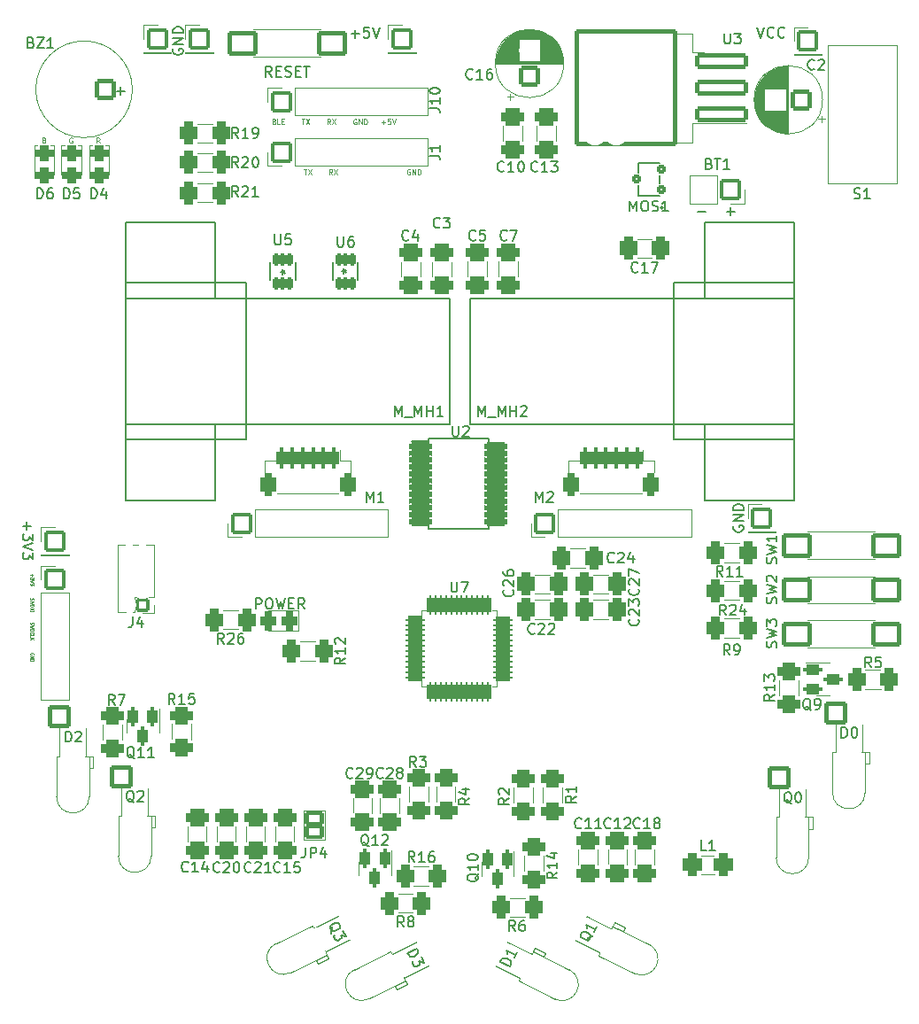
<source format=gto>
G04 #@! TF.GenerationSoftware,KiCad,Pcbnew,7.0.8*
G04 #@! TF.CreationDate,2024-08-07T19:42:33-07:00*
G04 #@! TF.ProjectId,bloo,626c6f6f-2e6b-4696-9361-645f70636258,rev?*
G04 #@! TF.SameCoordinates,Original*
G04 #@! TF.FileFunction,Legend,Top*
G04 #@! TF.FilePolarity,Positive*
%FSLAX46Y46*%
G04 Gerber Fmt 4.6, Leading zero omitted, Abs format (unit mm)*
G04 Created by KiCad (PCBNEW 7.0.8) date 2024-08-07 19:42:33*
%MOMM*%
%LPD*%
G01*
G04 APERTURE LIST*
G04 Aperture macros list*
%AMRoundRect*
0 Rectangle with rounded corners*
0 $1 Rounding radius*
0 $2 $3 $4 $5 $6 $7 $8 $9 X,Y pos of 4 corners*
0 Add a 4 corners polygon primitive as box body*
4,1,4,$2,$3,$4,$5,$6,$7,$8,$9,$2,$3,0*
0 Add four circle primitives for the rounded corners*
1,1,$1+$1,$2,$3*
1,1,$1+$1,$4,$5*
1,1,$1+$1,$6,$7*
1,1,$1+$1,$8,$9*
0 Add four rect primitives between the rounded corners*
20,1,$1+$1,$2,$3,$4,$5,0*
20,1,$1+$1,$4,$5,$6,$7,0*
20,1,$1+$1,$6,$7,$8,$9,0*
20,1,$1+$1,$8,$9,$2,$3,0*%
G04 Aperture macros list end*
%ADD10C,0.125000*%
%ADD11C,0.150000*%
%ADD12C,0.075000*%
%ADD13C,0.120000*%
%ADD14C,0.152400*%
%ADD15C,2.400000*%
%ADD16RoundRect,0.200000X0.403863X-1.207019X1.207019X0.403863X-0.403863X1.207019X-1.207019X-0.403863X0*%
%ADD17C,2.200000*%
%ADD18RoundRect,0.200000X-0.850000X0.850000X-0.850000X-0.850000X0.850000X-0.850000X0.850000X0.850000X0*%
%ADD19O,2.100000X2.100000*%
%ADD20RoundRect,0.200000X-0.850000X-0.850000X0.850000X-0.850000X0.850000X0.850000X-0.850000X0.850000X0*%
%ADD21RoundRect,0.450000X-0.650000X0.412500X-0.650000X-0.412500X0.650000X-0.412500X0.650000X0.412500X0*%
%ADD22RoundRect,0.450000X-0.412500X-0.650000X0.412500X-0.650000X0.412500X0.650000X-0.412500X0.650000X0*%
%ADD23RoundRect,0.450000X0.625000X-0.400000X0.625000X0.400000X-0.625000X0.400000X-0.625000X-0.400000X0*%
%ADD24RoundRect,0.450000X0.650000X-0.412500X0.650000X0.412500X-0.650000X0.412500X-0.650000X-0.412500X0*%
%ADD25RoundRect,0.200000X-1.207019X0.403863X-0.403863X-1.207019X1.207019X-0.403863X0.403863X1.207019X0*%
%ADD26RoundRect,0.200000X-0.900000X-0.900000X0.900000X-0.900000X0.900000X0.900000X-0.900000X0.900000X0*%
%ADD27RoundRect,0.350000X-0.150000X0.587500X-0.150000X-0.587500X0.150000X-0.587500X0.150000X0.587500X0*%
%ADD28RoundRect,0.450000X-0.450000X0.325000X-0.450000X-0.325000X0.450000X-0.325000X0.450000X0.325000X0*%
%ADD29RoundRect,0.200000X0.177800X-0.425450X0.177800X0.425450X-0.177800X0.425450X-0.177800X-0.425450X0*%
%ADD30RoundRect,0.450000X0.400000X0.625000X-0.400000X0.625000X-0.400000X-0.625000X0.400000X-0.625000X0*%
%ADD31RoundRect,0.200000X0.850000X-0.850000X0.850000X0.850000X-0.850000X0.850000X-0.850000X-0.850000X0*%
%ADD32RoundRect,0.450000X0.412500X0.650000X-0.412500X0.650000X-0.412500X-0.650000X0.412500X-0.650000X0*%
%ADD33RoundRect,0.200000X-1.250000X-1.000000X1.250000X-1.000000X1.250000X1.000000X-1.250000X1.000000X0*%
%ADD34C,2.600000*%
%ADD35RoundRect,0.450000X-0.400000X-0.625000X0.400000X-0.625000X0.400000X0.625000X-0.400000X0.625000X0*%
%ADD36C,2.584400*%
%ADD37C,3.400000*%
%ADD38RoundRect,0.275000X-0.662500X-0.075000X0.662500X-0.075000X0.662500X0.075000X-0.662500X0.075000X0*%
%ADD39RoundRect,0.275000X-0.075000X-0.662500X0.075000X-0.662500X0.075000X0.662500X-0.075000X0.662500X0*%
%ADD40RoundRect,0.200000X0.750000X-0.500000X0.750000X0.500000X-0.750000X0.500000X-0.750000X-0.500000X0*%
%ADD41RoundRect,0.200000X2.300000X0.550000X-2.300000X0.550000X-2.300000X-0.550000X2.300000X-0.550000X0*%
%ADD42C,1.924000*%
%ADD43RoundRect,0.200000X4.700000X5.400000X-4.700000X5.400000X-4.700000X-5.400000X4.700000X-5.400000X0*%
%ADD44RoundRect,0.350000X-0.587500X-0.150000X0.587500X-0.150000X0.587500X0.150000X-0.587500X0.150000X0*%
%ADD45RoundRect,0.350000X0.150000X0.625000X-0.150000X0.625000X-0.150000X-0.625000X0.150000X-0.625000X0*%
%ADD46RoundRect,0.450000X0.350000X0.650000X-0.350000X0.650000X-0.350000X-0.650000X0.350000X-0.650000X0*%
%ADD47RoundRect,0.200000X0.800000X-0.800000X0.800000X0.800000X-0.800000X0.800000X-0.800000X-0.800000X0*%
%ADD48C,2.000000*%
%ADD49RoundRect,0.200000X0.800000X0.800000X-0.800000X0.800000X-0.800000X-0.800000X0.800000X-0.800000X0*%
%ADD50RoundRect,0.200000X0.254000X-0.254000X0.254000X0.254000X-0.254000X0.254000X-0.254000X-0.254000X0*%
%ADD51RoundRect,0.450000X0.325000X0.450000X-0.325000X0.450000X-0.325000X-0.450000X0.325000X-0.450000X0*%
%ADD52RoundRect,0.200000X0.500000X0.500000X-0.500000X0.500000X-0.500000X-0.500000X0.500000X-0.500000X0*%
%ADD53O,1.400000X1.400000*%
%ADD54RoundRect,0.200000X-0.875000X-0.225000X0.875000X-0.225000X0.875000X0.225000X-0.875000X0.225000X0*%
%ADD55RoundRect,0.450001X-0.462499X-0.624999X0.462499X-0.624999X0.462499X0.624999X-0.462499X0.624999X0*%
G04 APERTURE END LIST*
D10*
X186472475Y-108528405D02*
X186758189Y-108528405D01*
X186615332Y-109028405D02*
X186615332Y-108528405D01*
X186877236Y-108528405D02*
X187210569Y-109028405D01*
X187210569Y-108528405D02*
X186877236Y-109028405D01*
X189210567Y-109028405D02*
X189043901Y-108790310D01*
X188924853Y-109028405D02*
X188924853Y-108528405D01*
X188924853Y-108528405D02*
X189115329Y-108528405D01*
X189115329Y-108528405D02*
X189162948Y-108552215D01*
X189162948Y-108552215D02*
X189186758Y-108576024D01*
X189186758Y-108576024D02*
X189210567Y-108623643D01*
X189210567Y-108623643D02*
X189210567Y-108695072D01*
X189210567Y-108695072D02*
X189186758Y-108742691D01*
X189186758Y-108742691D02*
X189162948Y-108766500D01*
X189162948Y-108766500D02*
X189115329Y-108790310D01*
X189115329Y-108790310D02*
X188924853Y-108790310D01*
X189377234Y-108528405D02*
X189710567Y-109028405D01*
X189710567Y-108528405D02*
X189377234Y-109028405D01*
X196639132Y-108552215D02*
X196591513Y-108528405D01*
X196591513Y-108528405D02*
X196520084Y-108528405D01*
X196520084Y-108528405D02*
X196448656Y-108552215D01*
X196448656Y-108552215D02*
X196401037Y-108599834D01*
X196401037Y-108599834D02*
X196377227Y-108647453D01*
X196377227Y-108647453D02*
X196353418Y-108742691D01*
X196353418Y-108742691D02*
X196353418Y-108814119D01*
X196353418Y-108814119D02*
X196377227Y-108909357D01*
X196377227Y-108909357D02*
X196401037Y-108956976D01*
X196401037Y-108956976D02*
X196448656Y-109004596D01*
X196448656Y-109004596D02*
X196520084Y-109028405D01*
X196520084Y-109028405D02*
X196567703Y-109028405D01*
X196567703Y-109028405D02*
X196639132Y-109004596D01*
X196639132Y-109004596D02*
X196662941Y-108980786D01*
X196662941Y-108980786D02*
X196662941Y-108814119D01*
X196662941Y-108814119D02*
X196567703Y-108814119D01*
X196877227Y-109028405D02*
X196877227Y-108528405D01*
X196877227Y-108528405D02*
X197162941Y-109028405D01*
X197162941Y-109028405D02*
X197162941Y-108528405D01*
X197401037Y-109028405D02*
X197401037Y-108528405D01*
X197401037Y-108528405D02*
X197520085Y-108528405D01*
X197520085Y-108528405D02*
X197591513Y-108552215D01*
X197591513Y-108552215D02*
X197639132Y-108599834D01*
X197639132Y-108599834D02*
X197662942Y-108647453D01*
X197662942Y-108647453D02*
X197686751Y-108742691D01*
X197686751Y-108742691D02*
X197686751Y-108814119D01*
X197686751Y-108814119D02*
X197662942Y-108909357D01*
X197662942Y-108909357D02*
X197639132Y-108956976D01*
X197639132Y-108956976D02*
X197591513Y-109004596D01*
X197591513Y-109004596D02*
X197520085Y-109028405D01*
X197520085Y-109028405D02*
X197401037Y-109028405D01*
D11*
X159987089Y-142232875D02*
X159987089Y-142994780D01*
X159606136Y-142613827D02*
X160368041Y-142613827D01*
X160606136Y-143375732D02*
X160606136Y-143994779D01*
X160606136Y-143994779D02*
X160225184Y-143661446D01*
X160225184Y-143661446D02*
X160225184Y-143804303D01*
X160225184Y-143804303D02*
X160177565Y-143899541D01*
X160177565Y-143899541D02*
X160129946Y-143947160D01*
X160129946Y-143947160D02*
X160034708Y-143994779D01*
X160034708Y-143994779D02*
X159796613Y-143994779D01*
X159796613Y-143994779D02*
X159701375Y-143947160D01*
X159701375Y-143947160D02*
X159653756Y-143899541D01*
X159653756Y-143899541D02*
X159606136Y-143804303D01*
X159606136Y-143804303D02*
X159606136Y-143518589D01*
X159606136Y-143518589D02*
X159653756Y-143423351D01*
X159653756Y-143423351D02*
X159701375Y-143375732D01*
X160606136Y-144280494D02*
X159606136Y-144613827D01*
X159606136Y-144613827D02*
X160606136Y-144947160D01*
X160606136Y-145185256D02*
X160606136Y-145804303D01*
X160606136Y-145804303D02*
X160225184Y-145470970D01*
X160225184Y-145470970D02*
X160225184Y-145613827D01*
X160225184Y-145613827D02*
X160177565Y-145709065D01*
X160177565Y-145709065D02*
X160129946Y-145756684D01*
X160129946Y-145756684D02*
X160034708Y-145804303D01*
X160034708Y-145804303D02*
X159796613Y-145804303D01*
X159796613Y-145804303D02*
X159701375Y-145756684D01*
X159701375Y-145756684D02*
X159653756Y-145709065D01*
X159653756Y-145709065D02*
X159606136Y-145613827D01*
X159606136Y-145613827D02*
X159606136Y-145328113D01*
X159606136Y-145328113D02*
X159653756Y-145232875D01*
X159653756Y-145232875D02*
X159701375Y-145185256D01*
X229869878Y-94965915D02*
X230203211Y-95965915D01*
X230203211Y-95965915D02*
X230536544Y-94965915D01*
X231441306Y-95870676D02*
X231393687Y-95918296D01*
X231393687Y-95918296D02*
X231250830Y-95965915D01*
X231250830Y-95965915D02*
X231155592Y-95965915D01*
X231155592Y-95965915D02*
X231012735Y-95918296D01*
X231012735Y-95918296D02*
X230917497Y-95823057D01*
X230917497Y-95823057D02*
X230869878Y-95727819D01*
X230869878Y-95727819D02*
X230822259Y-95537343D01*
X230822259Y-95537343D02*
X230822259Y-95394486D01*
X230822259Y-95394486D02*
X230869878Y-95204010D01*
X230869878Y-95204010D02*
X230917497Y-95108772D01*
X230917497Y-95108772D02*
X231012735Y-95013534D01*
X231012735Y-95013534D02*
X231155592Y-94965915D01*
X231155592Y-94965915D02*
X231250830Y-94965915D01*
X231250830Y-94965915D02*
X231393687Y-95013534D01*
X231393687Y-95013534D02*
X231441306Y-95061153D01*
X232441306Y-95870676D02*
X232393687Y-95918296D01*
X232393687Y-95918296D02*
X232250830Y-95965915D01*
X232250830Y-95965915D02*
X232155592Y-95965915D01*
X232155592Y-95965915D02*
X232012735Y-95918296D01*
X232012735Y-95918296D02*
X231917497Y-95823057D01*
X231917497Y-95823057D02*
X231869878Y-95727819D01*
X231869878Y-95727819D02*
X231822259Y-95537343D01*
X231822259Y-95537343D02*
X231822259Y-95394486D01*
X231822259Y-95394486D02*
X231869878Y-95204010D01*
X231869878Y-95204010D02*
X231917497Y-95108772D01*
X231917497Y-95108772D02*
X232012735Y-95013534D01*
X232012735Y-95013534D02*
X232155592Y-94965915D01*
X232155592Y-94965915D02*
X232250830Y-94965915D01*
X232250830Y-94965915D02*
X232393687Y-95013534D01*
X232393687Y-95013534D02*
X232441306Y-95061153D01*
D10*
X164339144Y-105552215D02*
X164291525Y-105528405D01*
X164291525Y-105528405D02*
X164220096Y-105528405D01*
X164220096Y-105528405D02*
X164148668Y-105552215D01*
X164148668Y-105552215D02*
X164101049Y-105599834D01*
X164101049Y-105599834D02*
X164077239Y-105647453D01*
X164077239Y-105647453D02*
X164053430Y-105742691D01*
X164053430Y-105742691D02*
X164053430Y-105814119D01*
X164053430Y-105814119D02*
X164077239Y-105909357D01*
X164077239Y-105909357D02*
X164101049Y-105956976D01*
X164101049Y-105956976D02*
X164148668Y-106004596D01*
X164148668Y-106004596D02*
X164220096Y-106028405D01*
X164220096Y-106028405D02*
X164267715Y-106028405D01*
X164267715Y-106028405D02*
X164339144Y-106004596D01*
X164339144Y-106004596D02*
X164362953Y-105980786D01*
X164362953Y-105980786D02*
X164362953Y-105814119D01*
X164362953Y-105814119D02*
X164267715Y-105814119D01*
X166962953Y-106028405D02*
X166796287Y-105790310D01*
X166677239Y-106028405D02*
X166677239Y-105528405D01*
X166677239Y-105528405D02*
X166867715Y-105528405D01*
X166867715Y-105528405D02*
X166915334Y-105552215D01*
X166915334Y-105552215D02*
X166939144Y-105576024D01*
X166939144Y-105576024D02*
X166962953Y-105623643D01*
X166962953Y-105623643D02*
X166962953Y-105695072D01*
X166962953Y-105695072D02*
X166939144Y-105742691D01*
X166939144Y-105742691D02*
X166915334Y-105766500D01*
X166915334Y-105766500D02*
X166867715Y-105790310D01*
X166867715Y-105790310D02*
X166677239Y-105790310D01*
D12*
X160454900Y-147220770D02*
X160454900Y-147449342D01*
X160340614Y-147335056D02*
X160569185Y-147335056D01*
X160640614Y-147563628D02*
X160640614Y-147749342D01*
X160640614Y-147749342D02*
X160526328Y-147649342D01*
X160526328Y-147649342D02*
X160526328Y-147692199D01*
X160526328Y-147692199D02*
X160512042Y-147720771D01*
X160512042Y-147720771D02*
X160497757Y-147735056D01*
X160497757Y-147735056D02*
X160469185Y-147749342D01*
X160469185Y-147749342D02*
X160397757Y-147749342D01*
X160397757Y-147749342D02*
X160369185Y-147735056D01*
X160369185Y-147735056D02*
X160354900Y-147720771D01*
X160354900Y-147720771D02*
X160340614Y-147692199D01*
X160340614Y-147692199D02*
X160340614Y-147606485D01*
X160340614Y-147606485D02*
X160354900Y-147577913D01*
X160354900Y-147577913D02*
X160369185Y-147563628D01*
X160640614Y-147835056D02*
X160340614Y-147935056D01*
X160340614Y-147935056D02*
X160640614Y-148035056D01*
X160640614Y-148106485D02*
X160640614Y-148292199D01*
X160640614Y-148292199D02*
X160526328Y-148192199D01*
X160526328Y-148192199D02*
X160526328Y-148235056D01*
X160526328Y-148235056D02*
X160512042Y-148263628D01*
X160512042Y-148263628D02*
X160497757Y-148277913D01*
X160497757Y-148277913D02*
X160469185Y-148292199D01*
X160469185Y-148292199D02*
X160397757Y-148292199D01*
X160397757Y-148292199D02*
X160369185Y-148277913D01*
X160369185Y-148277913D02*
X160354900Y-148263628D01*
X160354900Y-148263628D02*
X160340614Y-148235056D01*
X160340614Y-148235056D02*
X160340614Y-148149342D01*
X160340614Y-148149342D02*
X160354900Y-148120770D01*
X160354900Y-148120770D02*
X160369185Y-148106485D01*
X160354900Y-149549339D02*
X160340614Y-149592197D01*
X160340614Y-149592197D02*
X160340614Y-149663625D01*
X160340614Y-149663625D02*
X160354900Y-149692197D01*
X160354900Y-149692197D02*
X160369185Y-149706482D01*
X160369185Y-149706482D02*
X160397757Y-149720768D01*
X160397757Y-149720768D02*
X160426328Y-149720768D01*
X160426328Y-149720768D02*
X160454900Y-149706482D01*
X160454900Y-149706482D02*
X160469185Y-149692197D01*
X160469185Y-149692197D02*
X160483471Y-149663625D01*
X160483471Y-149663625D02*
X160497757Y-149606482D01*
X160497757Y-149606482D02*
X160512042Y-149577911D01*
X160512042Y-149577911D02*
X160526328Y-149563625D01*
X160526328Y-149563625D02*
X160554900Y-149549339D01*
X160554900Y-149549339D02*
X160583471Y-149549339D01*
X160583471Y-149549339D02*
X160612042Y-149563625D01*
X160612042Y-149563625D02*
X160626328Y-149577911D01*
X160626328Y-149577911D02*
X160640614Y-149606482D01*
X160640614Y-149606482D02*
X160640614Y-149677911D01*
X160640614Y-149677911D02*
X160626328Y-149720768D01*
X160640614Y-149820768D02*
X160340614Y-149892196D01*
X160340614Y-149892196D02*
X160554900Y-149949339D01*
X160554900Y-149949339D02*
X160340614Y-150006482D01*
X160340614Y-150006482D02*
X160640614Y-150077911D01*
X160340614Y-150192196D02*
X160640614Y-150192196D01*
X160640614Y-150192196D02*
X160640614Y-150263625D01*
X160640614Y-150263625D02*
X160626328Y-150306482D01*
X160626328Y-150306482D02*
X160597757Y-150335053D01*
X160597757Y-150335053D02*
X160569185Y-150349339D01*
X160569185Y-150349339D02*
X160512042Y-150363625D01*
X160512042Y-150363625D02*
X160469185Y-150363625D01*
X160469185Y-150363625D02*
X160412042Y-150349339D01*
X160412042Y-150349339D02*
X160383471Y-150335053D01*
X160383471Y-150335053D02*
X160354900Y-150306482D01*
X160354900Y-150306482D02*
X160340614Y-150263625D01*
X160340614Y-150263625D02*
X160340614Y-150192196D01*
X160340614Y-150492196D02*
X160640614Y-150492196D01*
X160640614Y-150692196D02*
X160640614Y-150749339D01*
X160640614Y-150749339D02*
X160626328Y-150777910D01*
X160626328Y-150777910D02*
X160597757Y-150806482D01*
X160597757Y-150806482D02*
X160540614Y-150820767D01*
X160540614Y-150820767D02*
X160440614Y-150820767D01*
X160440614Y-150820767D02*
X160383471Y-150806482D01*
X160383471Y-150806482D02*
X160354900Y-150777910D01*
X160354900Y-150777910D02*
X160340614Y-150749339D01*
X160340614Y-150749339D02*
X160340614Y-150692196D01*
X160340614Y-150692196D02*
X160354900Y-150663625D01*
X160354900Y-150663625D02*
X160383471Y-150635053D01*
X160383471Y-150635053D02*
X160440614Y-150620767D01*
X160440614Y-150620767D02*
X160540614Y-150620767D01*
X160540614Y-150620767D02*
X160597757Y-150635053D01*
X160597757Y-150635053D02*
X160626328Y-150663625D01*
X160626328Y-150663625D02*
X160640614Y-150692196D01*
X160354900Y-151849337D02*
X160340614Y-151892195D01*
X160340614Y-151892195D02*
X160340614Y-151963623D01*
X160340614Y-151963623D02*
X160354900Y-151992195D01*
X160354900Y-151992195D02*
X160369185Y-152006480D01*
X160369185Y-152006480D02*
X160397757Y-152020766D01*
X160397757Y-152020766D02*
X160426328Y-152020766D01*
X160426328Y-152020766D02*
X160454900Y-152006480D01*
X160454900Y-152006480D02*
X160469185Y-151992195D01*
X160469185Y-151992195D02*
X160483471Y-151963623D01*
X160483471Y-151963623D02*
X160497757Y-151906480D01*
X160497757Y-151906480D02*
X160512042Y-151877909D01*
X160512042Y-151877909D02*
X160526328Y-151863623D01*
X160526328Y-151863623D02*
X160554900Y-151849337D01*
X160554900Y-151849337D02*
X160583471Y-151849337D01*
X160583471Y-151849337D02*
X160612042Y-151863623D01*
X160612042Y-151863623D02*
X160626328Y-151877909D01*
X160626328Y-151877909D02*
X160640614Y-151906480D01*
X160640614Y-151906480D02*
X160640614Y-151977909D01*
X160640614Y-151977909D02*
X160626328Y-152020766D01*
X160640614Y-152120766D02*
X160340614Y-152192194D01*
X160340614Y-152192194D02*
X160554900Y-152249337D01*
X160554900Y-152249337D02*
X160340614Y-152306480D01*
X160340614Y-152306480D02*
X160640614Y-152377909D01*
X160340614Y-152492194D02*
X160640614Y-152492194D01*
X160640614Y-152492194D02*
X160640614Y-152563623D01*
X160640614Y-152563623D02*
X160626328Y-152606480D01*
X160626328Y-152606480D02*
X160597757Y-152635051D01*
X160597757Y-152635051D02*
X160569185Y-152649337D01*
X160569185Y-152649337D02*
X160512042Y-152663623D01*
X160512042Y-152663623D02*
X160469185Y-152663623D01*
X160469185Y-152663623D02*
X160412042Y-152649337D01*
X160412042Y-152649337D02*
X160383471Y-152635051D01*
X160383471Y-152635051D02*
X160354900Y-152606480D01*
X160354900Y-152606480D02*
X160340614Y-152563623D01*
X160340614Y-152563623D02*
X160340614Y-152492194D01*
X160369185Y-152963623D02*
X160354900Y-152949337D01*
X160354900Y-152949337D02*
X160340614Y-152906480D01*
X160340614Y-152906480D02*
X160340614Y-152877908D01*
X160340614Y-152877908D02*
X160354900Y-152835051D01*
X160354900Y-152835051D02*
X160383471Y-152806480D01*
X160383471Y-152806480D02*
X160412042Y-152792194D01*
X160412042Y-152792194D02*
X160469185Y-152777908D01*
X160469185Y-152777908D02*
X160512042Y-152777908D01*
X160512042Y-152777908D02*
X160569185Y-152792194D01*
X160569185Y-152792194D02*
X160597757Y-152806480D01*
X160597757Y-152806480D02*
X160626328Y-152835051D01*
X160626328Y-152835051D02*
X160640614Y-152877908D01*
X160640614Y-152877908D02*
X160640614Y-152906480D01*
X160640614Y-152906480D02*
X160626328Y-152949337D01*
X160626328Y-152949337D02*
X160612042Y-152963623D01*
X160340614Y-153235051D02*
X160340614Y-153092194D01*
X160340614Y-153092194D02*
X160640614Y-153092194D01*
X160340614Y-153335051D02*
X160640614Y-153335051D01*
X160340614Y-153506480D02*
X160512042Y-153377908D01*
X160640614Y-153506480D02*
X160469185Y-153335051D01*
X160626328Y-154935049D02*
X160640614Y-154906478D01*
X160640614Y-154906478D02*
X160640614Y-154863620D01*
X160640614Y-154863620D02*
X160626328Y-154820763D01*
X160626328Y-154820763D02*
X160597757Y-154792192D01*
X160597757Y-154792192D02*
X160569185Y-154777906D01*
X160569185Y-154777906D02*
X160512042Y-154763620D01*
X160512042Y-154763620D02*
X160469185Y-154763620D01*
X160469185Y-154763620D02*
X160412042Y-154777906D01*
X160412042Y-154777906D02*
X160383471Y-154792192D01*
X160383471Y-154792192D02*
X160354900Y-154820763D01*
X160354900Y-154820763D02*
X160340614Y-154863620D01*
X160340614Y-154863620D02*
X160340614Y-154892192D01*
X160340614Y-154892192D02*
X160354900Y-154935049D01*
X160354900Y-154935049D02*
X160369185Y-154949335D01*
X160369185Y-154949335D02*
X160469185Y-154949335D01*
X160469185Y-154949335D02*
X160469185Y-154892192D01*
X160340614Y-155077906D02*
X160640614Y-155077906D01*
X160640614Y-155077906D02*
X160340614Y-155249335D01*
X160340614Y-155249335D02*
X160640614Y-155249335D01*
X160340614Y-155392192D02*
X160640614Y-155392192D01*
X160640614Y-155392192D02*
X160640614Y-155463621D01*
X160640614Y-155463621D02*
X160626328Y-155506478D01*
X160626328Y-155506478D02*
X160597757Y-155535049D01*
X160597757Y-155535049D02*
X160569185Y-155549335D01*
X160569185Y-155549335D02*
X160512042Y-155563621D01*
X160512042Y-155563621D02*
X160469185Y-155563621D01*
X160469185Y-155563621D02*
X160412042Y-155549335D01*
X160412042Y-155549335D02*
X160383471Y-155535049D01*
X160383471Y-155535049D02*
X160354900Y-155506478D01*
X160354900Y-155506478D02*
X160340614Y-155463621D01*
X160340614Y-155463621D02*
X160340614Y-155392192D01*
D11*
X224162735Y-112559962D02*
X224924640Y-112559962D01*
X226924640Y-112559962D02*
X227686545Y-112559962D01*
X227305592Y-112940915D02*
X227305592Y-112179010D01*
X173993394Y-97035507D02*
X173945775Y-97130745D01*
X173945775Y-97130745D02*
X173945775Y-97273602D01*
X173945775Y-97273602D02*
X173993394Y-97416459D01*
X173993394Y-97416459D02*
X174088632Y-97511697D01*
X174088632Y-97511697D02*
X174183870Y-97559316D01*
X174183870Y-97559316D02*
X174374346Y-97606935D01*
X174374346Y-97606935D02*
X174517203Y-97606935D01*
X174517203Y-97606935D02*
X174707679Y-97559316D01*
X174707679Y-97559316D02*
X174802917Y-97511697D01*
X174802917Y-97511697D02*
X174898156Y-97416459D01*
X174898156Y-97416459D02*
X174945775Y-97273602D01*
X174945775Y-97273602D02*
X174945775Y-97178364D01*
X174945775Y-97178364D02*
X174898156Y-97035507D01*
X174898156Y-97035507D02*
X174850536Y-96987888D01*
X174850536Y-96987888D02*
X174517203Y-96987888D01*
X174517203Y-96987888D02*
X174517203Y-97178364D01*
X174945775Y-96559316D02*
X173945775Y-96559316D01*
X173945775Y-96559316D02*
X174945775Y-95987888D01*
X174945775Y-95987888D02*
X173945775Y-95987888D01*
X174945775Y-95511697D02*
X173945775Y-95511697D01*
X173945775Y-95511697D02*
X173945775Y-95273602D01*
X173945775Y-95273602D02*
X173993394Y-95130745D01*
X173993394Y-95130745D02*
X174088632Y-95035507D01*
X174088632Y-95035507D02*
X174183870Y-94987888D01*
X174183870Y-94987888D02*
X174374346Y-94940269D01*
X174374346Y-94940269D02*
X174517203Y-94940269D01*
X174517203Y-94940269D02*
X174707679Y-94987888D01*
X174707679Y-94987888D02*
X174802917Y-95035507D01*
X174802917Y-95035507D02*
X174898156Y-95130745D01*
X174898156Y-95130745D02*
X174945775Y-95273602D01*
X174945775Y-95273602D02*
X174945775Y-95511697D01*
D10*
X183643906Y-103966500D02*
X183715334Y-103990310D01*
X183715334Y-103990310D02*
X183739144Y-104014119D01*
X183739144Y-104014119D02*
X183762953Y-104061738D01*
X183762953Y-104061738D02*
X183762953Y-104133167D01*
X183762953Y-104133167D02*
X183739144Y-104180786D01*
X183739144Y-104180786D02*
X183715334Y-104204596D01*
X183715334Y-104204596D02*
X183667715Y-104228405D01*
X183667715Y-104228405D02*
X183477239Y-104228405D01*
X183477239Y-104228405D02*
X183477239Y-103728405D01*
X183477239Y-103728405D02*
X183643906Y-103728405D01*
X183643906Y-103728405D02*
X183691525Y-103752215D01*
X183691525Y-103752215D02*
X183715334Y-103776024D01*
X183715334Y-103776024D02*
X183739144Y-103823643D01*
X183739144Y-103823643D02*
X183739144Y-103871262D01*
X183739144Y-103871262D02*
X183715334Y-103918881D01*
X183715334Y-103918881D02*
X183691525Y-103942691D01*
X183691525Y-103942691D02*
X183643906Y-103966500D01*
X183643906Y-103966500D02*
X183477239Y-103966500D01*
X184215334Y-104228405D02*
X183977239Y-104228405D01*
X183977239Y-104228405D02*
X183977239Y-103728405D01*
X184382001Y-103966500D02*
X184548668Y-103966500D01*
X184620096Y-104228405D02*
X184382001Y-104228405D01*
X184382001Y-104228405D02*
X184382001Y-103728405D01*
X184382001Y-103728405D02*
X184620096Y-103728405D01*
X186286762Y-103728405D02*
X186572476Y-103728405D01*
X186429619Y-104228405D02*
X186429619Y-103728405D01*
X186691523Y-103728405D02*
X187024856Y-104228405D01*
X187024856Y-103728405D02*
X186691523Y-104228405D01*
X189024854Y-104228405D02*
X188858188Y-103990310D01*
X188739140Y-104228405D02*
X188739140Y-103728405D01*
X188739140Y-103728405D02*
X188929616Y-103728405D01*
X188929616Y-103728405D02*
X188977235Y-103752215D01*
X188977235Y-103752215D02*
X189001045Y-103776024D01*
X189001045Y-103776024D02*
X189024854Y-103823643D01*
X189024854Y-103823643D02*
X189024854Y-103895072D01*
X189024854Y-103895072D02*
X189001045Y-103942691D01*
X189001045Y-103942691D02*
X188977235Y-103966500D01*
X188977235Y-103966500D02*
X188929616Y-103990310D01*
X188929616Y-103990310D02*
X188739140Y-103990310D01*
X189191521Y-103728405D02*
X189524854Y-104228405D01*
X189524854Y-103728405D02*
X189191521Y-104228405D01*
X191501043Y-103752215D02*
X191453424Y-103728405D01*
X191453424Y-103728405D02*
X191381995Y-103728405D01*
X191381995Y-103728405D02*
X191310567Y-103752215D01*
X191310567Y-103752215D02*
X191262948Y-103799834D01*
X191262948Y-103799834D02*
X191239138Y-103847453D01*
X191239138Y-103847453D02*
X191215329Y-103942691D01*
X191215329Y-103942691D02*
X191215329Y-104014119D01*
X191215329Y-104014119D02*
X191239138Y-104109357D01*
X191239138Y-104109357D02*
X191262948Y-104156976D01*
X191262948Y-104156976D02*
X191310567Y-104204596D01*
X191310567Y-104204596D02*
X191381995Y-104228405D01*
X191381995Y-104228405D02*
X191429614Y-104228405D01*
X191429614Y-104228405D02*
X191501043Y-104204596D01*
X191501043Y-104204596D02*
X191524852Y-104180786D01*
X191524852Y-104180786D02*
X191524852Y-104014119D01*
X191524852Y-104014119D02*
X191429614Y-104014119D01*
X191739138Y-104228405D02*
X191739138Y-103728405D01*
X191739138Y-103728405D02*
X192024852Y-104228405D01*
X192024852Y-104228405D02*
X192024852Y-103728405D01*
X192262948Y-104228405D02*
X192262948Y-103728405D01*
X192262948Y-103728405D02*
X192381996Y-103728405D01*
X192381996Y-103728405D02*
X192453424Y-103752215D01*
X192453424Y-103752215D02*
X192501043Y-103799834D01*
X192501043Y-103799834D02*
X192524853Y-103847453D01*
X192524853Y-103847453D02*
X192548662Y-103942691D01*
X192548662Y-103942691D02*
X192548662Y-104014119D01*
X192548662Y-104014119D02*
X192524853Y-104109357D01*
X192524853Y-104109357D02*
X192501043Y-104156976D01*
X192501043Y-104156976D02*
X192453424Y-104204596D01*
X192453424Y-104204596D02*
X192381996Y-104228405D01*
X192381996Y-104228405D02*
X192262948Y-104228405D01*
X193905804Y-104037929D02*
X194286757Y-104037929D01*
X194096280Y-104228405D02*
X194096280Y-103847453D01*
X194762947Y-103728405D02*
X194524852Y-103728405D01*
X194524852Y-103728405D02*
X194501043Y-103966500D01*
X194501043Y-103966500D02*
X194524852Y-103942691D01*
X194524852Y-103942691D02*
X194572471Y-103918881D01*
X194572471Y-103918881D02*
X194691519Y-103918881D01*
X194691519Y-103918881D02*
X194739138Y-103942691D01*
X194739138Y-103942691D02*
X194762947Y-103966500D01*
X194762947Y-103966500D02*
X194786757Y-104014119D01*
X194786757Y-104014119D02*
X194786757Y-104133167D01*
X194786757Y-104133167D02*
X194762947Y-104180786D01*
X194762947Y-104180786D02*
X194739138Y-104204596D01*
X194739138Y-104204596D02*
X194691519Y-104228405D01*
X194691519Y-104228405D02*
X194572471Y-104228405D01*
X194572471Y-104228405D02*
X194524852Y-104204596D01*
X194524852Y-104204596D02*
X194501043Y-104180786D01*
X194929614Y-103728405D02*
X195096280Y-104228405D01*
X195096280Y-104228405D02*
X195262947Y-103728405D01*
D11*
X227593394Y-142635507D02*
X227545775Y-142730745D01*
X227545775Y-142730745D02*
X227545775Y-142873602D01*
X227545775Y-142873602D02*
X227593394Y-143016459D01*
X227593394Y-143016459D02*
X227688632Y-143111697D01*
X227688632Y-143111697D02*
X227783870Y-143159316D01*
X227783870Y-143159316D02*
X227974346Y-143206935D01*
X227974346Y-143206935D02*
X228117203Y-143206935D01*
X228117203Y-143206935D02*
X228307679Y-143159316D01*
X228307679Y-143159316D02*
X228402917Y-143111697D01*
X228402917Y-143111697D02*
X228498156Y-143016459D01*
X228498156Y-143016459D02*
X228545775Y-142873602D01*
X228545775Y-142873602D02*
X228545775Y-142778364D01*
X228545775Y-142778364D02*
X228498156Y-142635507D01*
X228498156Y-142635507D02*
X228450536Y-142587888D01*
X228450536Y-142587888D02*
X228117203Y-142587888D01*
X228117203Y-142587888D02*
X228117203Y-142778364D01*
X228545775Y-142159316D02*
X227545775Y-142159316D01*
X227545775Y-142159316D02*
X228545775Y-141587888D01*
X228545775Y-141587888D02*
X227545775Y-141587888D01*
X228545775Y-141111697D02*
X227545775Y-141111697D01*
X227545775Y-141111697D02*
X227545775Y-140873602D01*
X227545775Y-140873602D02*
X227593394Y-140730745D01*
X227593394Y-140730745D02*
X227688632Y-140635507D01*
X227688632Y-140635507D02*
X227783870Y-140587888D01*
X227783870Y-140587888D02*
X227974346Y-140540269D01*
X227974346Y-140540269D02*
X228117203Y-140540269D01*
X228117203Y-140540269D02*
X228307679Y-140587888D01*
X228307679Y-140587888D02*
X228402917Y-140635507D01*
X228402917Y-140635507D02*
X228498156Y-140730745D01*
X228498156Y-140730745D02*
X228545775Y-140873602D01*
X228545775Y-140873602D02*
X228545775Y-141111697D01*
X191012735Y-95584962D02*
X191774640Y-95584962D01*
X191393687Y-95965915D02*
X191393687Y-95204010D01*
X192727020Y-94965915D02*
X192250830Y-94965915D01*
X192250830Y-94965915D02*
X192203211Y-95442105D01*
X192203211Y-95442105D02*
X192250830Y-95394486D01*
X192250830Y-95394486D02*
X192346068Y-95346867D01*
X192346068Y-95346867D02*
X192584163Y-95346867D01*
X192584163Y-95346867D02*
X192679401Y-95394486D01*
X192679401Y-95394486D02*
X192727020Y-95442105D01*
X192727020Y-95442105D02*
X192774639Y-95537343D01*
X192774639Y-95537343D02*
X192774639Y-95775438D01*
X192774639Y-95775438D02*
X192727020Y-95870676D01*
X192727020Y-95870676D02*
X192679401Y-95918296D01*
X192679401Y-95918296D02*
X192584163Y-95965915D01*
X192584163Y-95965915D02*
X192346068Y-95965915D01*
X192346068Y-95965915D02*
X192250830Y-95918296D01*
X192250830Y-95918296D02*
X192203211Y-95870676D01*
X193060354Y-94965915D02*
X193393687Y-95965915D01*
X193393687Y-95965915D02*
X193727020Y-94965915D01*
D10*
X161643906Y-105766500D02*
X161715334Y-105790310D01*
X161715334Y-105790310D02*
X161739144Y-105814119D01*
X161739144Y-105814119D02*
X161762953Y-105861738D01*
X161762953Y-105861738D02*
X161762953Y-105933167D01*
X161762953Y-105933167D02*
X161739144Y-105980786D01*
X161739144Y-105980786D02*
X161715334Y-106004596D01*
X161715334Y-106004596D02*
X161667715Y-106028405D01*
X161667715Y-106028405D02*
X161477239Y-106028405D01*
X161477239Y-106028405D02*
X161477239Y-105528405D01*
X161477239Y-105528405D02*
X161643906Y-105528405D01*
X161643906Y-105528405D02*
X161691525Y-105552215D01*
X161691525Y-105552215D02*
X161715334Y-105576024D01*
X161715334Y-105576024D02*
X161739144Y-105623643D01*
X161739144Y-105623643D02*
X161739144Y-105671262D01*
X161739144Y-105671262D02*
X161715334Y-105718881D01*
X161715334Y-105718881D02*
X161691525Y-105742691D01*
X161691525Y-105742691D02*
X161643906Y-105766500D01*
X161643906Y-105766500D02*
X161477239Y-105766500D01*
D11*
X206185756Y-184740923D02*
X205290822Y-184294725D01*
X205290822Y-184294725D02*
X205397060Y-184081646D01*
X205397060Y-184081646D02*
X205503418Y-183975045D01*
X205503418Y-183975045D02*
X205631145Y-183932309D01*
X205631145Y-183932309D02*
X205737624Y-183932188D01*
X205737624Y-183932188D02*
X205929336Y-183974562D01*
X205929336Y-183974562D02*
X206057183Y-184038304D01*
X206057183Y-184038304D02*
X206206399Y-184165910D01*
X206206399Y-184165910D02*
X206270384Y-184251021D01*
X206270384Y-184251021D02*
X206313121Y-184378748D01*
X206313121Y-184378748D02*
X206291994Y-184527844D01*
X206291994Y-184527844D02*
X206185756Y-184740923D01*
X206865677Y-183377214D02*
X206610707Y-183888605D01*
X206738192Y-183632909D02*
X205843257Y-183186711D01*
X205843257Y-183186711D02*
X205928610Y-183335686D01*
X205928610Y-183335686D02*
X205971347Y-183463413D01*
X205971347Y-183463413D02*
X205971468Y-183569892D01*
X225240241Y-108002105D02*
X225383098Y-108049724D01*
X225383098Y-108049724D02*
X225430717Y-108097343D01*
X225430717Y-108097343D02*
X225478336Y-108192581D01*
X225478336Y-108192581D02*
X225478336Y-108335438D01*
X225478336Y-108335438D02*
X225430717Y-108430676D01*
X225430717Y-108430676D02*
X225383098Y-108478296D01*
X225383098Y-108478296D02*
X225287860Y-108525915D01*
X225287860Y-108525915D02*
X224906908Y-108525915D01*
X224906908Y-108525915D02*
X224906908Y-107525915D01*
X224906908Y-107525915D02*
X225240241Y-107525915D01*
X225240241Y-107525915D02*
X225335479Y-107573534D01*
X225335479Y-107573534D02*
X225383098Y-107621153D01*
X225383098Y-107621153D02*
X225430717Y-107716391D01*
X225430717Y-107716391D02*
X225430717Y-107811629D01*
X225430717Y-107811629D02*
X225383098Y-107906867D01*
X225383098Y-107906867D02*
X225335479Y-107954486D01*
X225335479Y-107954486D02*
X225240241Y-108002105D01*
X225240241Y-108002105D02*
X224906908Y-108002105D01*
X225764051Y-107525915D02*
X226335479Y-107525915D01*
X226049765Y-108525915D02*
X226049765Y-107525915D01*
X227192622Y-108525915D02*
X226621194Y-108525915D01*
X226906908Y-108525915D02*
X226906908Y-107525915D01*
X226906908Y-107525915D02*
X226811670Y-107668772D01*
X226811670Y-107668772D02*
X226716432Y-107764010D01*
X226716432Y-107764010D02*
X226621194Y-107811629D01*
X205633098Y-108693176D02*
X205585479Y-108740796D01*
X205585479Y-108740796D02*
X205442622Y-108788415D01*
X205442622Y-108788415D02*
X205347384Y-108788415D01*
X205347384Y-108788415D02*
X205204527Y-108740796D01*
X205204527Y-108740796D02*
X205109289Y-108645557D01*
X205109289Y-108645557D02*
X205061670Y-108550319D01*
X205061670Y-108550319D02*
X205014051Y-108359843D01*
X205014051Y-108359843D02*
X205014051Y-108216986D01*
X205014051Y-108216986D02*
X205061670Y-108026510D01*
X205061670Y-108026510D02*
X205109289Y-107931272D01*
X205109289Y-107931272D02*
X205204527Y-107836034D01*
X205204527Y-107836034D02*
X205347384Y-107788415D01*
X205347384Y-107788415D02*
X205442622Y-107788415D01*
X205442622Y-107788415D02*
X205585479Y-107836034D01*
X205585479Y-107836034D02*
X205633098Y-107883653D01*
X206585479Y-108788415D02*
X206014051Y-108788415D01*
X206299765Y-108788415D02*
X206299765Y-107788415D01*
X206299765Y-107788415D02*
X206204527Y-107931272D01*
X206204527Y-107931272D02*
X206109289Y-108026510D01*
X206109289Y-108026510D02*
X206014051Y-108074129D01*
X207204527Y-107788415D02*
X207299765Y-107788415D01*
X207299765Y-107788415D02*
X207395003Y-107836034D01*
X207395003Y-107836034D02*
X207442622Y-107883653D01*
X207442622Y-107883653D02*
X207490241Y-107978891D01*
X207490241Y-107978891D02*
X207537860Y-108169367D01*
X207537860Y-108169367D02*
X207537860Y-108407462D01*
X207537860Y-108407462D02*
X207490241Y-108597938D01*
X207490241Y-108597938D02*
X207442622Y-108693176D01*
X207442622Y-108693176D02*
X207395003Y-108740796D01*
X207395003Y-108740796D02*
X207299765Y-108788415D01*
X207299765Y-108788415D02*
X207204527Y-108788415D01*
X207204527Y-108788415D02*
X207109289Y-108740796D01*
X207109289Y-108740796D02*
X207061670Y-108693176D01*
X207061670Y-108693176D02*
X207014051Y-108597938D01*
X207014051Y-108597938D02*
X206966432Y-108407462D01*
X206966432Y-108407462D02*
X206966432Y-108169367D01*
X206966432Y-108169367D02*
X207014051Y-107978891D01*
X207014051Y-107978891D02*
X207061670Y-107883653D01*
X207061670Y-107883653D02*
X207109289Y-107836034D01*
X207109289Y-107836034D02*
X207204527Y-107788415D01*
X208557142Y-152859580D02*
X208509523Y-152907200D01*
X208509523Y-152907200D02*
X208366666Y-152954819D01*
X208366666Y-152954819D02*
X208271428Y-152954819D01*
X208271428Y-152954819D02*
X208128571Y-152907200D01*
X208128571Y-152907200D02*
X208033333Y-152811961D01*
X208033333Y-152811961D02*
X207985714Y-152716723D01*
X207985714Y-152716723D02*
X207938095Y-152526247D01*
X207938095Y-152526247D02*
X207938095Y-152383390D01*
X207938095Y-152383390D02*
X207985714Y-152192914D01*
X207985714Y-152192914D02*
X208033333Y-152097676D01*
X208033333Y-152097676D02*
X208128571Y-152002438D01*
X208128571Y-152002438D02*
X208271428Y-151954819D01*
X208271428Y-151954819D02*
X208366666Y-151954819D01*
X208366666Y-151954819D02*
X208509523Y-152002438D01*
X208509523Y-152002438D02*
X208557142Y-152050057D01*
X208938095Y-152050057D02*
X208985714Y-152002438D01*
X208985714Y-152002438D02*
X209080952Y-151954819D01*
X209080952Y-151954819D02*
X209319047Y-151954819D01*
X209319047Y-151954819D02*
X209414285Y-152002438D01*
X209414285Y-152002438D02*
X209461904Y-152050057D01*
X209461904Y-152050057D02*
X209509523Y-152145295D01*
X209509523Y-152145295D02*
X209509523Y-152240533D01*
X209509523Y-152240533D02*
X209461904Y-152383390D01*
X209461904Y-152383390D02*
X208890476Y-152954819D01*
X208890476Y-152954819D02*
X209509523Y-152954819D01*
X209890476Y-152050057D02*
X209938095Y-152002438D01*
X209938095Y-152002438D02*
X210033333Y-151954819D01*
X210033333Y-151954819D02*
X210271428Y-151954819D01*
X210271428Y-151954819D02*
X210366666Y-152002438D01*
X210366666Y-152002438D02*
X210414285Y-152050057D01*
X210414285Y-152050057D02*
X210461904Y-152145295D01*
X210461904Y-152145295D02*
X210461904Y-152240533D01*
X210461904Y-152240533D02*
X210414285Y-152383390D01*
X210414285Y-152383390D02*
X209842857Y-152954819D01*
X209842857Y-152954819D02*
X210461904Y-152954819D01*
X197233333Y-165654819D02*
X196900000Y-165178628D01*
X196661905Y-165654819D02*
X196661905Y-164654819D01*
X196661905Y-164654819D02*
X197042857Y-164654819D01*
X197042857Y-164654819D02*
X197138095Y-164702438D01*
X197138095Y-164702438D02*
X197185714Y-164750057D01*
X197185714Y-164750057D02*
X197233333Y-164845295D01*
X197233333Y-164845295D02*
X197233333Y-164988152D01*
X197233333Y-164988152D02*
X197185714Y-165083390D01*
X197185714Y-165083390D02*
X197138095Y-165131009D01*
X197138095Y-165131009D02*
X197042857Y-165178628D01*
X197042857Y-165178628D02*
X196661905Y-165178628D01*
X197566667Y-164654819D02*
X198185714Y-164654819D01*
X198185714Y-164654819D02*
X197852381Y-165035771D01*
X197852381Y-165035771D02*
X197995238Y-165035771D01*
X197995238Y-165035771D02*
X198090476Y-165083390D01*
X198090476Y-165083390D02*
X198138095Y-165131009D01*
X198138095Y-165131009D02*
X198185714Y-165226247D01*
X198185714Y-165226247D02*
X198185714Y-165464342D01*
X198185714Y-165464342D02*
X198138095Y-165559580D01*
X198138095Y-165559580D02*
X198090476Y-165607200D01*
X198090476Y-165607200D02*
X197995238Y-165654819D01*
X197995238Y-165654819D02*
X197709524Y-165654819D01*
X197709524Y-165654819D02*
X197614286Y-165607200D01*
X197614286Y-165607200D02*
X197566667Y-165559580D01*
X202909289Y-115255676D02*
X202861670Y-115303296D01*
X202861670Y-115303296D02*
X202718813Y-115350915D01*
X202718813Y-115350915D02*
X202623575Y-115350915D01*
X202623575Y-115350915D02*
X202480718Y-115303296D01*
X202480718Y-115303296D02*
X202385480Y-115208057D01*
X202385480Y-115208057D02*
X202337861Y-115112819D01*
X202337861Y-115112819D02*
X202290242Y-114922343D01*
X202290242Y-114922343D02*
X202290242Y-114779486D01*
X202290242Y-114779486D02*
X202337861Y-114589010D01*
X202337861Y-114589010D02*
X202385480Y-114493772D01*
X202385480Y-114493772D02*
X202480718Y-114398534D01*
X202480718Y-114398534D02*
X202623575Y-114350915D01*
X202623575Y-114350915D02*
X202718813Y-114350915D01*
X202718813Y-114350915D02*
X202861670Y-114398534D01*
X202861670Y-114398534D02*
X202909289Y-114446153D01*
X203814051Y-114350915D02*
X203337861Y-114350915D01*
X203337861Y-114350915D02*
X203290242Y-114827105D01*
X203290242Y-114827105D02*
X203337861Y-114779486D01*
X203337861Y-114779486D02*
X203433099Y-114731867D01*
X203433099Y-114731867D02*
X203671194Y-114731867D01*
X203671194Y-114731867D02*
X203766432Y-114779486D01*
X203766432Y-114779486D02*
X203814051Y-114827105D01*
X203814051Y-114827105D02*
X203861670Y-114922343D01*
X203861670Y-114922343D02*
X203861670Y-115160438D01*
X203861670Y-115160438D02*
X203814051Y-115255676D01*
X203814051Y-115255676D02*
X203766432Y-115303296D01*
X203766432Y-115303296D02*
X203671194Y-115350915D01*
X203671194Y-115350915D02*
X203433099Y-115350915D01*
X203433099Y-115350915D02*
X203337861Y-115303296D01*
X203337861Y-115303296D02*
X203290242Y-115255676D01*
X205909289Y-115255676D02*
X205861670Y-115303296D01*
X205861670Y-115303296D02*
X205718813Y-115350915D01*
X205718813Y-115350915D02*
X205623575Y-115350915D01*
X205623575Y-115350915D02*
X205480718Y-115303296D01*
X205480718Y-115303296D02*
X205385480Y-115208057D01*
X205385480Y-115208057D02*
X205337861Y-115112819D01*
X205337861Y-115112819D02*
X205290242Y-114922343D01*
X205290242Y-114922343D02*
X205290242Y-114779486D01*
X205290242Y-114779486D02*
X205337861Y-114589010D01*
X205337861Y-114589010D02*
X205385480Y-114493772D01*
X205385480Y-114493772D02*
X205480718Y-114398534D01*
X205480718Y-114398534D02*
X205623575Y-114350915D01*
X205623575Y-114350915D02*
X205718813Y-114350915D01*
X205718813Y-114350915D02*
X205861670Y-114398534D01*
X205861670Y-114398534D02*
X205909289Y-114446153D01*
X206242623Y-114350915D02*
X206909289Y-114350915D01*
X206909289Y-114350915D02*
X206480718Y-115350915D01*
X196412327Y-183457621D02*
X197307261Y-183011424D01*
X197307261Y-183011424D02*
X197413499Y-183224503D01*
X197413499Y-183224503D02*
X197434626Y-183373598D01*
X197434626Y-183373598D02*
X197391889Y-183501325D01*
X197391889Y-183501325D02*
X197327904Y-183586436D01*
X197327904Y-183586436D02*
X197178688Y-183714042D01*
X197178688Y-183714042D02*
X197050841Y-183777785D01*
X197050841Y-183777785D02*
X196859129Y-183820159D01*
X196859129Y-183820159D02*
X196752650Y-183820038D01*
X196752650Y-183820038D02*
X196624923Y-183777301D01*
X196624923Y-183777301D02*
X196518565Y-183670701D01*
X196518565Y-183670701D02*
X196412327Y-183457621D01*
X197710964Y-183821126D02*
X197987182Y-184375133D01*
X197987182Y-184375133D02*
X197497522Y-184246802D01*
X197497522Y-184246802D02*
X197561264Y-184374650D01*
X197561264Y-184374650D02*
X197561144Y-184481129D01*
X197561144Y-184481129D02*
X197539775Y-184544992D01*
X197539775Y-184544992D02*
X197475791Y-184630103D01*
X197475791Y-184630103D02*
X197262711Y-184736341D01*
X197262711Y-184736341D02*
X197156232Y-184736220D01*
X197156232Y-184736220D02*
X197092368Y-184714852D01*
X197092368Y-184714852D02*
X197007257Y-184650867D01*
X197007257Y-184650867D02*
X196879772Y-184395172D01*
X196879772Y-184395172D02*
X196879893Y-184288692D01*
X196879893Y-184288692D02*
X196901262Y-184224829D01*
X233153928Y-169166708D02*
X233058690Y-169119089D01*
X233058690Y-169119089D02*
X232963452Y-169023851D01*
X232963452Y-169023851D02*
X232820595Y-168880993D01*
X232820595Y-168880993D02*
X232725357Y-168833374D01*
X232725357Y-168833374D02*
X232630119Y-168833374D01*
X232677738Y-169071470D02*
X232582500Y-169023851D01*
X232582500Y-169023851D02*
X232487262Y-168928612D01*
X232487262Y-168928612D02*
X232439643Y-168738136D01*
X232439643Y-168738136D02*
X232439643Y-168404803D01*
X232439643Y-168404803D02*
X232487262Y-168214327D01*
X232487262Y-168214327D02*
X232582500Y-168119089D01*
X232582500Y-168119089D02*
X232677738Y-168071470D01*
X232677738Y-168071470D02*
X232868214Y-168071470D01*
X232868214Y-168071470D02*
X232963452Y-168119089D01*
X232963452Y-168119089D02*
X233058690Y-168214327D01*
X233058690Y-168214327D02*
X233106309Y-168404803D01*
X233106309Y-168404803D02*
X233106309Y-168738136D01*
X233106309Y-168738136D02*
X233058690Y-168928612D01*
X233058690Y-168928612D02*
X232963452Y-169023851D01*
X232963452Y-169023851D02*
X232868214Y-169071470D01*
X232868214Y-169071470D02*
X232677738Y-169071470D01*
X233725357Y-168071470D02*
X233820595Y-168071470D01*
X233820595Y-168071470D02*
X233915833Y-168119089D01*
X233915833Y-168119089D02*
X233963452Y-168166708D01*
X233963452Y-168166708D02*
X234011071Y-168261946D01*
X234011071Y-168261946D02*
X234058690Y-168452422D01*
X234058690Y-168452422D02*
X234058690Y-168690517D01*
X234058690Y-168690517D02*
X234011071Y-168880993D01*
X234011071Y-168880993D02*
X233963452Y-168976231D01*
X233963452Y-168976231D02*
X233915833Y-169023851D01*
X233915833Y-169023851D02*
X233820595Y-169071470D01*
X233820595Y-169071470D02*
X233725357Y-169071470D01*
X233725357Y-169071470D02*
X233630119Y-169023851D01*
X233630119Y-169023851D02*
X233582500Y-168976231D01*
X233582500Y-168976231D02*
X233534881Y-168880993D01*
X233534881Y-168880993D02*
X233487262Y-168690517D01*
X233487262Y-168690517D02*
X233487262Y-168452422D01*
X233487262Y-168452422D02*
X233534881Y-168261946D01*
X233534881Y-168261946D02*
X233582500Y-168166708D01*
X233582500Y-168166708D02*
X233630119Y-168119089D01*
X233630119Y-168119089D02*
X233725357Y-168071470D01*
X192704527Y-173246153D02*
X192609289Y-173198534D01*
X192609289Y-173198534D02*
X192514051Y-173103296D01*
X192514051Y-173103296D02*
X192371194Y-172960438D01*
X192371194Y-172960438D02*
X192275956Y-172912819D01*
X192275956Y-172912819D02*
X192180718Y-172912819D01*
X192228337Y-173150915D02*
X192133099Y-173103296D01*
X192133099Y-173103296D02*
X192037861Y-173008057D01*
X192037861Y-173008057D02*
X191990242Y-172817581D01*
X191990242Y-172817581D02*
X191990242Y-172484248D01*
X191990242Y-172484248D02*
X192037861Y-172293772D01*
X192037861Y-172293772D02*
X192133099Y-172198534D01*
X192133099Y-172198534D02*
X192228337Y-172150915D01*
X192228337Y-172150915D02*
X192418813Y-172150915D01*
X192418813Y-172150915D02*
X192514051Y-172198534D01*
X192514051Y-172198534D02*
X192609289Y-172293772D01*
X192609289Y-172293772D02*
X192656908Y-172484248D01*
X192656908Y-172484248D02*
X192656908Y-172817581D01*
X192656908Y-172817581D02*
X192609289Y-173008057D01*
X192609289Y-173008057D02*
X192514051Y-173103296D01*
X192514051Y-173103296D02*
X192418813Y-173150915D01*
X192418813Y-173150915D02*
X192228337Y-173150915D01*
X193609289Y-173150915D02*
X193037861Y-173150915D01*
X193323575Y-173150915D02*
X193323575Y-172150915D01*
X193323575Y-172150915D02*
X193228337Y-172293772D01*
X193228337Y-172293772D02*
X193133099Y-172389010D01*
X193133099Y-172389010D02*
X193037861Y-172436629D01*
X193990242Y-172246153D02*
X194037861Y-172198534D01*
X194037861Y-172198534D02*
X194133099Y-172150915D01*
X194133099Y-172150915D02*
X194371194Y-172150915D01*
X194371194Y-172150915D02*
X194466432Y-172198534D01*
X194466432Y-172198534D02*
X194514051Y-172246153D01*
X194514051Y-172246153D02*
X194561670Y-172341391D01*
X194561670Y-172341391D02*
X194561670Y-172436629D01*
X194561670Y-172436629D02*
X194514051Y-172579486D01*
X194514051Y-172579486D02*
X193942623Y-173150915D01*
X193942623Y-173150915D02*
X194561670Y-173150915D01*
X163537861Y-111350915D02*
X163537861Y-110350915D01*
X163537861Y-110350915D02*
X163775956Y-110350915D01*
X163775956Y-110350915D02*
X163918813Y-110398534D01*
X163918813Y-110398534D02*
X164014051Y-110493772D01*
X164014051Y-110493772D02*
X164061670Y-110589010D01*
X164061670Y-110589010D02*
X164109289Y-110779486D01*
X164109289Y-110779486D02*
X164109289Y-110922343D01*
X164109289Y-110922343D02*
X164061670Y-111112819D01*
X164061670Y-111112819D02*
X164014051Y-111208057D01*
X164014051Y-111208057D02*
X163918813Y-111303296D01*
X163918813Y-111303296D02*
X163775956Y-111350915D01*
X163775956Y-111350915D02*
X163537861Y-111350915D01*
X165014051Y-110350915D02*
X164537861Y-110350915D01*
X164537861Y-110350915D02*
X164490242Y-110827105D01*
X164490242Y-110827105D02*
X164537861Y-110779486D01*
X164537861Y-110779486D02*
X164633099Y-110731867D01*
X164633099Y-110731867D02*
X164871194Y-110731867D01*
X164871194Y-110731867D02*
X164966432Y-110779486D01*
X164966432Y-110779486D02*
X165014051Y-110827105D01*
X165014051Y-110827105D02*
X165061670Y-110922343D01*
X165061670Y-110922343D02*
X165061670Y-111160438D01*
X165061670Y-111160438D02*
X165014051Y-111255676D01*
X165014051Y-111255676D02*
X164966432Y-111303296D01*
X164966432Y-111303296D02*
X164871194Y-111350915D01*
X164871194Y-111350915D02*
X164633099Y-111350915D01*
X164633099Y-111350915D02*
X164537861Y-111303296D01*
X164537861Y-111303296D02*
X164490242Y-111255676D01*
X191157142Y-166659580D02*
X191109523Y-166707200D01*
X191109523Y-166707200D02*
X190966666Y-166754819D01*
X190966666Y-166754819D02*
X190871428Y-166754819D01*
X190871428Y-166754819D02*
X190728571Y-166707200D01*
X190728571Y-166707200D02*
X190633333Y-166611961D01*
X190633333Y-166611961D02*
X190585714Y-166516723D01*
X190585714Y-166516723D02*
X190538095Y-166326247D01*
X190538095Y-166326247D02*
X190538095Y-166183390D01*
X190538095Y-166183390D02*
X190585714Y-165992914D01*
X190585714Y-165992914D02*
X190633333Y-165897676D01*
X190633333Y-165897676D02*
X190728571Y-165802438D01*
X190728571Y-165802438D02*
X190871428Y-165754819D01*
X190871428Y-165754819D02*
X190966666Y-165754819D01*
X190966666Y-165754819D02*
X191109523Y-165802438D01*
X191109523Y-165802438D02*
X191157142Y-165850057D01*
X191538095Y-165850057D02*
X191585714Y-165802438D01*
X191585714Y-165802438D02*
X191680952Y-165754819D01*
X191680952Y-165754819D02*
X191919047Y-165754819D01*
X191919047Y-165754819D02*
X192014285Y-165802438D01*
X192014285Y-165802438D02*
X192061904Y-165850057D01*
X192061904Y-165850057D02*
X192109523Y-165945295D01*
X192109523Y-165945295D02*
X192109523Y-166040533D01*
X192109523Y-166040533D02*
X192061904Y-166183390D01*
X192061904Y-166183390D02*
X191490476Y-166754819D01*
X191490476Y-166754819D02*
X192109523Y-166754819D01*
X192585714Y-166754819D02*
X192776190Y-166754819D01*
X192776190Y-166754819D02*
X192871428Y-166707200D01*
X192871428Y-166707200D02*
X192919047Y-166659580D01*
X192919047Y-166659580D02*
X193014285Y-166516723D01*
X193014285Y-166516723D02*
X193061904Y-166326247D01*
X193061904Y-166326247D02*
X193061904Y-165945295D01*
X193061904Y-165945295D02*
X193014285Y-165850057D01*
X193014285Y-165850057D02*
X192966666Y-165802438D01*
X192966666Y-165802438D02*
X192871428Y-165754819D01*
X192871428Y-165754819D02*
X192680952Y-165754819D01*
X192680952Y-165754819D02*
X192585714Y-165802438D01*
X192585714Y-165802438D02*
X192538095Y-165850057D01*
X192538095Y-165850057D02*
X192490476Y-165945295D01*
X192490476Y-165945295D02*
X192490476Y-166183390D01*
X192490476Y-166183390D02*
X192538095Y-166278628D01*
X192538095Y-166278628D02*
X192585714Y-166326247D01*
X192585714Y-166326247D02*
X192680952Y-166373866D01*
X192680952Y-166373866D02*
X192871428Y-166373866D01*
X192871428Y-166373866D02*
X192966666Y-166326247D01*
X192966666Y-166326247D02*
X193014285Y-166278628D01*
X193014285Y-166278628D02*
X193061904Y-166183390D01*
X237901872Y-162860670D02*
X237901872Y-161860670D01*
X237901872Y-161860670D02*
X238139967Y-161860670D01*
X238139967Y-161860670D02*
X238282824Y-161908289D01*
X238282824Y-161908289D02*
X238378062Y-162003527D01*
X238378062Y-162003527D02*
X238425681Y-162098765D01*
X238425681Y-162098765D02*
X238473300Y-162289241D01*
X238473300Y-162289241D02*
X238473300Y-162432098D01*
X238473300Y-162432098D02*
X238425681Y-162622574D01*
X238425681Y-162622574D02*
X238378062Y-162717812D01*
X238378062Y-162717812D02*
X238282824Y-162813051D01*
X238282824Y-162813051D02*
X238139967Y-162860670D01*
X238139967Y-162860670D02*
X237901872Y-162860670D01*
X239092348Y-161860670D02*
X239187586Y-161860670D01*
X239187586Y-161860670D02*
X239282824Y-161908289D01*
X239282824Y-161908289D02*
X239330443Y-161955908D01*
X239330443Y-161955908D02*
X239378062Y-162051146D01*
X239378062Y-162051146D02*
X239425681Y-162241622D01*
X239425681Y-162241622D02*
X239425681Y-162479717D01*
X239425681Y-162479717D02*
X239378062Y-162670193D01*
X239378062Y-162670193D02*
X239330443Y-162765431D01*
X239330443Y-162765431D02*
X239282824Y-162813051D01*
X239282824Y-162813051D02*
X239187586Y-162860670D01*
X239187586Y-162860670D02*
X239092348Y-162860670D01*
X239092348Y-162860670D02*
X238997110Y-162813051D01*
X238997110Y-162813051D02*
X238949491Y-162765431D01*
X238949491Y-162765431D02*
X238901872Y-162670193D01*
X238901872Y-162670193D02*
X238854253Y-162479717D01*
X238854253Y-162479717D02*
X238854253Y-162241622D01*
X238854253Y-162241622D02*
X238901872Y-162051146D01*
X238901872Y-162051146D02*
X238949491Y-161955908D01*
X238949491Y-161955908D02*
X238997110Y-161908289D01*
X238997110Y-161908289D02*
X239092348Y-161860670D01*
X189714051Y-114950915D02*
X189714051Y-115760438D01*
X189714051Y-115760438D02*
X189761670Y-115855676D01*
X189761670Y-115855676D02*
X189809289Y-115903296D01*
X189809289Y-115903296D02*
X189904527Y-115950915D01*
X189904527Y-115950915D02*
X190095003Y-115950915D01*
X190095003Y-115950915D02*
X190190241Y-115903296D01*
X190190241Y-115903296D02*
X190237860Y-115855676D01*
X190237860Y-115855676D02*
X190285479Y-115760438D01*
X190285479Y-115760438D02*
X190285479Y-114950915D01*
X191190241Y-114950915D02*
X190999765Y-114950915D01*
X190999765Y-114950915D02*
X190904527Y-114998534D01*
X190904527Y-114998534D02*
X190856908Y-115046153D01*
X190856908Y-115046153D02*
X190761670Y-115189010D01*
X190761670Y-115189010D02*
X190714051Y-115379486D01*
X190714051Y-115379486D02*
X190714051Y-115760438D01*
X190714051Y-115760438D02*
X190761670Y-115855676D01*
X190761670Y-115855676D02*
X190809289Y-115903296D01*
X190809289Y-115903296D02*
X190904527Y-115950915D01*
X190904527Y-115950915D02*
X191095003Y-115950915D01*
X191095003Y-115950915D02*
X191190241Y-115903296D01*
X191190241Y-115903296D02*
X191237860Y-115855676D01*
X191237860Y-115855676D02*
X191285479Y-115760438D01*
X191285479Y-115760438D02*
X191285479Y-115522343D01*
X191285479Y-115522343D02*
X191237860Y-115427105D01*
X191237860Y-115427105D02*
X191190241Y-115379486D01*
X191190241Y-115379486D02*
X191095003Y-115331867D01*
X191095003Y-115331867D02*
X190904527Y-115331867D01*
X190904527Y-115331867D02*
X190809289Y-115379486D01*
X190809289Y-115379486D02*
X190761670Y-115427105D01*
X190761670Y-115427105D02*
X190714051Y-115522343D01*
X190130775Y-118296095D02*
X190368870Y-118296095D01*
X190273632Y-118534190D02*
X190368870Y-118296095D01*
X190368870Y-118296095D02*
X190273632Y-118058000D01*
X190559346Y-118438952D02*
X190368870Y-118296095D01*
X190368870Y-118296095D02*
X190559346Y-118153238D01*
X196059289Y-180950915D02*
X195725956Y-180474724D01*
X195487861Y-180950915D02*
X195487861Y-179950915D01*
X195487861Y-179950915D02*
X195868813Y-179950915D01*
X195868813Y-179950915D02*
X195964051Y-179998534D01*
X195964051Y-179998534D02*
X196011670Y-180046153D01*
X196011670Y-180046153D02*
X196059289Y-180141391D01*
X196059289Y-180141391D02*
X196059289Y-180284248D01*
X196059289Y-180284248D02*
X196011670Y-180379486D01*
X196011670Y-180379486D02*
X195964051Y-180427105D01*
X195964051Y-180427105D02*
X195868813Y-180474724D01*
X195868813Y-180474724D02*
X195487861Y-180474724D01*
X196630718Y-180379486D02*
X196535480Y-180331867D01*
X196535480Y-180331867D02*
X196487861Y-180284248D01*
X196487861Y-180284248D02*
X196440242Y-180189010D01*
X196440242Y-180189010D02*
X196440242Y-180141391D01*
X196440242Y-180141391D02*
X196487861Y-180046153D01*
X196487861Y-180046153D02*
X196535480Y-179998534D01*
X196535480Y-179998534D02*
X196630718Y-179950915D01*
X196630718Y-179950915D02*
X196821194Y-179950915D01*
X196821194Y-179950915D02*
X196916432Y-179998534D01*
X196916432Y-179998534D02*
X196964051Y-180046153D01*
X196964051Y-180046153D02*
X197011670Y-180141391D01*
X197011670Y-180141391D02*
X197011670Y-180189010D01*
X197011670Y-180189010D02*
X196964051Y-180284248D01*
X196964051Y-180284248D02*
X196916432Y-180331867D01*
X196916432Y-180331867D02*
X196821194Y-180379486D01*
X196821194Y-180379486D02*
X196630718Y-180379486D01*
X196630718Y-180379486D02*
X196535480Y-180427105D01*
X196535480Y-180427105D02*
X196487861Y-180474724D01*
X196487861Y-180474724D02*
X196440242Y-180569962D01*
X196440242Y-180569962D02*
X196440242Y-180760438D01*
X196440242Y-180760438D02*
X196487861Y-180855676D01*
X196487861Y-180855676D02*
X196535480Y-180903296D01*
X196535480Y-180903296D02*
X196630718Y-180950915D01*
X196630718Y-180950915D02*
X196821194Y-180950915D01*
X196821194Y-180950915D02*
X196916432Y-180903296D01*
X196916432Y-180903296D02*
X196964051Y-180855676D01*
X196964051Y-180855676D02*
X197011670Y-180760438D01*
X197011670Y-180760438D02*
X197011670Y-180569962D01*
X197011670Y-180569962D02*
X196964051Y-180474724D01*
X196964051Y-180474724D02*
X196916432Y-180427105D01*
X196916432Y-180427105D02*
X196821194Y-180379486D01*
X198505775Y-107229429D02*
X199220060Y-107229429D01*
X199220060Y-107229429D02*
X199362917Y-107277048D01*
X199362917Y-107277048D02*
X199458156Y-107372286D01*
X199458156Y-107372286D02*
X199505775Y-107515143D01*
X199505775Y-107515143D02*
X199505775Y-107610381D01*
X199505775Y-106229429D02*
X199505775Y-106800857D01*
X199505775Y-106515143D02*
X198505775Y-106515143D01*
X198505775Y-106515143D02*
X198648632Y-106610381D01*
X198648632Y-106610381D02*
X198743870Y-106705619D01*
X198743870Y-106705619D02*
X198791489Y-106800857D01*
X183714051Y-114750915D02*
X183714051Y-115560438D01*
X183714051Y-115560438D02*
X183761670Y-115655676D01*
X183761670Y-115655676D02*
X183809289Y-115703296D01*
X183809289Y-115703296D02*
X183904527Y-115750915D01*
X183904527Y-115750915D02*
X184095003Y-115750915D01*
X184095003Y-115750915D02*
X184190241Y-115703296D01*
X184190241Y-115703296D02*
X184237860Y-115655676D01*
X184237860Y-115655676D02*
X184285479Y-115560438D01*
X184285479Y-115560438D02*
X184285479Y-114750915D01*
X185237860Y-114750915D02*
X184761670Y-114750915D01*
X184761670Y-114750915D02*
X184714051Y-115227105D01*
X184714051Y-115227105D02*
X184761670Y-115179486D01*
X184761670Y-115179486D02*
X184856908Y-115131867D01*
X184856908Y-115131867D02*
X185095003Y-115131867D01*
X185095003Y-115131867D02*
X185190241Y-115179486D01*
X185190241Y-115179486D02*
X185237860Y-115227105D01*
X185237860Y-115227105D02*
X185285479Y-115322343D01*
X185285479Y-115322343D02*
X185285479Y-115560438D01*
X185285479Y-115560438D02*
X185237860Y-115655676D01*
X185237860Y-115655676D02*
X185190241Y-115703296D01*
X185190241Y-115703296D02*
X185095003Y-115750915D01*
X185095003Y-115750915D02*
X184856908Y-115750915D01*
X184856908Y-115750915D02*
X184761670Y-115703296D01*
X184761670Y-115703296D02*
X184714051Y-115655676D01*
X184280776Y-118359445D02*
X184518871Y-118359445D01*
X184423633Y-118597540D02*
X184518871Y-118359445D01*
X184518871Y-118359445D02*
X184423633Y-118121350D01*
X184709347Y-118502302D02*
X184518871Y-118359445D01*
X184518871Y-118359445D02*
X184709347Y-118216588D01*
X218433098Y-118305676D02*
X218385479Y-118353296D01*
X218385479Y-118353296D02*
X218242622Y-118400915D01*
X218242622Y-118400915D02*
X218147384Y-118400915D01*
X218147384Y-118400915D02*
X218004527Y-118353296D01*
X218004527Y-118353296D02*
X217909289Y-118258057D01*
X217909289Y-118258057D02*
X217861670Y-118162819D01*
X217861670Y-118162819D02*
X217814051Y-117972343D01*
X217814051Y-117972343D02*
X217814051Y-117829486D01*
X217814051Y-117829486D02*
X217861670Y-117639010D01*
X217861670Y-117639010D02*
X217909289Y-117543772D01*
X217909289Y-117543772D02*
X218004527Y-117448534D01*
X218004527Y-117448534D02*
X218147384Y-117400915D01*
X218147384Y-117400915D02*
X218242622Y-117400915D01*
X218242622Y-117400915D02*
X218385479Y-117448534D01*
X218385479Y-117448534D02*
X218433098Y-117496153D01*
X219385479Y-118400915D02*
X218814051Y-118400915D01*
X219099765Y-118400915D02*
X219099765Y-117400915D01*
X219099765Y-117400915D02*
X219004527Y-117543772D01*
X219004527Y-117543772D02*
X218909289Y-117639010D01*
X218909289Y-117639010D02*
X218814051Y-117686629D01*
X219718813Y-117400915D02*
X220385479Y-117400915D01*
X220385479Y-117400915D02*
X219956908Y-118400915D01*
X231683156Y-150029428D02*
X231730775Y-149886571D01*
X231730775Y-149886571D02*
X231730775Y-149648476D01*
X231730775Y-149648476D02*
X231683156Y-149553238D01*
X231683156Y-149553238D02*
X231635536Y-149505619D01*
X231635536Y-149505619D02*
X231540298Y-149458000D01*
X231540298Y-149458000D02*
X231445060Y-149458000D01*
X231445060Y-149458000D02*
X231349822Y-149505619D01*
X231349822Y-149505619D02*
X231302203Y-149553238D01*
X231302203Y-149553238D02*
X231254584Y-149648476D01*
X231254584Y-149648476D02*
X231206965Y-149838952D01*
X231206965Y-149838952D02*
X231159346Y-149934190D01*
X231159346Y-149934190D02*
X231111727Y-149981809D01*
X231111727Y-149981809D02*
X231016489Y-150029428D01*
X231016489Y-150029428D02*
X230921251Y-150029428D01*
X230921251Y-150029428D02*
X230826013Y-149981809D01*
X230826013Y-149981809D02*
X230778394Y-149934190D01*
X230778394Y-149934190D02*
X230730775Y-149838952D01*
X230730775Y-149838952D02*
X230730775Y-149600857D01*
X230730775Y-149600857D02*
X230778394Y-149458000D01*
X230730775Y-149124666D02*
X231730775Y-148886571D01*
X231730775Y-148886571D02*
X231016489Y-148696095D01*
X231016489Y-148696095D02*
X231730775Y-148505619D01*
X231730775Y-148505619D02*
X230730775Y-148267524D01*
X230826013Y-147934190D02*
X230778394Y-147886571D01*
X230778394Y-147886571D02*
X230730775Y-147791333D01*
X230730775Y-147791333D02*
X230730775Y-147553238D01*
X230730775Y-147553238D02*
X230778394Y-147458000D01*
X230778394Y-147458000D02*
X230826013Y-147410381D01*
X230826013Y-147410381D02*
X230921251Y-147362762D01*
X230921251Y-147362762D02*
X231016489Y-147362762D01*
X231016489Y-147362762D02*
X231159346Y-147410381D01*
X231159346Y-147410381D02*
X231730775Y-147981809D01*
X231730775Y-147981809D02*
X231730775Y-147362762D01*
X178857142Y-153874819D02*
X178523809Y-153398628D01*
X178285714Y-153874819D02*
X178285714Y-152874819D01*
X178285714Y-152874819D02*
X178666666Y-152874819D01*
X178666666Y-152874819D02*
X178761904Y-152922438D01*
X178761904Y-152922438D02*
X178809523Y-152970057D01*
X178809523Y-152970057D02*
X178857142Y-153065295D01*
X178857142Y-153065295D02*
X178857142Y-153208152D01*
X178857142Y-153208152D02*
X178809523Y-153303390D01*
X178809523Y-153303390D02*
X178761904Y-153351009D01*
X178761904Y-153351009D02*
X178666666Y-153398628D01*
X178666666Y-153398628D02*
X178285714Y-153398628D01*
X179238095Y-152970057D02*
X179285714Y-152922438D01*
X179285714Y-152922438D02*
X179380952Y-152874819D01*
X179380952Y-152874819D02*
X179619047Y-152874819D01*
X179619047Y-152874819D02*
X179714285Y-152922438D01*
X179714285Y-152922438D02*
X179761904Y-152970057D01*
X179761904Y-152970057D02*
X179809523Y-153065295D01*
X179809523Y-153065295D02*
X179809523Y-153160533D01*
X179809523Y-153160533D02*
X179761904Y-153303390D01*
X179761904Y-153303390D02*
X179190476Y-153874819D01*
X179190476Y-153874819D02*
X179809523Y-153874819D01*
X180666666Y-152874819D02*
X180476190Y-152874819D01*
X180476190Y-152874819D02*
X180380952Y-152922438D01*
X180380952Y-152922438D02*
X180333333Y-152970057D01*
X180333333Y-152970057D02*
X180238095Y-153112914D01*
X180238095Y-153112914D02*
X180190476Y-153303390D01*
X180190476Y-153303390D02*
X180190476Y-153684342D01*
X180190476Y-153684342D02*
X180238095Y-153779580D01*
X180238095Y-153779580D02*
X180285714Y-153827200D01*
X180285714Y-153827200D02*
X180380952Y-153874819D01*
X180380952Y-153874819D02*
X180571428Y-153874819D01*
X180571428Y-153874819D02*
X180666666Y-153827200D01*
X180666666Y-153827200D02*
X180714285Y-153779580D01*
X180714285Y-153779580D02*
X180761904Y-153684342D01*
X180761904Y-153684342D02*
X180761904Y-153446247D01*
X180761904Y-153446247D02*
X180714285Y-153351009D01*
X180714285Y-153351009D02*
X180666666Y-153303390D01*
X180666666Y-153303390D02*
X180571428Y-153255771D01*
X180571428Y-153255771D02*
X180380952Y-153255771D01*
X180380952Y-153255771D02*
X180285714Y-153303390D01*
X180285714Y-153303390D02*
X180238095Y-153351009D01*
X180238095Y-153351009D02*
X180190476Y-153446247D01*
X203226013Y-175867524D02*
X203178394Y-175962762D01*
X203178394Y-175962762D02*
X203083156Y-176058000D01*
X203083156Y-176058000D02*
X202940298Y-176200857D01*
X202940298Y-176200857D02*
X202892679Y-176296095D01*
X202892679Y-176296095D02*
X202892679Y-176391333D01*
X203130775Y-176343714D02*
X203083156Y-176438952D01*
X203083156Y-176438952D02*
X202987917Y-176534190D01*
X202987917Y-176534190D02*
X202797441Y-176581809D01*
X202797441Y-176581809D02*
X202464108Y-176581809D01*
X202464108Y-176581809D02*
X202273632Y-176534190D01*
X202273632Y-176534190D02*
X202178394Y-176438952D01*
X202178394Y-176438952D02*
X202130775Y-176343714D01*
X202130775Y-176343714D02*
X202130775Y-176153238D01*
X202130775Y-176153238D02*
X202178394Y-176058000D01*
X202178394Y-176058000D02*
X202273632Y-175962762D01*
X202273632Y-175962762D02*
X202464108Y-175915143D01*
X202464108Y-175915143D02*
X202797441Y-175915143D01*
X202797441Y-175915143D02*
X202987917Y-175962762D01*
X202987917Y-175962762D02*
X203083156Y-176058000D01*
X203083156Y-176058000D02*
X203130775Y-176153238D01*
X203130775Y-176153238D02*
X203130775Y-176343714D01*
X203130775Y-174962762D02*
X203130775Y-175534190D01*
X203130775Y-175248476D02*
X202130775Y-175248476D01*
X202130775Y-175248476D02*
X202273632Y-175343714D01*
X202273632Y-175343714D02*
X202368870Y-175438952D01*
X202368870Y-175438952D02*
X202416489Y-175534190D01*
X202130775Y-174343714D02*
X202130775Y-174248476D01*
X202130775Y-174248476D02*
X202178394Y-174153238D01*
X202178394Y-174153238D02*
X202226013Y-174105619D01*
X202226013Y-174105619D02*
X202321251Y-174058000D01*
X202321251Y-174058000D02*
X202511727Y-174010381D01*
X202511727Y-174010381D02*
X202749822Y-174010381D01*
X202749822Y-174010381D02*
X202940298Y-174058000D01*
X202940298Y-174058000D02*
X203035536Y-174105619D01*
X203035536Y-174105619D02*
X203083156Y-174153238D01*
X203083156Y-174153238D02*
X203130775Y-174248476D01*
X203130775Y-174248476D02*
X203130775Y-174343714D01*
X203130775Y-174343714D02*
X203083156Y-174438952D01*
X203083156Y-174438952D02*
X203035536Y-174486571D01*
X203035536Y-174486571D02*
X202940298Y-174534190D01*
X202940298Y-174534190D02*
X202749822Y-174581809D01*
X202749822Y-174581809D02*
X202511727Y-174581809D01*
X202511727Y-174581809D02*
X202321251Y-174534190D01*
X202321251Y-174534190D02*
X202226013Y-174486571D01*
X202226013Y-174486571D02*
X202178394Y-174438952D01*
X202178394Y-174438952D02*
X202130775Y-174343714D01*
X166137861Y-111350915D02*
X166137861Y-110350915D01*
X166137861Y-110350915D02*
X166375956Y-110350915D01*
X166375956Y-110350915D02*
X166518813Y-110398534D01*
X166518813Y-110398534D02*
X166614051Y-110493772D01*
X166614051Y-110493772D02*
X166661670Y-110589010D01*
X166661670Y-110589010D02*
X166709289Y-110779486D01*
X166709289Y-110779486D02*
X166709289Y-110922343D01*
X166709289Y-110922343D02*
X166661670Y-111112819D01*
X166661670Y-111112819D02*
X166614051Y-111208057D01*
X166614051Y-111208057D02*
X166518813Y-111303296D01*
X166518813Y-111303296D02*
X166375956Y-111350915D01*
X166375956Y-111350915D02*
X166137861Y-111350915D01*
X167566432Y-110684248D02*
X167566432Y-111350915D01*
X167328337Y-110303296D02*
X167090242Y-111017581D01*
X167090242Y-111017581D02*
X167709289Y-111017581D01*
X170304527Y-164846153D02*
X170209289Y-164798534D01*
X170209289Y-164798534D02*
X170114051Y-164703296D01*
X170114051Y-164703296D02*
X169971194Y-164560438D01*
X169971194Y-164560438D02*
X169875956Y-164512819D01*
X169875956Y-164512819D02*
X169780718Y-164512819D01*
X169828337Y-164750915D02*
X169733099Y-164703296D01*
X169733099Y-164703296D02*
X169637861Y-164608057D01*
X169637861Y-164608057D02*
X169590242Y-164417581D01*
X169590242Y-164417581D02*
X169590242Y-164084248D01*
X169590242Y-164084248D02*
X169637861Y-163893772D01*
X169637861Y-163893772D02*
X169733099Y-163798534D01*
X169733099Y-163798534D02*
X169828337Y-163750915D01*
X169828337Y-163750915D02*
X170018813Y-163750915D01*
X170018813Y-163750915D02*
X170114051Y-163798534D01*
X170114051Y-163798534D02*
X170209289Y-163893772D01*
X170209289Y-163893772D02*
X170256908Y-164084248D01*
X170256908Y-164084248D02*
X170256908Y-164417581D01*
X170256908Y-164417581D02*
X170209289Y-164608057D01*
X170209289Y-164608057D02*
X170114051Y-164703296D01*
X170114051Y-164703296D02*
X170018813Y-164750915D01*
X170018813Y-164750915D02*
X169828337Y-164750915D01*
X171209289Y-164750915D02*
X170637861Y-164750915D01*
X170923575Y-164750915D02*
X170923575Y-163750915D01*
X170923575Y-163750915D02*
X170828337Y-163893772D01*
X170828337Y-163893772D02*
X170733099Y-163989010D01*
X170733099Y-163989010D02*
X170637861Y-164036629D01*
X172161670Y-164750915D02*
X171590242Y-164750915D01*
X171875956Y-164750915D02*
X171875956Y-163750915D01*
X171875956Y-163750915D02*
X171780718Y-163893772D01*
X171780718Y-163893772D02*
X171685480Y-163989010D01*
X171685480Y-163989010D02*
X171590242Y-164036629D01*
X216157142Y-146059580D02*
X216109523Y-146107200D01*
X216109523Y-146107200D02*
X215966666Y-146154819D01*
X215966666Y-146154819D02*
X215871428Y-146154819D01*
X215871428Y-146154819D02*
X215728571Y-146107200D01*
X215728571Y-146107200D02*
X215633333Y-146011961D01*
X215633333Y-146011961D02*
X215585714Y-145916723D01*
X215585714Y-145916723D02*
X215538095Y-145726247D01*
X215538095Y-145726247D02*
X215538095Y-145583390D01*
X215538095Y-145583390D02*
X215585714Y-145392914D01*
X215585714Y-145392914D02*
X215633333Y-145297676D01*
X215633333Y-145297676D02*
X215728571Y-145202438D01*
X215728571Y-145202438D02*
X215871428Y-145154819D01*
X215871428Y-145154819D02*
X215966666Y-145154819D01*
X215966666Y-145154819D02*
X216109523Y-145202438D01*
X216109523Y-145202438D02*
X216157142Y-145250057D01*
X216538095Y-145250057D02*
X216585714Y-145202438D01*
X216585714Y-145202438D02*
X216680952Y-145154819D01*
X216680952Y-145154819D02*
X216919047Y-145154819D01*
X216919047Y-145154819D02*
X217014285Y-145202438D01*
X217014285Y-145202438D02*
X217061904Y-145250057D01*
X217061904Y-145250057D02*
X217109523Y-145345295D01*
X217109523Y-145345295D02*
X217109523Y-145440533D01*
X217109523Y-145440533D02*
X217061904Y-145583390D01*
X217061904Y-145583390D02*
X216490476Y-146154819D01*
X216490476Y-146154819D02*
X217109523Y-146154819D01*
X217966666Y-145488152D02*
X217966666Y-146154819D01*
X217728571Y-145107200D02*
X217490476Y-145821485D01*
X217490476Y-145821485D02*
X218109523Y-145821485D01*
X199509289Y-114055676D02*
X199461670Y-114103296D01*
X199461670Y-114103296D02*
X199318813Y-114150915D01*
X199318813Y-114150915D02*
X199223575Y-114150915D01*
X199223575Y-114150915D02*
X199080718Y-114103296D01*
X199080718Y-114103296D02*
X198985480Y-114008057D01*
X198985480Y-114008057D02*
X198937861Y-113912819D01*
X198937861Y-113912819D02*
X198890242Y-113722343D01*
X198890242Y-113722343D02*
X198890242Y-113579486D01*
X198890242Y-113579486D02*
X198937861Y-113389010D01*
X198937861Y-113389010D02*
X198985480Y-113293772D01*
X198985480Y-113293772D02*
X199080718Y-113198534D01*
X199080718Y-113198534D02*
X199223575Y-113150915D01*
X199223575Y-113150915D02*
X199318813Y-113150915D01*
X199318813Y-113150915D02*
X199461670Y-113198534D01*
X199461670Y-113198534D02*
X199509289Y-113246153D01*
X199842623Y-113150915D02*
X200461670Y-113150915D01*
X200461670Y-113150915D02*
X200128337Y-113531867D01*
X200128337Y-113531867D02*
X200271194Y-113531867D01*
X200271194Y-113531867D02*
X200366432Y-113579486D01*
X200366432Y-113579486D02*
X200414051Y-113627105D01*
X200414051Y-113627105D02*
X200461670Y-113722343D01*
X200461670Y-113722343D02*
X200461670Y-113960438D01*
X200461670Y-113960438D02*
X200414051Y-114055676D01*
X200414051Y-114055676D02*
X200366432Y-114103296D01*
X200366432Y-114103296D02*
X200271194Y-114150915D01*
X200271194Y-114150915D02*
X199985480Y-114150915D01*
X199985480Y-114150915D02*
X199890242Y-114103296D01*
X199890242Y-114103296D02*
X199842623Y-114055676D01*
X231683156Y-146229428D02*
X231730775Y-146086571D01*
X231730775Y-146086571D02*
X231730775Y-145848476D01*
X231730775Y-145848476D02*
X231683156Y-145753238D01*
X231683156Y-145753238D02*
X231635536Y-145705619D01*
X231635536Y-145705619D02*
X231540298Y-145658000D01*
X231540298Y-145658000D02*
X231445060Y-145658000D01*
X231445060Y-145658000D02*
X231349822Y-145705619D01*
X231349822Y-145705619D02*
X231302203Y-145753238D01*
X231302203Y-145753238D02*
X231254584Y-145848476D01*
X231254584Y-145848476D02*
X231206965Y-146038952D01*
X231206965Y-146038952D02*
X231159346Y-146134190D01*
X231159346Y-146134190D02*
X231111727Y-146181809D01*
X231111727Y-146181809D02*
X231016489Y-146229428D01*
X231016489Y-146229428D02*
X230921251Y-146229428D01*
X230921251Y-146229428D02*
X230826013Y-146181809D01*
X230826013Y-146181809D02*
X230778394Y-146134190D01*
X230778394Y-146134190D02*
X230730775Y-146038952D01*
X230730775Y-146038952D02*
X230730775Y-145800857D01*
X230730775Y-145800857D02*
X230778394Y-145658000D01*
X230730775Y-145324666D02*
X231730775Y-145086571D01*
X231730775Y-145086571D02*
X231016489Y-144896095D01*
X231016489Y-144896095D02*
X231730775Y-144705619D01*
X231730775Y-144705619D02*
X230730775Y-144467524D01*
X231730775Y-143562762D02*
X231730775Y-144134190D01*
X231730775Y-143848476D02*
X230730775Y-143848476D01*
X230730775Y-143848476D02*
X230873632Y-143943714D01*
X230873632Y-143943714D02*
X230968870Y-144038952D01*
X230968870Y-144038952D02*
X231016489Y-144134190D01*
X231683156Y-154229428D02*
X231730775Y-154086571D01*
X231730775Y-154086571D02*
X231730775Y-153848476D01*
X231730775Y-153848476D02*
X231683156Y-153753238D01*
X231683156Y-153753238D02*
X231635536Y-153705619D01*
X231635536Y-153705619D02*
X231540298Y-153658000D01*
X231540298Y-153658000D02*
X231445060Y-153658000D01*
X231445060Y-153658000D02*
X231349822Y-153705619D01*
X231349822Y-153705619D02*
X231302203Y-153753238D01*
X231302203Y-153753238D02*
X231254584Y-153848476D01*
X231254584Y-153848476D02*
X231206965Y-154038952D01*
X231206965Y-154038952D02*
X231159346Y-154134190D01*
X231159346Y-154134190D02*
X231111727Y-154181809D01*
X231111727Y-154181809D02*
X231016489Y-154229428D01*
X231016489Y-154229428D02*
X230921251Y-154229428D01*
X230921251Y-154229428D02*
X230826013Y-154181809D01*
X230826013Y-154181809D02*
X230778394Y-154134190D01*
X230778394Y-154134190D02*
X230730775Y-154038952D01*
X230730775Y-154038952D02*
X230730775Y-153800857D01*
X230730775Y-153800857D02*
X230778394Y-153658000D01*
X230730775Y-153324666D02*
X231730775Y-153086571D01*
X231730775Y-153086571D02*
X231016489Y-152896095D01*
X231016489Y-152896095D02*
X231730775Y-152705619D01*
X231730775Y-152705619D02*
X230730775Y-152467524D01*
X230730775Y-152181809D02*
X230730775Y-151562762D01*
X230730775Y-151562762D02*
X231111727Y-151896095D01*
X231111727Y-151896095D02*
X231111727Y-151753238D01*
X231111727Y-151753238D02*
X231159346Y-151658000D01*
X231159346Y-151658000D02*
X231206965Y-151610381D01*
X231206965Y-151610381D02*
X231302203Y-151562762D01*
X231302203Y-151562762D02*
X231540298Y-151562762D01*
X231540298Y-151562762D02*
X231635536Y-151610381D01*
X231635536Y-151610381D02*
X231683156Y-151658000D01*
X231683156Y-151658000D02*
X231730775Y-151753238D01*
X231730775Y-151753238D02*
X231730775Y-152038952D01*
X231730775Y-152038952D02*
X231683156Y-152134190D01*
X231683156Y-152134190D02*
X231635536Y-152181809D01*
X180233098Y-111150915D02*
X179899765Y-110674724D01*
X179661670Y-111150915D02*
X179661670Y-110150915D01*
X179661670Y-110150915D02*
X180042622Y-110150915D01*
X180042622Y-110150915D02*
X180137860Y-110198534D01*
X180137860Y-110198534D02*
X180185479Y-110246153D01*
X180185479Y-110246153D02*
X180233098Y-110341391D01*
X180233098Y-110341391D02*
X180233098Y-110484248D01*
X180233098Y-110484248D02*
X180185479Y-110579486D01*
X180185479Y-110579486D02*
X180137860Y-110627105D01*
X180137860Y-110627105D02*
X180042622Y-110674724D01*
X180042622Y-110674724D02*
X179661670Y-110674724D01*
X180614051Y-110246153D02*
X180661670Y-110198534D01*
X180661670Y-110198534D02*
X180756908Y-110150915D01*
X180756908Y-110150915D02*
X180995003Y-110150915D01*
X180995003Y-110150915D02*
X181090241Y-110198534D01*
X181090241Y-110198534D02*
X181137860Y-110246153D01*
X181137860Y-110246153D02*
X181185479Y-110341391D01*
X181185479Y-110341391D02*
X181185479Y-110436629D01*
X181185479Y-110436629D02*
X181137860Y-110579486D01*
X181137860Y-110579486D02*
X180566432Y-111150915D01*
X180566432Y-111150915D02*
X181185479Y-111150915D01*
X182137860Y-111150915D02*
X181566432Y-111150915D01*
X181852146Y-111150915D02*
X181852146Y-110150915D01*
X181852146Y-110150915D02*
X181756908Y-110293772D01*
X181756908Y-110293772D02*
X181661670Y-110389010D01*
X181661670Y-110389010D02*
X181566432Y-110436629D01*
X194057142Y-166659580D02*
X194009523Y-166707200D01*
X194009523Y-166707200D02*
X193866666Y-166754819D01*
X193866666Y-166754819D02*
X193771428Y-166754819D01*
X193771428Y-166754819D02*
X193628571Y-166707200D01*
X193628571Y-166707200D02*
X193533333Y-166611961D01*
X193533333Y-166611961D02*
X193485714Y-166516723D01*
X193485714Y-166516723D02*
X193438095Y-166326247D01*
X193438095Y-166326247D02*
X193438095Y-166183390D01*
X193438095Y-166183390D02*
X193485714Y-165992914D01*
X193485714Y-165992914D02*
X193533333Y-165897676D01*
X193533333Y-165897676D02*
X193628571Y-165802438D01*
X193628571Y-165802438D02*
X193771428Y-165754819D01*
X193771428Y-165754819D02*
X193866666Y-165754819D01*
X193866666Y-165754819D02*
X194009523Y-165802438D01*
X194009523Y-165802438D02*
X194057142Y-165850057D01*
X194438095Y-165850057D02*
X194485714Y-165802438D01*
X194485714Y-165802438D02*
X194580952Y-165754819D01*
X194580952Y-165754819D02*
X194819047Y-165754819D01*
X194819047Y-165754819D02*
X194914285Y-165802438D01*
X194914285Y-165802438D02*
X194961904Y-165850057D01*
X194961904Y-165850057D02*
X195009523Y-165945295D01*
X195009523Y-165945295D02*
X195009523Y-166040533D01*
X195009523Y-166040533D02*
X194961904Y-166183390D01*
X194961904Y-166183390D02*
X194390476Y-166754819D01*
X194390476Y-166754819D02*
X195009523Y-166754819D01*
X195580952Y-166183390D02*
X195485714Y-166135771D01*
X195485714Y-166135771D02*
X195438095Y-166088152D01*
X195438095Y-166088152D02*
X195390476Y-165992914D01*
X195390476Y-165992914D02*
X195390476Y-165945295D01*
X195390476Y-165945295D02*
X195438095Y-165850057D01*
X195438095Y-165850057D02*
X195485714Y-165802438D01*
X195485714Y-165802438D02*
X195580952Y-165754819D01*
X195580952Y-165754819D02*
X195771428Y-165754819D01*
X195771428Y-165754819D02*
X195866666Y-165802438D01*
X195866666Y-165802438D02*
X195914285Y-165850057D01*
X195914285Y-165850057D02*
X195961904Y-165945295D01*
X195961904Y-165945295D02*
X195961904Y-165992914D01*
X195961904Y-165992914D02*
X195914285Y-166088152D01*
X195914285Y-166088152D02*
X195866666Y-166135771D01*
X195866666Y-166135771D02*
X195771428Y-166183390D01*
X195771428Y-166183390D02*
X195580952Y-166183390D01*
X195580952Y-166183390D02*
X195485714Y-166231009D01*
X195485714Y-166231009D02*
X195438095Y-166278628D01*
X195438095Y-166278628D02*
X195390476Y-166373866D01*
X195390476Y-166373866D02*
X195390476Y-166564342D01*
X195390476Y-166564342D02*
X195438095Y-166659580D01*
X195438095Y-166659580D02*
X195485714Y-166707200D01*
X195485714Y-166707200D02*
X195580952Y-166754819D01*
X195580952Y-166754819D02*
X195771428Y-166754819D01*
X195771428Y-166754819D02*
X195866666Y-166707200D01*
X195866666Y-166707200D02*
X195914285Y-166659580D01*
X195914285Y-166659580D02*
X195961904Y-166564342D01*
X195961904Y-166564342D02*
X195961904Y-166373866D01*
X195961904Y-166373866D02*
X195914285Y-166278628D01*
X195914285Y-166278628D02*
X195866666Y-166231009D01*
X195866666Y-166231009D02*
X195771428Y-166183390D01*
X214162678Y-181759486D02*
X214077567Y-181823470D01*
X214077567Y-181823470D02*
X213949840Y-181866207D01*
X213949840Y-181866207D02*
X213758249Y-181930312D01*
X213758249Y-181930312D02*
X213673138Y-181994296D01*
X213673138Y-181994296D02*
X213630643Y-182079528D01*
X213864971Y-182143150D02*
X213779860Y-182207134D01*
X213779860Y-182207134D02*
X213652133Y-182249871D01*
X213652133Y-182249871D02*
X213460421Y-182207497D01*
X213460421Y-182207497D02*
X213162110Y-182058764D01*
X213162110Y-182058764D02*
X213012894Y-181931158D01*
X213012894Y-181931158D02*
X212970157Y-181803431D01*
X212970157Y-181803431D02*
X212970036Y-181696952D01*
X212970036Y-181696952D02*
X213055026Y-181526488D01*
X213055026Y-181526488D02*
X213140137Y-181462504D01*
X213140137Y-181462504D02*
X213267864Y-181419767D01*
X213267864Y-181419767D02*
X213459575Y-181462141D01*
X213459575Y-181462141D02*
X213757887Y-181610874D01*
X213757887Y-181610874D02*
X213907103Y-181738480D01*
X213907103Y-181738480D02*
X213949840Y-181866207D01*
X213949840Y-181866207D02*
X213949961Y-181972686D01*
X213949961Y-181972686D02*
X213864971Y-182143150D01*
X214481148Y-180907288D02*
X214226178Y-181418679D01*
X214353663Y-181162984D02*
X213458729Y-180716786D01*
X213458729Y-180716786D02*
X213544082Y-180865760D01*
X213544082Y-180865760D02*
X213586819Y-180993487D01*
X213586819Y-180993487D02*
X213586939Y-181099966D01*
X226557142Y-147454819D02*
X226223809Y-146978628D01*
X225985714Y-147454819D02*
X225985714Y-146454819D01*
X225985714Y-146454819D02*
X226366666Y-146454819D01*
X226366666Y-146454819D02*
X226461904Y-146502438D01*
X226461904Y-146502438D02*
X226509523Y-146550057D01*
X226509523Y-146550057D02*
X226557142Y-146645295D01*
X226557142Y-146645295D02*
X226557142Y-146788152D01*
X226557142Y-146788152D02*
X226509523Y-146883390D01*
X226509523Y-146883390D02*
X226461904Y-146931009D01*
X226461904Y-146931009D02*
X226366666Y-146978628D01*
X226366666Y-146978628D02*
X225985714Y-146978628D01*
X227509523Y-147454819D02*
X226938095Y-147454819D01*
X227223809Y-147454819D02*
X227223809Y-146454819D01*
X227223809Y-146454819D02*
X227128571Y-146597676D01*
X227128571Y-146597676D02*
X227033333Y-146692914D01*
X227033333Y-146692914D02*
X226938095Y-146740533D01*
X228461904Y-147454819D02*
X227890476Y-147454819D01*
X228176190Y-147454819D02*
X228176190Y-146454819D01*
X228176190Y-146454819D02*
X228080952Y-146597676D01*
X228080952Y-146597676D02*
X227985714Y-146692914D01*
X227985714Y-146692914D02*
X227890476Y-146740533D01*
X196509289Y-115255676D02*
X196461670Y-115303296D01*
X196461670Y-115303296D02*
X196318813Y-115350915D01*
X196318813Y-115350915D02*
X196223575Y-115350915D01*
X196223575Y-115350915D02*
X196080718Y-115303296D01*
X196080718Y-115303296D02*
X195985480Y-115208057D01*
X195985480Y-115208057D02*
X195937861Y-115112819D01*
X195937861Y-115112819D02*
X195890242Y-114922343D01*
X195890242Y-114922343D02*
X195890242Y-114779486D01*
X195890242Y-114779486D02*
X195937861Y-114589010D01*
X195937861Y-114589010D02*
X195985480Y-114493772D01*
X195985480Y-114493772D02*
X196080718Y-114398534D01*
X196080718Y-114398534D02*
X196223575Y-114350915D01*
X196223575Y-114350915D02*
X196318813Y-114350915D01*
X196318813Y-114350915D02*
X196461670Y-114398534D01*
X196461670Y-114398534D02*
X196509289Y-114446153D01*
X197366432Y-114684248D02*
X197366432Y-115350915D01*
X197128337Y-114303296D02*
X196890242Y-115017581D01*
X196890242Y-115017581D02*
X197509289Y-115017581D01*
X181433098Y-175655676D02*
X181385479Y-175703296D01*
X181385479Y-175703296D02*
X181242622Y-175750915D01*
X181242622Y-175750915D02*
X181147384Y-175750915D01*
X181147384Y-175750915D02*
X181004527Y-175703296D01*
X181004527Y-175703296D02*
X180909289Y-175608057D01*
X180909289Y-175608057D02*
X180861670Y-175512819D01*
X180861670Y-175512819D02*
X180814051Y-175322343D01*
X180814051Y-175322343D02*
X180814051Y-175179486D01*
X180814051Y-175179486D02*
X180861670Y-174989010D01*
X180861670Y-174989010D02*
X180909289Y-174893772D01*
X180909289Y-174893772D02*
X181004527Y-174798534D01*
X181004527Y-174798534D02*
X181147384Y-174750915D01*
X181147384Y-174750915D02*
X181242622Y-174750915D01*
X181242622Y-174750915D02*
X181385479Y-174798534D01*
X181385479Y-174798534D02*
X181433098Y-174846153D01*
X181814051Y-174846153D02*
X181861670Y-174798534D01*
X181861670Y-174798534D02*
X181956908Y-174750915D01*
X181956908Y-174750915D02*
X182195003Y-174750915D01*
X182195003Y-174750915D02*
X182290241Y-174798534D01*
X182290241Y-174798534D02*
X182337860Y-174846153D01*
X182337860Y-174846153D02*
X182385479Y-174941391D01*
X182385479Y-174941391D02*
X182385479Y-175036629D01*
X182385479Y-175036629D02*
X182337860Y-175179486D01*
X182337860Y-175179486D02*
X181766432Y-175750915D01*
X181766432Y-175750915D02*
X182385479Y-175750915D01*
X183337860Y-175750915D02*
X182766432Y-175750915D01*
X183052146Y-175750915D02*
X183052146Y-174750915D01*
X183052146Y-174750915D02*
X182956908Y-174893772D01*
X182956908Y-174893772D02*
X182861670Y-174989010D01*
X182861670Y-174989010D02*
X182766432Y-175036629D01*
X180233098Y-105550915D02*
X179899765Y-105074724D01*
X179661670Y-105550915D02*
X179661670Y-104550915D01*
X179661670Y-104550915D02*
X180042622Y-104550915D01*
X180042622Y-104550915D02*
X180137860Y-104598534D01*
X180137860Y-104598534D02*
X180185479Y-104646153D01*
X180185479Y-104646153D02*
X180233098Y-104741391D01*
X180233098Y-104741391D02*
X180233098Y-104884248D01*
X180233098Y-104884248D02*
X180185479Y-104979486D01*
X180185479Y-104979486D02*
X180137860Y-105027105D01*
X180137860Y-105027105D02*
X180042622Y-105074724D01*
X180042622Y-105074724D02*
X179661670Y-105074724D01*
X181185479Y-105550915D02*
X180614051Y-105550915D01*
X180899765Y-105550915D02*
X180899765Y-104550915D01*
X180899765Y-104550915D02*
X180804527Y-104693772D01*
X180804527Y-104693772D02*
X180709289Y-104789010D01*
X180709289Y-104789010D02*
X180614051Y-104836629D01*
X181661670Y-105550915D02*
X181852146Y-105550915D01*
X181852146Y-105550915D02*
X181947384Y-105503296D01*
X181947384Y-105503296D02*
X181995003Y-105455676D01*
X181995003Y-105455676D02*
X182090241Y-105312819D01*
X182090241Y-105312819D02*
X182137860Y-105122343D01*
X182137860Y-105122343D02*
X182137860Y-104741391D01*
X182137860Y-104741391D02*
X182090241Y-104646153D01*
X182090241Y-104646153D02*
X182042622Y-104598534D01*
X182042622Y-104598534D02*
X181947384Y-104550915D01*
X181947384Y-104550915D02*
X181756908Y-104550915D01*
X181756908Y-104550915D02*
X181661670Y-104598534D01*
X181661670Y-104598534D02*
X181614051Y-104646153D01*
X181614051Y-104646153D02*
X181566432Y-104741391D01*
X181566432Y-104741391D02*
X181566432Y-104979486D01*
X181566432Y-104979486D02*
X181614051Y-105074724D01*
X181614051Y-105074724D02*
X181661670Y-105122343D01*
X181661670Y-105122343D02*
X181756908Y-105169962D01*
X181756908Y-105169962D02*
X181947384Y-105169962D01*
X181947384Y-105169962D02*
X182042622Y-105122343D01*
X182042622Y-105122343D02*
X182090241Y-105074724D01*
X182090241Y-105074724D02*
X182137860Y-104979486D01*
X195190242Y-132150915D02*
X195190242Y-131150915D01*
X195190242Y-131150915D02*
X195523575Y-131865200D01*
X195523575Y-131865200D02*
X195856908Y-131150915D01*
X195856908Y-131150915D02*
X195856908Y-132150915D01*
X196095004Y-132246153D02*
X196856908Y-132246153D01*
X197095004Y-132150915D02*
X197095004Y-131150915D01*
X197095004Y-131150915D02*
X197428337Y-131865200D01*
X197428337Y-131865200D02*
X197761670Y-131150915D01*
X197761670Y-131150915D02*
X197761670Y-132150915D01*
X198237861Y-132150915D02*
X198237861Y-131150915D01*
X198237861Y-131627105D02*
X198809289Y-131627105D01*
X198809289Y-132150915D02*
X198809289Y-131150915D01*
X199809289Y-132150915D02*
X199237861Y-132150915D01*
X199523575Y-132150915D02*
X199523575Y-131150915D01*
X199523575Y-131150915D02*
X199428337Y-131293772D01*
X199428337Y-131293772D02*
X199333099Y-131389010D01*
X199333099Y-131389010D02*
X199237861Y-131436629D01*
X202330775Y-168662762D02*
X201854584Y-168996095D01*
X202330775Y-169234190D02*
X201330775Y-169234190D01*
X201330775Y-169234190D02*
X201330775Y-168853238D01*
X201330775Y-168853238D02*
X201378394Y-168758000D01*
X201378394Y-168758000D02*
X201426013Y-168710381D01*
X201426013Y-168710381D02*
X201521251Y-168662762D01*
X201521251Y-168662762D02*
X201664108Y-168662762D01*
X201664108Y-168662762D02*
X201759346Y-168710381D01*
X201759346Y-168710381D02*
X201806965Y-168758000D01*
X201806965Y-168758000D02*
X201854584Y-168853238D01*
X201854584Y-168853238D02*
X201854584Y-169234190D01*
X201664108Y-167805619D02*
X202330775Y-167805619D01*
X201283156Y-168043714D02*
X201997441Y-168281809D01*
X201997441Y-168281809D02*
X201997441Y-167662762D01*
X226857142Y-151154819D02*
X226523809Y-150678628D01*
X226285714Y-151154819D02*
X226285714Y-150154819D01*
X226285714Y-150154819D02*
X226666666Y-150154819D01*
X226666666Y-150154819D02*
X226761904Y-150202438D01*
X226761904Y-150202438D02*
X226809523Y-150250057D01*
X226809523Y-150250057D02*
X226857142Y-150345295D01*
X226857142Y-150345295D02*
X226857142Y-150488152D01*
X226857142Y-150488152D02*
X226809523Y-150583390D01*
X226809523Y-150583390D02*
X226761904Y-150631009D01*
X226761904Y-150631009D02*
X226666666Y-150678628D01*
X226666666Y-150678628D02*
X226285714Y-150678628D01*
X227238095Y-150250057D02*
X227285714Y-150202438D01*
X227285714Y-150202438D02*
X227380952Y-150154819D01*
X227380952Y-150154819D02*
X227619047Y-150154819D01*
X227619047Y-150154819D02*
X227714285Y-150202438D01*
X227714285Y-150202438D02*
X227761904Y-150250057D01*
X227761904Y-150250057D02*
X227809523Y-150345295D01*
X227809523Y-150345295D02*
X227809523Y-150440533D01*
X227809523Y-150440533D02*
X227761904Y-150583390D01*
X227761904Y-150583390D02*
X227190476Y-151154819D01*
X227190476Y-151154819D02*
X227809523Y-151154819D01*
X228666666Y-150488152D02*
X228666666Y-151154819D01*
X228428571Y-150107200D02*
X228190476Y-150821485D01*
X228190476Y-150821485D02*
X228809523Y-150821485D01*
X175433098Y-175618176D02*
X175385479Y-175665796D01*
X175385479Y-175665796D02*
X175242622Y-175713415D01*
X175242622Y-175713415D02*
X175147384Y-175713415D01*
X175147384Y-175713415D02*
X175004527Y-175665796D01*
X175004527Y-175665796D02*
X174909289Y-175570557D01*
X174909289Y-175570557D02*
X174861670Y-175475319D01*
X174861670Y-175475319D02*
X174814051Y-175284843D01*
X174814051Y-175284843D02*
X174814051Y-175141986D01*
X174814051Y-175141986D02*
X174861670Y-174951510D01*
X174861670Y-174951510D02*
X174909289Y-174856272D01*
X174909289Y-174856272D02*
X175004527Y-174761034D01*
X175004527Y-174761034D02*
X175147384Y-174713415D01*
X175147384Y-174713415D02*
X175242622Y-174713415D01*
X175242622Y-174713415D02*
X175385479Y-174761034D01*
X175385479Y-174761034D02*
X175433098Y-174808653D01*
X176385479Y-175713415D02*
X175814051Y-175713415D01*
X176099765Y-175713415D02*
X176099765Y-174713415D01*
X176099765Y-174713415D02*
X176004527Y-174856272D01*
X176004527Y-174856272D02*
X175909289Y-174951510D01*
X175909289Y-174951510D02*
X175814051Y-174999129D01*
X177242622Y-175046748D02*
X177242622Y-175713415D01*
X177004527Y-174665796D02*
X176766432Y-175380081D01*
X176766432Y-175380081D02*
X177385479Y-175380081D01*
X239114051Y-111303296D02*
X239256908Y-111350915D01*
X239256908Y-111350915D02*
X239495003Y-111350915D01*
X239495003Y-111350915D02*
X239590241Y-111303296D01*
X239590241Y-111303296D02*
X239637860Y-111255676D01*
X239637860Y-111255676D02*
X239685479Y-111160438D01*
X239685479Y-111160438D02*
X239685479Y-111065200D01*
X239685479Y-111065200D02*
X239637860Y-110969962D01*
X239637860Y-110969962D02*
X239590241Y-110922343D01*
X239590241Y-110922343D02*
X239495003Y-110874724D01*
X239495003Y-110874724D02*
X239304527Y-110827105D01*
X239304527Y-110827105D02*
X239209289Y-110779486D01*
X239209289Y-110779486D02*
X239161670Y-110731867D01*
X239161670Y-110731867D02*
X239114051Y-110636629D01*
X239114051Y-110636629D02*
X239114051Y-110541391D01*
X239114051Y-110541391D02*
X239161670Y-110446153D01*
X239161670Y-110446153D02*
X239209289Y-110398534D01*
X239209289Y-110398534D02*
X239304527Y-110350915D01*
X239304527Y-110350915D02*
X239542622Y-110350915D01*
X239542622Y-110350915D02*
X239685479Y-110398534D01*
X240637860Y-111350915D02*
X240066432Y-111350915D01*
X240352146Y-111350915D02*
X240352146Y-110350915D01*
X240352146Y-110350915D02*
X240256908Y-110493772D01*
X240256908Y-110493772D02*
X240161670Y-110589010D01*
X240161670Y-110589010D02*
X240066432Y-110636629D01*
X200575595Y-147954819D02*
X200575595Y-148764342D01*
X200575595Y-148764342D02*
X200623214Y-148859580D01*
X200623214Y-148859580D02*
X200670833Y-148907200D01*
X200670833Y-148907200D02*
X200766071Y-148954819D01*
X200766071Y-148954819D02*
X200956547Y-148954819D01*
X200956547Y-148954819D02*
X201051785Y-148907200D01*
X201051785Y-148907200D02*
X201099404Y-148859580D01*
X201099404Y-148859580D02*
X201147023Y-148764342D01*
X201147023Y-148764342D02*
X201147023Y-147954819D01*
X201527976Y-147954819D02*
X202194642Y-147954819D01*
X202194642Y-147954819D02*
X201766071Y-148954819D01*
X186642622Y-173350915D02*
X186642622Y-174065200D01*
X186642622Y-174065200D02*
X186595003Y-174208057D01*
X186595003Y-174208057D02*
X186499765Y-174303296D01*
X186499765Y-174303296D02*
X186356908Y-174350915D01*
X186356908Y-174350915D02*
X186261670Y-174350915D01*
X187118813Y-174350915D02*
X187118813Y-173350915D01*
X187118813Y-173350915D02*
X187499765Y-173350915D01*
X187499765Y-173350915D02*
X187595003Y-173398534D01*
X187595003Y-173398534D02*
X187642622Y-173446153D01*
X187642622Y-173446153D02*
X187690241Y-173541391D01*
X187690241Y-173541391D02*
X187690241Y-173684248D01*
X187690241Y-173684248D02*
X187642622Y-173779486D01*
X187642622Y-173779486D02*
X187595003Y-173827105D01*
X187595003Y-173827105D02*
X187499765Y-173874724D01*
X187499765Y-173874724D02*
X187118813Y-173874724D01*
X188547384Y-173684248D02*
X188547384Y-174350915D01*
X188309289Y-173303296D02*
X188071194Y-174017581D01*
X188071194Y-174017581D02*
X188690241Y-174017581D01*
X183423574Y-99700915D02*
X183090241Y-99224724D01*
X182852146Y-99700915D02*
X182852146Y-98700915D01*
X182852146Y-98700915D02*
X183233098Y-98700915D01*
X183233098Y-98700915D02*
X183328336Y-98748534D01*
X183328336Y-98748534D02*
X183375955Y-98796153D01*
X183375955Y-98796153D02*
X183423574Y-98891391D01*
X183423574Y-98891391D02*
X183423574Y-99034248D01*
X183423574Y-99034248D02*
X183375955Y-99129486D01*
X183375955Y-99129486D02*
X183328336Y-99177105D01*
X183328336Y-99177105D02*
X183233098Y-99224724D01*
X183233098Y-99224724D02*
X182852146Y-99224724D01*
X183852146Y-99177105D02*
X184185479Y-99177105D01*
X184328336Y-99700915D02*
X183852146Y-99700915D01*
X183852146Y-99700915D02*
X183852146Y-98700915D01*
X183852146Y-98700915D02*
X184328336Y-98700915D01*
X184709289Y-99653296D02*
X184852146Y-99700915D01*
X184852146Y-99700915D02*
X185090241Y-99700915D01*
X185090241Y-99700915D02*
X185185479Y-99653296D01*
X185185479Y-99653296D02*
X185233098Y-99605676D01*
X185233098Y-99605676D02*
X185280717Y-99510438D01*
X185280717Y-99510438D02*
X185280717Y-99415200D01*
X185280717Y-99415200D02*
X185233098Y-99319962D01*
X185233098Y-99319962D02*
X185185479Y-99272343D01*
X185185479Y-99272343D02*
X185090241Y-99224724D01*
X185090241Y-99224724D02*
X184899765Y-99177105D01*
X184899765Y-99177105D02*
X184804527Y-99129486D01*
X184804527Y-99129486D02*
X184756908Y-99081867D01*
X184756908Y-99081867D02*
X184709289Y-98986629D01*
X184709289Y-98986629D02*
X184709289Y-98891391D01*
X184709289Y-98891391D02*
X184756908Y-98796153D01*
X184756908Y-98796153D02*
X184804527Y-98748534D01*
X184804527Y-98748534D02*
X184899765Y-98700915D01*
X184899765Y-98700915D02*
X185137860Y-98700915D01*
X185137860Y-98700915D02*
X185280717Y-98748534D01*
X185709289Y-99177105D02*
X186042622Y-99177105D01*
X186185479Y-99700915D02*
X185709289Y-99700915D01*
X185709289Y-99700915D02*
X185709289Y-98700915D01*
X185709289Y-98700915D02*
X186185479Y-98700915D01*
X186471194Y-98700915D02*
X187042622Y-98700915D01*
X186756908Y-99700915D02*
X186756908Y-98700915D01*
X226714051Y-95550915D02*
X226714051Y-96360438D01*
X226714051Y-96360438D02*
X226761670Y-96455676D01*
X226761670Y-96455676D02*
X226809289Y-96503296D01*
X226809289Y-96503296D02*
X226904527Y-96550915D01*
X226904527Y-96550915D02*
X227095003Y-96550915D01*
X227095003Y-96550915D02*
X227190241Y-96503296D01*
X227190241Y-96503296D02*
X227237860Y-96455676D01*
X227237860Y-96455676D02*
X227285479Y-96360438D01*
X227285479Y-96360438D02*
X227285479Y-95550915D01*
X227666432Y-95550915D02*
X228285479Y-95550915D01*
X228285479Y-95550915D02*
X227952146Y-95931867D01*
X227952146Y-95931867D02*
X228095003Y-95931867D01*
X228095003Y-95931867D02*
X228190241Y-95979486D01*
X228190241Y-95979486D02*
X228237860Y-96027105D01*
X228237860Y-96027105D02*
X228285479Y-96122343D01*
X228285479Y-96122343D02*
X228285479Y-96360438D01*
X228285479Y-96360438D02*
X228237860Y-96455676D01*
X228237860Y-96455676D02*
X228190241Y-96503296D01*
X228190241Y-96503296D02*
X228095003Y-96550915D01*
X228095003Y-96550915D02*
X227809289Y-96550915D01*
X227809289Y-96550915D02*
X227714051Y-96503296D01*
X227714051Y-96503296D02*
X227666432Y-96455676D01*
X170263528Y-169039708D02*
X170168290Y-168992089D01*
X170168290Y-168992089D02*
X170073052Y-168896851D01*
X170073052Y-168896851D02*
X169930195Y-168753993D01*
X169930195Y-168753993D02*
X169834957Y-168706374D01*
X169834957Y-168706374D02*
X169739719Y-168706374D01*
X169787338Y-168944470D02*
X169692100Y-168896851D01*
X169692100Y-168896851D02*
X169596862Y-168801612D01*
X169596862Y-168801612D02*
X169549243Y-168611136D01*
X169549243Y-168611136D02*
X169549243Y-168277803D01*
X169549243Y-168277803D02*
X169596862Y-168087327D01*
X169596862Y-168087327D02*
X169692100Y-167992089D01*
X169692100Y-167992089D02*
X169787338Y-167944470D01*
X169787338Y-167944470D02*
X169977814Y-167944470D01*
X169977814Y-167944470D02*
X170073052Y-167992089D01*
X170073052Y-167992089D02*
X170168290Y-168087327D01*
X170168290Y-168087327D02*
X170215909Y-168277803D01*
X170215909Y-168277803D02*
X170215909Y-168611136D01*
X170215909Y-168611136D02*
X170168290Y-168801612D01*
X170168290Y-168801612D02*
X170073052Y-168896851D01*
X170073052Y-168896851D02*
X169977814Y-168944470D01*
X169977814Y-168944470D02*
X169787338Y-168944470D01*
X170596862Y-168039708D02*
X170644481Y-167992089D01*
X170644481Y-167992089D02*
X170739719Y-167944470D01*
X170739719Y-167944470D02*
X170977814Y-167944470D01*
X170977814Y-167944470D02*
X171073052Y-167992089D01*
X171073052Y-167992089D02*
X171120671Y-168039708D01*
X171120671Y-168039708D02*
X171168290Y-168134946D01*
X171168290Y-168134946D02*
X171168290Y-168230184D01*
X171168290Y-168230184D02*
X171120671Y-168373041D01*
X171120671Y-168373041D02*
X170549243Y-168944470D01*
X170549243Y-168944470D02*
X171168290Y-168944470D01*
X234980717Y-160246153D02*
X234885479Y-160198534D01*
X234885479Y-160198534D02*
X234790241Y-160103296D01*
X234790241Y-160103296D02*
X234647384Y-159960438D01*
X234647384Y-159960438D02*
X234552146Y-159912819D01*
X234552146Y-159912819D02*
X234456908Y-159912819D01*
X234504527Y-160150915D02*
X234409289Y-160103296D01*
X234409289Y-160103296D02*
X234314051Y-160008057D01*
X234314051Y-160008057D02*
X234266432Y-159817581D01*
X234266432Y-159817581D02*
X234266432Y-159484248D01*
X234266432Y-159484248D02*
X234314051Y-159293772D01*
X234314051Y-159293772D02*
X234409289Y-159198534D01*
X234409289Y-159198534D02*
X234504527Y-159150915D01*
X234504527Y-159150915D02*
X234695003Y-159150915D01*
X234695003Y-159150915D02*
X234790241Y-159198534D01*
X234790241Y-159198534D02*
X234885479Y-159293772D01*
X234885479Y-159293772D02*
X234933098Y-159484248D01*
X234933098Y-159484248D02*
X234933098Y-159817581D01*
X234933098Y-159817581D02*
X234885479Y-160008057D01*
X234885479Y-160008057D02*
X234790241Y-160103296D01*
X234790241Y-160103296D02*
X234695003Y-160150915D01*
X234695003Y-160150915D02*
X234504527Y-160150915D01*
X235409289Y-160150915D02*
X235599765Y-160150915D01*
X235599765Y-160150915D02*
X235695003Y-160103296D01*
X235695003Y-160103296D02*
X235742622Y-160055676D01*
X235742622Y-160055676D02*
X235837860Y-159912819D01*
X235837860Y-159912819D02*
X235885479Y-159722343D01*
X235885479Y-159722343D02*
X235885479Y-159341391D01*
X235885479Y-159341391D02*
X235837860Y-159246153D01*
X235837860Y-159246153D02*
X235790241Y-159198534D01*
X235790241Y-159198534D02*
X235695003Y-159150915D01*
X235695003Y-159150915D02*
X235504527Y-159150915D01*
X235504527Y-159150915D02*
X235409289Y-159198534D01*
X235409289Y-159198534D02*
X235361670Y-159246153D01*
X235361670Y-159246153D02*
X235314051Y-159341391D01*
X235314051Y-159341391D02*
X235314051Y-159579486D01*
X235314051Y-159579486D02*
X235361670Y-159674724D01*
X235361670Y-159674724D02*
X235409289Y-159722343D01*
X235409289Y-159722343D02*
X235504527Y-159769962D01*
X235504527Y-159769962D02*
X235695003Y-159769962D01*
X235695003Y-159769962D02*
X235790241Y-159722343D01*
X235790241Y-159722343D02*
X235837860Y-159674724D01*
X235837860Y-159674724D02*
X235885479Y-159579486D01*
X208833098Y-108693176D02*
X208785479Y-108740796D01*
X208785479Y-108740796D02*
X208642622Y-108788415D01*
X208642622Y-108788415D02*
X208547384Y-108788415D01*
X208547384Y-108788415D02*
X208404527Y-108740796D01*
X208404527Y-108740796D02*
X208309289Y-108645557D01*
X208309289Y-108645557D02*
X208261670Y-108550319D01*
X208261670Y-108550319D02*
X208214051Y-108359843D01*
X208214051Y-108359843D02*
X208214051Y-108216986D01*
X208214051Y-108216986D02*
X208261670Y-108026510D01*
X208261670Y-108026510D02*
X208309289Y-107931272D01*
X208309289Y-107931272D02*
X208404527Y-107836034D01*
X208404527Y-107836034D02*
X208547384Y-107788415D01*
X208547384Y-107788415D02*
X208642622Y-107788415D01*
X208642622Y-107788415D02*
X208785479Y-107836034D01*
X208785479Y-107836034D02*
X208833098Y-107883653D01*
X209785479Y-108788415D02*
X209214051Y-108788415D01*
X209499765Y-108788415D02*
X209499765Y-107788415D01*
X209499765Y-107788415D02*
X209404527Y-107931272D01*
X209404527Y-107931272D02*
X209309289Y-108026510D01*
X209309289Y-108026510D02*
X209214051Y-108074129D01*
X210118813Y-107788415D02*
X210737860Y-107788415D01*
X210737860Y-107788415D02*
X210404527Y-108169367D01*
X210404527Y-108169367D02*
X210547384Y-108169367D01*
X210547384Y-108169367D02*
X210642622Y-108216986D01*
X210642622Y-108216986D02*
X210690241Y-108264605D01*
X210690241Y-108264605D02*
X210737860Y-108359843D01*
X210737860Y-108359843D02*
X210737860Y-108597938D01*
X210737860Y-108597938D02*
X210690241Y-108693176D01*
X210690241Y-108693176D02*
X210642622Y-108740796D01*
X210642622Y-108740796D02*
X210547384Y-108788415D01*
X210547384Y-108788415D02*
X210261670Y-108788415D01*
X210261670Y-108788415D02*
X210166432Y-108740796D01*
X210166432Y-108740796D02*
X210118813Y-108693176D01*
X203190242Y-132150915D02*
X203190242Y-131150915D01*
X203190242Y-131150915D02*
X203523575Y-131865200D01*
X203523575Y-131865200D02*
X203856908Y-131150915D01*
X203856908Y-131150915D02*
X203856908Y-132150915D01*
X204095004Y-132246153D02*
X204856908Y-132246153D01*
X205095004Y-132150915D02*
X205095004Y-131150915D01*
X205095004Y-131150915D02*
X205428337Y-131865200D01*
X205428337Y-131865200D02*
X205761670Y-131150915D01*
X205761670Y-131150915D02*
X205761670Y-132150915D01*
X206237861Y-132150915D02*
X206237861Y-131150915D01*
X206237861Y-131627105D02*
X206809289Y-131627105D01*
X206809289Y-132150915D02*
X206809289Y-131150915D01*
X207237861Y-131246153D02*
X207285480Y-131198534D01*
X207285480Y-131198534D02*
X207380718Y-131150915D01*
X207380718Y-131150915D02*
X207618813Y-131150915D01*
X207618813Y-131150915D02*
X207714051Y-131198534D01*
X207714051Y-131198534D02*
X207761670Y-131246153D01*
X207761670Y-131246153D02*
X207809289Y-131341391D01*
X207809289Y-131341391D02*
X207809289Y-131436629D01*
X207809289Y-131436629D02*
X207761670Y-131579486D01*
X207761670Y-131579486D02*
X207190242Y-132150915D01*
X207190242Y-132150915D02*
X207809289Y-132150915D01*
X192466432Y-140350915D02*
X192466432Y-139350915D01*
X192466432Y-139350915D02*
X192799765Y-140065200D01*
X192799765Y-140065200D02*
X193133098Y-139350915D01*
X193133098Y-139350915D02*
X193133098Y-140350915D01*
X194133098Y-140350915D02*
X193561670Y-140350915D01*
X193847384Y-140350915D02*
X193847384Y-139350915D01*
X193847384Y-139350915D02*
X193752146Y-139493772D01*
X193752146Y-139493772D02*
X193656908Y-139589010D01*
X193656908Y-139589010D02*
X193561670Y-139636629D01*
X210730775Y-175738953D02*
X210254584Y-176072286D01*
X210730775Y-176310381D02*
X209730775Y-176310381D01*
X209730775Y-176310381D02*
X209730775Y-175929429D01*
X209730775Y-175929429D02*
X209778394Y-175834191D01*
X209778394Y-175834191D02*
X209826013Y-175786572D01*
X209826013Y-175786572D02*
X209921251Y-175738953D01*
X209921251Y-175738953D02*
X210064108Y-175738953D01*
X210064108Y-175738953D02*
X210159346Y-175786572D01*
X210159346Y-175786572D02*
X210206965Y-175834191D01*
X210206965Y-175834191D02*
X210254584Y-175929429D01*
X210254584Y-175929429D02*
X210254584Y-176310381D01*
X210730775Y-174786572D02*
X210730775Y-175358000D01*
X210730775Y-175072286D02*
X209730775Y-175072286D01*
X209730775Y-175072286D02*
X209873632Y-175167524D01*
X209873632Y-175167524D02*
X209968870Y-175262762D01*
X209968870Y-175262762D02*
X210016489Y-175358000D01*
X210064108Y-173929429D02*
X210730775Y-173929429D01*
X209683156Y-174167524D02*
X210397441Y-174405619D01*
X210397441Y-174405619D02*
X210397441Y-173786572D01*
X218459580Y-151542857D02*
X218507200Y-151590476D01*
X218507200Y-151590476D02*
X218554819Y-151733333D01*
X218554819Y-151733333D02*
X218554819Y-151828571D01*
X218554819Y-151828571D02*
X218507200Y-151971428D01*
X218507200Y-151971428D02*
X218411961Y-152066666D01*
X218411961Y-152066666D02*
X218316723Y-152114285D01*
X218316723Y-152114285D02*
X218126247Y-152161904D01*
X218126247Y-152161904D02*
X217983390Y-152161904D01*
X217983390Y-152161904D02*
X217792914Y-152114285D01*
X217792914Y-152114285D02*
X217697676Y-152066666D01*
X217697676Y-152066666D02*
X217602438Y-151971428D01*
X217602438Y-151971428D02*
X217554819Y-151828571D01*
X217554819Y-151828571D02*
X217554819Y-151733333D01*
X217554819Y-151733333D02*
X217602438Y-151590476D01*
X217602438Y-151590476D02*
X217650057Y-151542857D01*
X217650057Y-151161904D02*
X217602438Y-151114285D01*
X217602438Y-151114285D02*
X217554819Y-151019047D01*
X217554819Y-151019047D02*
X217554819Y-150780952D01*
X217554819Y-150780952D02*
X217602438Y-150685714D01*
X217602438Y-150685714D02*
X217650057Y-150638095D01*
X217650057Y-150638095D02*
X217745295Y-150590476D01*
X217745295Y-150590476D02*
X217840533Y-150590476D01*
X217840533Y-150590476D02*
X217983390Y-150638095D01*
X217983390Y-150638095D02*
X218554819Y-151209523D01*
X218554819Y-151209523D02*
X218554819Y-150590476D01*
X217554819Y-150257142D02*
X217554819Y-149638095D01*
X217554819Y-149638095D02*
X217935771Y-149971428D01*
X217935771Y-149971428D02*
X217935771Y-149828571D01*
X217935771Y-149828571D02*
X217983390Y-149733333D01*
X217983390Y-149733333D02*
X218031009Y-149685714D01*
X218031009Y-149685714D02*
X218126247Y-149638095D01*
X218126247Y-149638095D02*
X218364342Y-149638095D01*
X218364342Y-149638095D02*
X218459580Y-149685714D01*
X218459580Y-149685714D02*
X218507200Y-149733333D01*
X218507200Y-149733333D02*
X218554819Y-149828571D01*
X218554819Y-149828571D02*
X218554819Y-150114285D01*
X218554819Y-150114285D02*
X218507200Y-150209523D01*
X218507200Y-150209523D02*
X218459580Y-150257142D01*
X231510775Y-158738953D02*
X231034584Y-159072286D01*
X231510775Y-159310381D02*
X230510775Y-159310381D01*
X230510775Y-159310381D02*
X230510775Y-158929429D01*
X230510775Y-158929429D02*
X230558394Y-158834191D01*
X230558394Y-158834191D02*
X230606013Y-158786572D01*
X230606013Y-158786572D02*
X230701251Y-158738953D01*
X230701251Y-158738953D02*
X230844108Y-158738953D01*
X230844108Y-158738953D02*
X230939346Y-158786572D01*
X230939346Y-158786572D02*
X230986965Y-158834191D01*
X230986965Y-158834191D02*
X231034584Y-158929429D01*
X231034584Y-158929429D02*
X231034584Y-159310381D01*
X231510775Y-157786572D02*
X231510775Y-158358000D01*
X231510775Y-158072286D02*
X230510775Y-158072286D01*
X230510775Y-158072286D02*
X230653632Y-158167524D01*
X230653632Y-158167524D02*
X230748870Y-158262762D01*
X230748870Y-158262762D02*
X230796489Y-158358000D01*
X230510775Y-157453238D02*
X230510775Y-156834191D01*
X230510775Y-156834191D02*
X230891727Y-157167524D01*
X230891727Y-157167524D02*
X230891727Y-157024667D01*
X230891727Y-157024667D02*
X230939346Y-156929429D01*
X230939346Y-156929429D02*
X230986965Y-156881810D01*
X230986965Y-156881810D02*
X231082203Y-156834191D01*
X231082203Y-156834191D02*
X231320298Y-156834191D01*
X231320298Y-156834191D02*
X231415536Y-156881810D01*
X231415536Y-156881810D02*
X231463156Y-156929429D01*
X231463156Y-156929429D02*
X231510775Y-157024667D01*
X231510775Y-157024667D02*
X231510775Y-157310381D01*
X231510775Y-157310381D02*
X231463156Y-157405619D01*
X231463156Y-157405619D02*
X231415536Y-157453238D01*
X202633098Y-99855676D02*
X202585479Y-99903296D01*
X202585479Y-99903296D02*
X202442622Y-99950915D01*
X202442622Y-99950915D02*
X202347384Y-99950915D01*
X202347384Y-99950915D02*
X202204527Y-99903296D01*
X202204527Y-99903296D02*
X202109289Y-99808057D01*
X202109289Y-99808057D02*
X202061670Y-99712819D01*
X202061670Y-99712819D02*
X202014051Y-99522343D01*
X202014051Y-99522343D02*
X202014051Y-99379486D01*
X202014051Y-99379486D02*
X202061670Y-99189010D01*
X202061670Y-99189010D02*
X202109289Y-99093772D01*
X202109289Y-99093772D02*
X202204527Y-98998534D01*
X202204527Y-98998534D02*
X202347384Y-98950915D01*
X202347384Y-98950915D02*
X202442622Y-98950915D01*
X202442622Y-98950915D02*
X202585479Y-98998534D01*
X202585479Y-98998534D02*
X202633098Y-99046153D01*
X203585479Y-99950915D02*
X203014051Y-99950915D01*
X203299765Y-99950915D02*
X203299765Y-98950915D01*
X203299765Y-98950915D02*
X203204527Y-99093772D01*
X203204527Y-99093772D02*
X203109289Y-99189010D01*
X203109289Y-99189010D02*
X203014051Y-99236629D01*
X204442622Y-98950915D02*
X204252146Y-98950915D01*
X204252146Y-98950915D02*
X204156908Y-98998534D01*
X204156908Y-98998534D02*
X204109289Y-99046153D01*
X204109289Y-99046153D02*
X204014051Y-99189010D01*
X204014051Y-99189010D02*
X203966432Y-99379486D01*
X203966432Y-99379486D02*
X203966432Y-99760438D01*
X203966432Y-99760438D02*
X204014051Y-99855676D01*
X204014051Y-99855676D02*
X204061670Y-99903296D01*
X204061670Y-99903296D02*
X204156908Y-99950915D01*
X204156908Y-99950915D02*
X204347384Y-99950915D01*
X204347384Y-99950915D02*
X204442622Y-99903296D01*
X204442622Y-99903296D02*
X204490241Y-99855676D01*
X204490241Y-99855676D02*
X204537860Y-99760438D01*
X204537860Y-99760438D02*
X204537860Y-99522343D01*
X204537860Y-99522343D02*
X204490241Y-99427105D01*
X204490241Y-99427105D02*
X204442622Y-99379486D01*
X204442622Y-99379486D02*
X204347384Y-99331867D01*
X204347384Y-99331867D02*
X204156908Y-99331867D01*
X204156908Y-99331867D02*
X204061670Y-99379486D01*
X204061670Y-99379486D02*
X204014051Y-99427105D01*
X204014051Y-99427105D02*
X203966432Y-99522343D01*
X235309289Y-98955676D02*
X235261670Y-99003296D01*
X235261670Y-99003296D02*
X235118813Y-99050915D01*
X235118813Y-99050915D02*
X235023575Y-99050915D01*
X235023575Y-99050915D02*
X234880718Y-99003296D01*
X234880718Y-99003296D02*
X234785480Y-98908057D01*
X234785480Y-98908057D02*
X234737861Y-98812819D01*
X234737861Y-98812819D02*
X234690242Y-98622343D01*
X234690242Y-98622343D02*
X234690242Y-98479486D01*
X234690242Y-98479486D02*
X234737861Y-98289010D01*
X234737861Y-98289010D02*
X234785480Y-98193772D01*
X234785480Y-98193772D02*
X234880718Y-98098534D01*
X234880718Y-98098534D02*
X235023575Y-98050915D01*
X235023575Y-98050915D02*
X235118813Y-98050915D01*
X235118813Y-98050915D02*
X235261670Y-98098534D01*
X235261670Y-98098534D02*
X235309289Y-98146153D01*
X235690242Y-98146153D02*
X235737861Y-98098534D01*
X235737861Y-98098534D02*
X235833099Y-98050915D01*
X235833099Y-98050915D02*
X236071194Y-98050915D01*
X236071194Y-98050915D02*
X236166432Y-98098534D01*
X236166432Y-98098534D02*
X236214051Y-98146153D01*
X236214051Y-98146153D02*
X236261670Y-98241391D01*
X236261670Y-98241391D02*
X236261670Y-98336629D01*
X236261670Y-98336629D02*
X236214051Y-98479486D01*
X236214051Y-98479486D02*
X235642623Y-99050915D01*
X235642623Y-99050915D02*
X236261670Y-99050915D01*
X218459580Y-148642857D02*
X218507200Y-148690476D01*
X218507200Y-148690476D02*
X218554819Y-148833333D01*
X218554819Y-148833333D02*
X218554819Y-148928571D01*
X218554819Y-148928571D02*
X218507200Y-149071428D01*
X218507200Y-149071428D02*
X218411961Y-149166666D01*
X218411961Y-149166666D02*
X218316723Y-149214285D01*
X218316723Y-149214285D02*
X218126247Y-149261904D01*
X218126247Y-149261904D02*
X217983390Y-149261904D01*
X217983390Y-149261904D02*
X217792914Y-149214285D01*
X217792914Y-149214285D02*
X217697676Y-149166666D01*
X217697676Y-149166666D02*
X217602438Y-149071428D01*
X217602438Y-149071428D02*
X217554819Y-148928571D01*
X217554819Y-148928571D02*
X217554819Y-148833333D01*
X217554819Y-148833333D02*
X217602438Y-148690476D01*
X217602438Y-148690476D02*
X217650057Y-148642857D01*
X217650057Y-148261904D02*
X217602438Y-148214285D01*
X217602438Y-148214285D02*
X217554819Y-148119047D01*
X217554819Y-148119047D02*
X217554819Y-147880952D01*
X217554819Y-147880952D02*
X217602438Y-147785714D01*
X217602438Y-147785714D02*
X217650057Y-147738095D01*
X217650057Y-147738095D02*
X217745295Y-147690476D01*
X217745295Y-147690476D02*
X217840533Y-147690476D01*
X217840533Y-147690476D02*
X217983390Y-147738095D01*
X217983390Y-147738095D02*
X218554819Y-148309523D01*
X218554819Y-148309523D02*
X218554819Y-147690476D01*
X217554819Y-147357142D02*
X217554819Y-146690476D01*
X217554819Y-146690476D02*
X218554819Y-147119047D01*
X212530775Y-168462762D02*
X212054584Y-168796095D01*
X212530775Y-169034190D02*
X211530775Y-169034190D01*
X211530775Y-169034190D02*
X211530775Y-168653238D01*
X211530775Y-168653238D02*
X211578394Y-168558000D01*
X211578394Y-168558000D02*
X211626013Y-168510381D01*
X211626013Y-168510381D02*
X211721251Y-168462762D01*
X211721251Y-168462762D02*
X211864108Y-168462762D01*
X211864108Y-168462762D02*
X211959346Y-168510381D01*
X211959346Y-168510381D02*
X212006965Y-168558000D01*
X212006965Y-168558000D02*
X212054584Y-168653238D01*
X212054584Y-168653238D02*
X212054584Y-169034190D01*
X212530775Y-167510381D02*
X212530775Y-168081809D01*
X212530775Y-167796095D02*
X211530775Y-167796095D01*
X211530775Y-167796095D02*
X211673632Y-167891333D01*
X211673632Y-167891333D02*
X211768870Y-167986571D01*
X211768870Y-167986571D02*
X211816489Y-168081809D01*
X227233333Y-154954819D02*
X226900000Y-154478628D01*
X226661905Y-154954819D02*
X226661905Y-153954819D01*
X226661905Y-153954819D02*
X227042857Y-153954819D01*
X227042857Y-153954819D02*
X227138095Y-154002438D01*
X227138095Y-154002438D02*
X227185714Y-154050057D01*
X227185714Y-154050057D02*
X227233333Y-154145295D01*
X227233333Y-154145295D02*
X227233333Y-154288152D01*
X227233333Y-154288152D02*
X227185714Y-154383390D01*
X227185714Y-154383390D02*
X227138095Y-154431009D01*
X227138095Y-154431009D02*
X227042857Y-154478628D01*
X227042857Y-154478628D02*
X226661905Y-154478628D01*
X227709524Y-154954819D02*
X227900000Y-154954819D01*
X227900000Y-154954819D02*
X227995238Y-154907200D01*
X227995238Y-154907200D02*
X228042857Y-154859580D01*
X228042857Y-154859580D02*
X228138095Y-154716723D01*
X228138095Y-154716723D02*
X228185714Y-154526247D01*
X228185714Y-154526247D02*
X228185714Y-154145295D01*
X228185714Y-154145295D02*
X228138095Y-154050057D01*
X228138095Y-154050057D02*
X228090476Y-154002438D01*
X228090476Y-154002438D02*
X227995238Y-153954819D01*
X227995238Y-153954819D02*
X227804762Y-153954819D01*
X227804762Y-153954819D02*
X227709524Y-154002438D01*
X227709524Y-154002438D02*
X227661905Y-154050057D01*
X227661905Y-154050057D02*
X227614286Y-154145295D01*
X227614286Y-154145295D02*
X227614286Y-154383390D01*
X227614286Y-154383390D02*
X227661905Y-154478628D01*
X227661905Y-154478628D02*
X227709524Y-154526247D01*
X227709524Y-154526247D02*
X227804762Y-154573866D01*
X227804762Y-154573866D02*
X227995238Y-154573866D01*
X227995238Y-154573866D02*
X228090476Y-154526247D01*
X228090476Y-154526247D02*
X228138095Y-154478628D01*
X228138095Y-154478628D02*
X228185714Y-154383390D01*
X240759289Y-156150915D02*
X240425956Y-155674724D01*
X240187861Y-156150915D02*
X240187861Y-155150915D01*
X240187861Y-155150915D02*
X240568813Y-155150915D01*
X240568813Y-155150915D02*
X240664051Y-155198534D01*
X240664051Y-155198534D02*
X240711670Y-155246153D01*
X240711670Y-155246153D02*
X240759289Y-155341391D01*
X240759289Y-155341391D02*
X240759289Y-155484248D01*
X240759289Y-155484248D02*
X240711670Y-155579486D01*
X240711670Y-155579486D02*
X240664051Y-155627105D01*
X240664051Y-155627105D02*
X240568813Y-155674724D01*
X240568813Y-155674724D02*
X240187861Y-155674724D01*
X241664051Y-155150915D02*
X241187861Y-155150915D01*
X241187861Y-155150915D02*
X241140242Y-155627105D01*
X241140242Y-155627105D02*
X241187861Y-155579486D01*
X241187861Y-155579486D02*
X241283099Y-155531867D01*
X241283099Y-155531867D02*
X241521194Y-155531867D01*
X241521194Y-155531867D02*
X241616432Y-155579486D01*
X241616432Y-155579486D02*
X241664051Y-155627105D01*
X241664051Y-155627105D02*
X241711670Y-155722343D01*
X241711670Y-155722343D02*
X241711670Y-155960438D01*
X241711670Y-155960438D02*
X241664051Y-156055676D01*
X241664051Y-156055676D02*
X241616432Y-156103296D01*
X241616432Y-156103296D02*
X241521194Y-156150915D01*
X241521194Y-156150915D02*
X241283099Y-156150915D01*
X241283099Y-156150915D02*
X241187861Y-156103296D01*
X241187861Y-156103296D02*
X241140242Y-156055676D01*
X197083098Y-174750915D02*
X196749765Y-174274724D01*
X196511670Y-174750915D02*
X196511670Y-173750915D01*
X196511670Y-173750915D02*
X196892622Y-173750915D01*
X196892622Y-173750915D02*
X196987860Y-173798534D01*
X196987860Y-173798534D02*
X197035479Y-173846153D01*
X197035479Y-173846153D02*
X197083098Y-173941391D01*
X197083098Y-173941391D02*
X197083098Y-174084248D01*
X197083098Y-174084248D02*
X197035479Y-174179486D01*
X197035479Y-174179486D02*
X196987860Y-174227105D01*
X196987860Y-174227105D02*
X196892622Y-174274724D01*
X196892622Y-174274724D02*
X196511670Y-174274724D01*
X198035479Y-174750915D02*
X197464051Y-174750915D01*
X197749765Y-174750915D02*
X197749765Y-173750915D01*
X197749765Y-173750915D02*
X197654527Y-173893772D01*
X197654527Y-173893772D02*
X197559289Y-173989010D01*
X197559289Y-173989010D02*
X197464051Y-174036629D01*
X198892622Y-173750915D02*
X198702146Y-173750915D01*
X198702146Y-173750915D02*
X198606908Y-173798534D01*
X198606908Y-173798534D02*
X198559289Y-173846153D01*
X198559289Y-173846153D02*
X198464051Y-173989010D01*
X198464051Y-173989010D02*
X198416432Y-174179486D01*
X198416432Y-174179486D02*
X198416432Y-174560438D01*
X198416432Y-174560438D02*
X198464051Y-174655676D01*
X198464051Y-174655676D02*
X198511670Y-174703296D01*
X198511670Y-174703296D02*
X198606908Y-174750915D01*
X198606908Y-174750915D02*
X198797384Y-174750915D01*
X198797384Y-174750915D02*
X198892622Y-174703296D01*
X198892622Y-174703296D02*
X198940241Y-174655676D01*
X198940241Y-174655676D02*
X198987860Y-174560438D01*
X198987860Y-174560438D02*
X198987860Y-174322343D01*
X198987860Y-174322343D02*
X198940241Y-174227105D01*
X198940241Y-174227105D02*
X198892622Y-174179486D01*
X198892622Y-174179486D02*
X198797384Y-174131867D01*
X198797384Y-174131867D02*
X198606908Y-174131867D01*
X198606908Y-174131867D02*
X198511670Y-174179486D01*
X198511670Y-174179486D02*
X198464051Y-174227105D01*
X198464051Y-174227105D02*
X198416432Y-174322343D01*
X206459580Y-148742857D02*
X206507200Y-148790476D01*
X206507200Y-148790476D02*
X206554819Y-148933333D01*
X206554819Y-148933333D02*
X206554819Y-149028571D01*
X206554819Y-149028571D02*
X206507200Y-149171428D01*
X206507200Y-149171428D02*
X206411961Y-149266666D01*
X206411961Y-149266666D02*
X206316723Y-149314285D01*
X206316723Y-149314285D02*
X206126247Y-149361904D01*
X206126247Y-149361904D02*
X205983390Y-149361904D01*
X205983390Y-149361904D02*
X205792914Y-149314285D01*
X205792914Y-149314285D02*
X205697676Y-149266666D01*
X205697676Y-149266666D02*
X205602438Y-149171428D01*
X205602438Y-149171428D02*
X205554819Y-149028571D01*
X205554819Y-149028571D02*
X205554819Y-148933333D01*
X205554819Y-148933333D02*
X205602438Y-148790476D01*
X205602438Y-148790476D02*
X205650057Y-148742857D01*
X205650057Y-148361904D02*
X205602438Y-148314285D01*
X205602438Y-148314285D02*
X205554819Y-148219047D01*
X205554819Y-148219047D02*
X205554819Y-147980952D01*
X205554819Y-147980952D02*
X205602438Y-147885714D01*
X205602438Y-147885714D02*
X205650057Y-147838095D01*
X205650057Y-147838095D02*
X205745295Y-147790476D01*
X205745295Y-147790476D02*
X205840533Y-147790476D01*
X205840533Y-147790476D02*
X205983390Y-147838095D01*
X205983390Y-147838095D02*
X206554819Y-148409523D01*
X206554819Y-148409523D02*
X206554819Y-147790476D01*
X205554819Y-146933333D02*
X205554819Y-147123809D01*
X205554819Y-147123809D02*
X205602438Y-147219047D01*
X205602438Y-147219047D02*
X205650057Y-147266666D01*
X205650057Y-147266666D02*
X205792914Y-147361904D01*
X205792914Y-147361904D02*
X205983390Y-147409523D01*
X205983390Y-147409523D02*
X206364342Y-147409523D01*
X206364342Y-147409523D02*
X206459580Y-147361904D01*
X206459580Y-147361904D02*
X206507200Y-147314285D01*
X206507200Y-147314285D02*
X206554819Y-147219047D01*
X206554819Y-147219047D02*
X206554819Y-147028571D01*
X206554819Y-147028571D02*
X206507200Y-146933333D01*
X206507200Y-146933333D02*
X206459580Y-146885714D01*
X206459580Y-146885714D02*
X206364342Y-146838095D01*
X206364342Y-146838095D02*
X206126247Y-146838095D01*
X206126247Y-146838095D02*
X206031009Y-146885714D01*
X206031009Y-146885714D02*
X205983390Y-146933333D01*
X205983390Y-146933333D02*
X205935771Y-147028571D01*
X205935771Y-147028571D02*
X205935771Y-147219047D01*
X205935771Y-147219047D02*
X205983390Y-147314285D01*
X205983390Y-147314285D02*
X206031009Y-147361904D01*
X206031009Y-147361904D02*
X206126247Y-147409523D01*
X218633098Y-171455676D02*
X218585479Y-171503296D01*
X218585479Y-171503296D02*
X218442622Y-171550915D01*
X218442622Y-171550915D02*
X218347384Y-171550915D01*
X218347384Y-171550915D02*
X218204527Y-171503296D01*
X218204527Y-171503296D02*
X218109289Y-171408057D01*
X218109289Y-171408057D02*
X218061670Y-171312819D01*
X218061670Y-171312819D02*
X218014051Y-171122343D01*
X218014051Y-171122343D02*
X218014051Y-170979486D01*
X218014051Y-170979486D02*
X218061670Y-170789010D01*
X218061670Y-170789010D02*
X218109289Y-170693772D01*
X218109289Y-170693772D02*
X218204527Y-170598534D01*
X218204527Y-170598534D02*
X218347384Y-170550915D01*
X218347384Y-170550915D02*
X218442622Y-170550915D01*
X218442622Y-170550915D02*
X218585479Y-170598534D01*
X218585479Y-170598534D02*
X218633098Y-170646153D01*
X219585479Y-171550915D02*
X219014051Y-171550915D01*
X219299765Y-171550915D02*
X219299765Y-170550915D01*
X219299765Y-170550915D02*
X219204527Y-170693772D01*
X219204527Y-170693772D02*
X219109289Y-170789010D01*
X219109289Y-170789010D02*
X219014051Y-170836629D01*
X220156908Y-170979486D02*
X220061670Y-170931867D01*
X220061670Y-170931867D02*
X220014051Y-170884248D01*
X220014051Y-170884248D02*
X219966432Y-170789010D01*
X219966432Y-170789010D02*
X219966432Y-170741391D01*
X219966432Y-170741391D02*
X220014051Y-170646153D01*
X220014051Y-170646153D02*
X220061670Y-170598534D01*
X220061670Y-170598534D02*
X220156908Y-170550915D01*
X220156908Y-170550915D02*
X220347384Y-170550915D01*
X220347384Y-170550915D02*
X220442622Y-170598534D01*
X220442622Y-170598534D02*
X220490241Y-170646153D01*
X220490241Y-170646153D02*
X220537860Y-170741391D01*
X220537860Y-170741391D02*
X220537860Y-170789010D01*
X220537860Y-170789010D02*
X220490241Y-170884248D01*
X220490241Y-170884248D02*
X220442622Y-170931867D01*
X220442622Y-170931867D02*
X220347384Y-170979486D01*
X220347384Y-170979486D02*
X220156908Y-170979486D01*
X220156908Y-170979486D02*
X220061670Y-171027105D01*
X220061670Y-171027105D02*
X220014051Y-171074724D01*
X220014051Y-171074724D02*
X219966432Y-171169962D01*
X219966432Y-171169962D02*
X219966432Y-171360438D01*
X219966432Y-171360438D02*
X220014051Y-171455676D01*
X220014051Y-171455676D02*
X220061670Y-171503296D01*
X220061670Y-171503296D02*
X220156908Y-171550915D01*
X220156908Y-171550915D02*
X220347384Y-171550915D01*
X220347384Y-171550915D02*
X220442622Y-171503296D01*
X220442622Y-171503296D02*
X220490241Y-171455676D01*
X220490241Y-171455676D02*
X220537860Y-171360438D01*
X220537860Y-171360438D02*
X220537860Y-171169962D01*
X220537860Y-171169962D02*
X220490241Y-171074724D01*
X220490241Y-171074724D02*
X220442622Y-171027105D01*
X220442622Y-171027105D02*
X220347384Y-170979486D01*
X160395003Y-96427105D02*
X160537860Y-96474724D01*
X160537860Y-96474724D02*
X160585479Y-96522343D01*
X160585479Y-96522343D02*
X160633098Y-96617581D01*
X160633098Y-96617581D02*
X160633098Y-96760438D01*
X160633098Y-96760438D02*
X160585479Y-96855676D01*
X160585479Y-96855676D02*
X160537860Y-96903296D01*
X160537860Y-96903296D02*
X160442622Y-96950915D01*
X160442622Y-96950915D02*
X160061670Y-96950915D01*
X160061670Y-96950915D02*
X160061670Y-95950915D01*
X160061670Y-95950915D02*
X160395003Y-95950915D01*
X160395003Y-95950915D02*
X160490241Y-95998534D01*
X160490241Y-95998534D02*
X160537860Y-96046153D01*
X160537860Y-96046153D02*
X160585479Y-96141391D01*
X160585479Y-96141391D02*
X160585479Y-96236629D01*
X160585479Y-96236629D02*
X160537860Y-96331867D01*
X160537860Y-96331867D02*
X160490241Y-96379486D01*
X160490241Y-96379486D02*
X160395003Y-96427105D01*
X160395003Y-96427105D02*
X160061670Y-96427105D01*
X160966432Y-95950915D02*
X161633098Y-95950915D01*
X161633098Y-95950915D02*
X160966432Y-96950915D01*
X160966432Y-96950915D02*
X161633098Y-96950915D01*
X162537860Y-96950915D02*
X161966432Y-96950915D01*
X162252146Y-96950915D02*
X162252146Y-95950915D01*
X162252146Y-95950915D02*
X162156908Y-96093772D01*
X162156908Y-96093772D02*
X162061670Y-96189010D01*
X162061670Y-96189010D02*
X161966432Y-96236629D01*
X168595004Y-101069962D02*
X169356909Y-101069962D01*
X168975956Y-101450915D02*
X168975956Y-100689010D01*
X198505775Y-102705619D02*
X199220060Y-102705619D01*
X199220060Y-102705619D02*
X199362917Y-102753238D01*
X199362917Y-102753238D02*
X199458156Y-102848476D01*
X199458156Y-102848476D02*
X199505775Y-102991333D01*
X199505775Y-102991333D02*
X199505775Y-103086571D01*
X199505775Y-101705619D02*
X199505775Y-102277047D01*
X199505775Y-101991333D02*
X198505775Y-101991333D01*
X198505775Y-101991333D02*
X198648632Y-102086571D01*
X198648632Y-102086571D02*
X198743870Y-102181809D01*
X198743870Y-102181809D02*
X198791489Y-102277047D01*
X198505775Y-101086571D02*
X198505775Y-100991333D01*
X198505775Y-100991333D02*
X198553394Y-100896095D01*
X198553394Y-100896095D02*
X198601013Y-100848476D01*
X198601013Y-100848476D02*
X198696251Y-100800857D01*
X198696251Y-100800857D02*
X198886727Y-100753238D01*
X198886727Y-100753238D02*
X199124822Y-100753238D01*
X199124822Y-100753238D02*
X199315298Y-100800857D01*
X199315298Y-100800857D02*
X199410536Y-100848476D01*
X199410536Y-100848476D02*
X199458156Y-100896095D01*
X199458156Y-100896095D02*
X199505775Y-100991333D01*
X199505775Y-100991333D02*
X199505775Y-101086571D01*
X199505775Y-101086571D02*
X199458156Y-101181809D01*
X199458156Y-101181809D02*
X199410536Y-101229428D01*
X199410536Y-101229428D02*
X199315298Y-101277047D01*
X199315298Y-101277047D02*
X199124822Y-101324666D01*
X199124822Y-101324666D02*
X198886727Y-101324666D01*
X198886727Y-101324666D02*
X198696251Y-101277047D01*
X198696251Y-101277047D02*
X198601013Y-101229428D01*
X198601013Y-101229428D02*
X198553394Y-101181809D01*
X198553394Y-101181809D02*
X198505775Y-101086571D01*
X190454819Y-155242857D02*
X189978628Y-155576190D01*
X190454819Y-155814285D02*
X189454819Y-155814285D01*
X189454819Y-155814285D02*
X189454819Y-155433333D01*
X189454819Y-155433333D02*
X189502438Y-155338095D01*
X189502438Y-155338095D02*
X189550057Y-155290476D01*
X189550057Y-155290476D02*
X189645295Y-155242857D01*
X189645295Y-155242857D02*
X189788152Y-155242857D01*
X189788152Y-155242857D02*
X189883390Y-155290476D01*
X189883390Y-155290476D02*
X189931009Y-155338095D01*
X189931009Y-155338095D02*
X189978628Y-155433333D01*
X189978628Y-155433333D02*
X189978628Y-155814285D01*
X190454819Y-154290476D02*
X190454819Y-154861904D01*
X190454819Y-154576190D02*
X189454819Y-154576190D01*
X189454819Y-154576190D02*
X189597676Y-154671428D01*
X189597676Y-154671428D02*
X189692914Y-154766666D01*
X189692914Y-154766666D02*
X189740533Y-154861904D01*
X189550057Y-153909523D02*
X189502438Y-153861904D01*
X189502438Y-153861904D02*
X189454819Y-153766666D01*
X189454819Y-153766666D02*
X189454819Y-153528571D01*
X189454819Y-153528571D02*
X189502438Y-153433333D01*
X189502438Y-153433333D02*
X189550057Y-153385714D01*
X189550057Y-153385714D02*
X189645295Y-153338095D01*
X189645295Y-153338095D02*
X189740533Y-153338095D01*
X189740533Y-153338095D02*
X189883390Y-153385714D01*
X189883390Y-153385714D02*
X190454819Y-153957142D01*
X190454819Y-153957142D02*
X190454819Y-153338095D01*
X217666432Y-112550915D02*
X217666432Y-111550915D01*
X217666432Y-111550915D02*
X217999765Y-112265200D01*
X217999765Y-112265200D02*
X218333098Y-111550915D01*
X218333098Y-111550915D02*
X218333098Y-112550915D01*
X218999765Y-111550915D02*
X219190241Y-111550915D01*
X219190241Y-111550915D02*
X219285479Y-111598534D01*
X219285479Y-111598534D02*
X219380717Y-111693772D01*
X219380717Y-111693772D02*
X219428336Y-111884248D01*
X219428336Y-111884248D02*
X219428336Y-112217581D01*
X219428336Y-112217581D02*
X219380717Y-112408057D01*
X219380717Y-112408057D02*
X219285479Y-112503296D01*
X219285479Y-112503296D02*
X219190241Y-112550915D01*
X219190241Y-112550915D02*
X218999765Y-112550915D01*
X218999765Y-112550915D02*
X218904527Y-112503296D01*
X218904527Y-112503296D02*
X218809289Y-112408057D01*
X218809289Y-112408057D02*
X218761670Y-112217581D01*
X218761670Y-112217581D02*
X218761670Y-111884248D01*
X218761670Y-111884248D02*
X218809289Y-111693772D01*
X218809289Y-111693772D02*
X218904527Y-111598534D01*
X218904527Y-111598534D02*
X218999765Y-111550915D01*
X219809289Y-112503296D02*
X219952146Y-112550915D01*
X219952146Y-112550915D02*
X220190241Y-112550915D01*
X220190241Y-112550915D02*
X220285479Y-112503296D01*
X220285479Y-112503296D02*
X220333098Y-112455676D01*
X220333098Y-112455676D02*
X220380717Y-112360438D01*
X220380717Y-112360438D02*
X220380717Y-112265200D01*
X220380717Y-112265200D02*
X220333098Y-112169962D01*
X220333098Y-112169962D02*
X220285479Y-112122343D01*
X220285479Y-112122343D02*
X220190241Y-112074724D01*
X220190241Y-112074724D02*
X219999765Y-112027105D01*
X219999765Y-112027105D02*
X219904527Y-111979486D01*
X219904527Y-111979486D02*
X219856908Y-111931867D01*
X219856908Y-111931867D02*
X219809289Y-111836629D01*
X219809289Y-111836629D02*
X219809289Y-111741391D01*
X219809289Y-111741391D02*
X219856908Y-111646153D01*
X219856908Y-111646153D02*
X219904527Y-111598534D01*
X219904527Y-111598534D02*
X219999765Y-111550915D01*
X219999765Y-111550915D02*
X220237860Y-111550915D01*
X220237860Y-111550915D02*
X220380717Y-111598534D01*
X221333098Y-112550915D02*
X220761670Y-112550915D01*
X221047384Y-112550915D02*
X221047384Y-111550915D01*
X221047384Y-111550915D02*
X220952146Y-111693772D01*
X220952146Y-111693772D02*
X220856908Y-111789010D01*
X220856908Y-111789010D02*
X220761670Y-111836629D01*
X180233098Y-108350915D02*
X179899765Y-107874724D01*
X179661670Y-108350915D02*
X179661670Y-107350915D01*
X179661670Y-107350915D02*
X180042622Y-107350915D01*
X180042622Y-107350915D02*
X180137860Y-107398534D01*
X180137860Y-107398534D02*
X180185479Y-107446153D01*
X180185479Y-107446153D02*
X180233098Y-107541391D01*
X180233098Y-107541391D02*
X180233098Y-107684248D01*
X180233098Y-107684248D02*
X180185479Y-107779486D01*
X180185479Y-107779486D02*
X180137860Y-107827105D01*
X180137860Y-107827105D02*
X180042622Y-107874724D01*
X180042622Y-107874724D02*
X179661670Y-107874724D01*
X180614051Y-107446153D02*
X180661670Y-107398534D01*
X180661670Y-107398534D02*
X180756908Y-107350915D01*
X180756908Y-107350915D02*
X180995003Y-107350915D01*
X180995003Y-107350915D02*
X181090241Y-107398534D01*
X181090241Y-107398534D02*
X181137860Y-107446153D01*
X181137860Y-107446153D02*
X181185479Y-107541391D01*
X181185479Y-107541391D02*
X181185479Y-107636629D01*
X181185479Y-107636629D02*
X181137860Y-107779486D01*
X181137860Y-107779486D02*
X180566432Y-108350915D01*
X180566432Y-108350915D02*
X181185479Y-108350915D01*
X181804527Y-107350915D02*
X181899765Y-107350915D01*
X181899765Y-107350915D02*
X181995003Y-107398534D01*
X181995003Y-107398534D02*
X182042622Y-107446153D01*
X182042622Y-107446153D02*
X182090241Y-107541391D01*
X182090241Y-107541391D02*
X182137860Y-107731867D01*
X182137860Y-107731867D02*
X182137860Y-107969962D01*
X182137860Y-107969962D02*
X182090241Y-108160438D01*
X182090241Y-108160438D02*
X182042622Y-108255676D01*
X182042622Y-108255676D02*
X181995003Y-108303296D01*
X181995003Y-108303296D02*
X181899765Y-108350915D01*
X181899765Y-108350915D02*
X181804527Y-108350915D01*
X181804527Y-108350915D02*
X181709289Y-108303296D01*
X181709289Y-108303296D02*
X181661670Y-108255676D01*
X181661670Y-108255676D02*
X181614051Y-108160438D01*
X181614051Y-108160438D02*
X181566432Y-107969962D01*
X181566432Y-107969962D02*
X181566432Y-107731867D01*
X181566432Y-107731867D02*
X181614051Y-107541391D01*
X181614051Y-107541391D02*
X181661670Y-107446153D01*
X181661670Y-107446153D02*
X181709289Y-107398534D01*
X181709289Y-107398534D02*
X181804527Y-107350915D01*
X163701872Y-163260670D02*
X163701872Y-162260670D01*
X163701872Y-162260670D02*
X163939967Y-162260670D01*
X163939967Y-162260670D02*
X164082824Y-162308289D01*
X164082824Y-162308289D02*
X164178062Y-162403527D01*
X164178062Y-162403527D02*
X164225681Y-162498765D01*
X164225681Y-162498765D02*
X164273300Y-162689241D01*
X164273300Y-162689241D02*
X164273300Y-162832098D01*
X164273300Y-162832098D02*
X164225681Y-163022574D01*
X164225681Y-163022574D02*
X164178062Y-163117812D01*
X164178062Y-163117812D02*
X164082824Y-163213051D01*
X164082824Y-163213051D02*
X163939967Y-163260670D01*
X163939967Y-163260670D02*
X163701872Y-163260670D01*
X164654253Y-162355908D02*
X164701872Y-162308289D01*
X164701872Y-162308289D02*
X164797110Y-162260670D01*
X164797110Y-162260670D02*
X165035205Y-162260670D01*
X165035205Y-162260670D02*
X165130443Y-162308289D01*
X165130443Y-162308289D02*
X165178062Y-162355908D01*
X165178062Y-162355908D02*
X165225681Y-162451146D01*
X165225681Y-162451146D02*
X165225681Y-162546384D01*
X165225681Y-162546384D02*
X165178062Y-162689241D01*
X165178062Y-162689241D02*
X164606634Y-163260670D01*
X164606634Y-163260670D02*
X165225681Y-163260670D01*
X174157142Y-159654819D02*
X173823809Y-159178628D01*
X173585714Y-159654819D02*
X173585714Y-158654819D01*
X173585714Y-158654819D02*
X173966666Y-158654819D01*
X173966666Y-158654819D02*
X174061904Y-158702438D01*
X174061904Y-158702438D02*
X174109523Y-158750057D01*
X174109523Y-158750057D02*
X174157142Y-158845295D01*
X174157142Y-158845295D02*
X174157142Y-158988152D01*
X174157142Y-158988152D02*
X174109523Y-159083390D01*
X174109523Y-159083390D02*
X174061904Y-159131009D01*
X174061904Y-159131009D02*
X173966666Y-159178628D01*
X173966666Y-159178628D02*
X173585714Y-159178628D01*
X175109523Y-159654819D02*
X174538095Y-159654819D01*
X174823809Y-159654819D02*
X174823809Y-158654819D01*
X174823809Y-158654819D02*
X174728571Y-158797676D01*
X174728571Y-158797676D02*
X174633333Y-158892914D01*
X174633333Y-158892914D02*
X174538095Y-158940533D01*
X176014285Y-158654819D02*
X175538095Y-158654819D01*
X175538095Y-158654819D02*
X175490476Y-159131009D01*
X175490476Y-159131009D02*
X175538095Y-159083390D01*
X175538095Y-159083390D02*
X175633333Y-159035771D01*
X175633333Y-159035771D02*
X175871428Y-159035771D01*
X175871428Y-159035771D02*
X175966666Y-159083390D01*
X175966666Y-159083390D02*
X176014285Y-159131009D01*
X176014285Y-159131009D02*
X176061904Y-159226247D01*
X176061904Y-159226247D02*
X176061904Y-159464342D01*
X176061904Y-159464342D02*
X176014285Y-159559580D01*
X176014285Y-159559580D02*
X175966666Y-159607200D01*
X175966666Y-159607200D02*
X175871428Y-159654819D01*
X175871428Y-159654819D02*
X175633333Y-159654819D01*
X175633333Y-159654819D02*
X175538095Y-159607200D01*
X175538095Y-159607200D02*
X175490476Y-159559580D01*
X208666432Y-140350915D02*
X208666432Y-139350915D01*
X208666432Y-139350915D02*
X208999765Y-140065200D01*
X208999765Y-140065200D02*
X209333098Y-139350915D01*
X209333098Y-139350915D02*
X209333098Y-140350915D01*
X209761670Y-139446153D02*
X209809289Y-139398534D01*
X209809289Y-139398534D02*
X209904527Y-139350915D01*
X209904527Y-139350915D02*
X210142622Y-139350915D01*
X210142622Y-139350915D02*
X210237860Y-139398534D01*
X210237860Y-139398534D02*
X210285479Y-139446153D01*
X210285479Y-139446153D02*
X210333098Y-139541391D01*
X210333098Y-139541391D02*
X210333098Y-139636629D01*
X210333098Y-139636629D02*
X210285479Y-139779486D01*
X210285479Y-139779486D02*
X209714051Y-140350915D01*
X209714051Y-140350915D02*
X210333098Y-140350915D01*
X181890476Y-150554819D02*
X181890476Y-149554819D01*
X181890476Y-149554819D02*
X182271428Y-149554819D01*
X182271428Y-149554819D02*
X182366666Y-149602438D01*
X182366666Y-149602438D02*
X182414285Y-149650057D01*
X182414285Y-149650057D02*
X182461904Y-149745295D01*
X182461904Y-149745295D02*
X182461904Y-149888152D01*
X182461904Y-149888152D02*
X182414285Y-149983390D01*
X182414285Y-149983390D02*
X182366666Y-150031009D01*
X182366666Y-150031009D02*
X182271428Y-150078628D01*
X182271428Y-150078628D02*
X181890476Y-150078628D01*
X183080952Y-149554819D02*
X183271428Y-149554819D01*
X183271428Y-149554819D02*
X183366666Y-149602438D01*
X183366666Y-149602438D02*
X183461904Y-149697676D01*
X183461904Y-149697676D02*
X183509523Y-149888152D01*
X183509523Y-149888152D02*
X183509523Y-150221485D01*
X183509523Y-150221485D02*
X183461904Y-150411961D01*
X183461904Y-150411961D02*
X183366666Y-150507200D01*
X183366666Y-150507200D02*
X183271428Y-150554819D01*
X183271428Y-150554819D02*
X183080952Y-150554819D01*
X183080952Y-150554819D02*
X182985714Y-150507200D01*
X182985714Y-150507200D02*
X182890476Y-150411961D01*
X182890476Y-150411961D02*
X182842857Y-150221485D01*
X182842857Y-150221485D02*
X182842857Y-149888152D01*
X182842857Y-149888152D02*
X182890476Y-149697676D01*
X182890476Y-149697676D02*
X182985714Y-149602438D01*
X182985714Y-149602438D02*
X183080952Y-149554819D01*
X183842857Y-149554819D02*
X184080952Y-150554819D01*
X184080952Y-150554819D02*
X184271428Y-149840533D01*
X184271428Y-149840533D02*
X184461904Y-150554819D01*
X184461904Y-150554819D02*
X184700000Y-149554819D01*
X185080952Y-150031009D02*
X185414285Y-150031009D01*
X185557142Y-150554819D02*
X185080952Y-150554819D01*
X185080952Y-150554819D02*
X185080952Y-149554819D01*
X185080952Y-149554819D02*
X185557142Y-149554819D01*
X186557142Y-150554819D02*
X186223809Y-150078628D01*
X185985714Y-150554819D02*
X185985714Y-149554819D01*
X185985714Y-149554819D02*
X186366666Y-149554819D01*
X186366666Y-149554819D02*
X186461904Y-149602438D01*
X186461904Y-149602438D02*
X186509523Y-149650057D01*
X186509523Y-149650057D02*
X186557142Y-149745295D01*
X186557142Y-149745295D02*
X186557142Y-149888152D01*
X186557142Y-149888152D02*
X186509523Y-149983390D01*
X186509523Y-149983390D02*
X186461904Y-150031009D01*
X186461904Y-150031009D02*
X186366666Y-150078628D01*
X186366666Y-150078628D02*
X185985714Y-150078628D01*
X206110775Y-168662762D02*
X205634584Y-168996095D01*
X206110775Y-169234190D02*
X205110775Y-169234190D01*
X205110775Y-169234190D02*
X205110775Y-168853238D01*
X205110775Y-168853238D02*
X205158394Y-168758000D01*
X205158394Y-168758000D02*
X205206013Y-168710381D01*
X205206013Y-168710381D02*
X205301251Y-168662762D01*
X205301251Y-168662762D02*
X205444108Y-168662762D01*
X205444108Y-168662762D02*
X205539346Y-168710381D01*
X205539346Y-168710381D02*
X205586965Y-168758000D01*
X205586965Y-168758000D02*
X205634584Y-168853238D01*
X205634584Y-168853238D02*
X205634584Y-169234190D01*
X205206013Y-168281809D02*
X205158394Y-168234190D01*
X205158394Y-168234190D02*
X205110775Y-168138952D01*
X205110775Y-168138952D02*
X205110775Y-167900857D01*
X205110775Y-167900857D02*
X205158394Y-167805619D01*
X205158394Y-167805619D02*
X205206013Y-167758000D01*
X205206013Y-167758000D02*
X205301251Y-167710381D01*
X205301251Y-167710381D02*
X205396489Y-167710381D01*
X205396489Y-167710381D02*
X205539346Y-167758000D01*
X205539346Y-167758000D02*
X206110775Y-168329428D01*
X206110775Y-168329428D02*
X206110775Y-167710381D01*
X170107622Y-151315915D02*
X170107622Y-152030200D01*
X170107622Y-152030200D02*
X170060003Y-152173057D01*
X170060003Y-152173057D02*
X169964765Y-152268296D01*
X169964765Y-152268296D02*
X169821908Y-152315915D01*
X169821908Y-152315915D02*
X169726670Y-152315915D01*
X171012384Y-151649248D02*
X171012384Y-152315915D01*
X170774289Y-151268296D02*
X170536194Y-151982581D01*
X170536194Y-151982581D02*
X171155241Y-151982581D01*
X215833098Y-171455676D02*
X215785479Y-171503296D01*
X215785479Y-171503296D02*
X215642622Y-171550915D01*
X215642622Y-171550915D02*
X215547384Y-171550915D01*
X215547384Y-171550915D02*
X215404527Y-171503296D01*
X215404527Y-171503296D02*
X215309289Y-171408057D01*
X215309289Y-171408057D02*
X215261670Y-171312819D01*
X215261670Y-171312819D02*
X215214051Y-171122343D01*
X215214051Y-171122343D02*
X215214051Y-170979486D01*
X215214051Y-170979486D02*
X215261670Y-170789010D01*
X215261670Y-170789010D02*
X215309289Y-170693772D01*
X215309289Y-170693772D02*
X215404527Y-170598534D01*
X215404527Y-170598534D02*
X215547384Y-170550915D01*
X215547384Y-170550915D02*
X215642622Y-170550915D01*
X215642622Y-170550915D02*
X215785479Y-170598534D01*
X215785479Y-170598534D02*
X215833098Y-170646153D01*
X216785479Y-171550915D02*
X216214051Y-171550915D01*
X216499765Y-171550915D02*
X216499765Y-170550915D01*
X216499765Y-170550915D02*
X216404527Y-170693772D01*
X216404527Y-170693772D02*
X216309289Y-170789010D01*
X216309289Y-170789010D02*
X216214051Y-170836629D01*
X217166432Y-170646153D02*
X217214051Y-170598534D01*
X217214051Y-170598534D02*
X217309289Y-170550915D01*
X217309289Y-170550915D02*
X217547384Y-170550915D01*
X217547384Y-170550915D02*
X217642622Y-170598534D01*
X217642622Y-170598534D02*
X217690241Y-170646153D01*
X217690241Y-170646153D02*
X217737860Y-170741391D01*
X217737860Y-170741391D02*
X217737860Y-170836629D01*
X217737860Y-170836629D02*
X217690241Y-170979486D01*
X217690241Y-170979486D02*
X217118813Y-171550915D01*
X217118813Y-171550915D02*
X217737860Y-171550915D01*
X160977861Y-111350915D02*
X160977861Y-110350915D01*
X160977861Y-110350915D02*
X161215956Y-110350915D01*
X161215956Y-110350915D02*
X161358813Y-110398534D01*
X161358813Y-110398534D02*
X161454051Y-110493772D01*
X161454051Y-110493772D02*
X161501670Y-110589010D01*
X161501670Y-110589010D02*
X161549289Y-110779486D01*
X161549289Y-110779486D02*
X161549289Y-110922343D01*
X161549289Y-110922343D02*
X161501670Y-111112819D01*
X161501670Y-111112819D02*
X161454051Y-111208057D01*
X161454051Y-111208057D02*
X161358813Y-111303296D01*
X161358813Y-111303296D02*
X161215956Y-111350915D01*
X161215956Y-111350915D02*
X160977861Y-111350915D01*
X162406432Y-110350915D02*
X162215956Y-110350915D01*
X162215956Y-110350915D02*
X162120718Y-110398534D01*
X162120718Y-110398534D02*
X162073099Y-110446153D01*
X162073099Y-110446153D02*
X161977861Y-110589010D01*
X161977861Y-110589010D02*
X161930242Y-110779486D01*
X161930242Y-110779486D02*
X161930242Y-111160438D01*
X161930242Y-111160438D02*
X161977861Y-111255676D01*
X161977861Y-111255676D02*
X162025480Y-111303296D01*
X162025480Y-111303296D02*
X162120718Y-111350915D01*
X162120718Y-111350915D02*
X162311194Y-111350915D01*
X162311194Y-111350915D02*
X162406432Y-111303296D01*
X162406432Y-111303296D02*
X162454051Y-111255676D01*
X162454051Y-111255676D02*
X162501670Y-111160438D01*
X162501670Y-111160438D02*
X162501670Y-110922343D01*
X162501670Y-110922343D02*
X162454051Y-110827105D01*
X162454051Y-110827105D02*
X162406432Y-110779486D01*
X162406432Y-110779486D02*
X162311194Y-110731867D01*
X162311194Y-110731867D02*
X162120718Y-110731867D01*
X162120718Y-110731867D02*
X162025480Y-110779486D01*
X162025480Y-110779486D02*
X161977861Y-110827105D01*
X161977861Y-110827105D02*
X161930242Y-110922343D01*
X184233098Y-175655676D02*
X184185479Y-175703296D01*
X184185479Y-175703296D02*
X184042622Y-175750915D01*
X184042622Y-175750915D02*
X183947384Y-175750915D01*
X183947384Y-175750915D02*
X183804527Y-175703296D01*
X183804527Y-175703296D02*
X183709289Y-175608057D01*
X183709289Y-175608057D02*
X183661670Y-175512819D01*
X183661670Y-175512819D02*
X183614051Y-175322343D01*
X183614051Y-175322343D02*
X183614051Y-175179486D01*
X183614051Y-175179486D02*
X183661670Y-174989010D01*
X183661670Y-174989010D02*
X183709289Y-174893772D01*
X183709289Y-174893772D02*
X183804527Y-174798534D01*
X183804527Y-174798534D02*
X183947384Y-174750915D01*
X183947384Y-174750915D02*
X184042622Y-174750915D01*
X184042622Y-174750915D02*
X184185479Y-174798534D01*
X184185479Y-174798534D02*
X184233098Y-174846153D01*
X185185479Y-175750915D02*
X184614051Y-175750915D01*
X184899765Y-175750915D02*
X184899765Y-174750915D01*
X184899765Y-174750915D02*
X184804527Y-174893772D01*
X184804527Y-174893772D02*
X184709289Y-174989010D01*
X184709289Y-174989010D02*
X184614051Y-175036629D01*
X186090241Y-174750915D02*
X185614051Y-174750915D01*
X185614051Y-174750915D02*
X185566432Y-175227105D01*
X185566432Y-175227105D02*
X185614051Y-175179486D01*
X185614051Y-175179486D02*
X185709289Y-175131867D01*
X185709289Y-175131867D02*
X185947384Y-175131867D01*
X185947384Y-175131867D02*
X186042622Y-175179486D01*
X186042622Y-175179486D02*
X186090241Y-175227105D01*
X186090241Y-175227105D02*
X186137860Y-175322343D01*
X186137860Y-175322343D02*
X186137860Y-175560438D01*
X186137860Y-175560438D02*
X186090241Y-175655676D01*
X186090241Y-175655676D02*
X186042622Y-175703296D01*
X186042622Y-175703296D02*
X185947384Y-175750915D01*
X185947384Y-175750915D02*
X185709289Y-175750915D01*
X185709289Y-175750915D02*
X185614051Y-175703296D01*
X185614051Y-175703296D02*
X185566432Y-175655676D01*
X206709289Y-181350915D02*
X206375956Y-180874724D01*
X206137861Y-181350915D02*
X206137861Y-180350915D01*
X206137861Y-180350915D02*
X206518813Y-180350915D01*
X206518813Y-180350915D02*
X206614051Y-180398534D01*
X206614051Y-180398534D02*
X206661670Y-180446153D01*
X206661670Y-180446153D02*
X206709289Y-180541391D01*
X206709289Y-180541391D02*
X206709289Y-180684248D01*
X206709289Y-180684248D02*
X206661670Y-180779486D01*
X206661670Y-180779486D02*
X206614051Y-180827105D01*
X206614051Y-180827105D02*
X206518813Y-180874724D01*
X206518813Y-180874724D02*
X206137861Y-180874724D01*
X207566432Y-180350915D02*
X207375956Y-180350915D01*
X207375956Y-180350915D02*
X207280718Y-180398534D01*
X207280718Y-180398534D02*
X207233099Y-180446153D01*
X207233099Y-180446153D02*
X207137861Y-180589010D01*
X207137861Y-180589010D02*
X207090242Y-180779486D01*
X207090242Y-180779486D02*
X207090242Y-181160438D01*
X207090242Y-181160438D02*
X207137861Y-181255676D01*
X207137861Y-181255676D02*
X207185480Y-181303296D01*
X207185480Y-181303296D02*
X207280718Y-181350915D01*
X207280718Y-181350915D02*
X207471194Y-181350915D01*
X207471194Y-181350915D02*
X207566432Y-181303296D01*
X207566432Y-181303296D02*
X207614051Y-181255676D01*
X207614051Y-181255676D02*
X207661670Y-181160438D01*
X207661670Y-181160438D02*
X207661670Y-180922343D01*
X207661670Y-180922343D02*
X207614051Y-180827105D01*
X207614051Y-180827105D02*
X207566432Y-180779486D01*
X207566432Y-180779486D02*
X207471194Y-180731867D01*
X207471194Y-180731867D02*
X207280718Y-180731867D01*
X207280718Y-180731867D02*
X207185480Y-180779486D01*
X207185480Y-180779486D02*
X207137861Y-180827105D01*
X207137861Y-180827105D02*
X207090242Y-180922343D01*
X200714051Y-133075915D02*
X200714051Y-133885438D01*
X200714051Y-133885438D02*
X200761670Y-133980676D01*
X200761670Y-133980676D02*
X200809289Y-134028296D01*
X200809289Y-134028296D02*
X200904527Y-134075915D01*
X200904527Y-134075915D02*
X201095003Y-134075915D01*
X201095003Y-134075915D02*
X201190241Y-134028296D01*
X201190241Y-134028296D02*
X201237860Y-133980676D01*
X201237860Y-133980676D02*
X201285479Y-133885438D01*
X201285479Y-133885438D02*
X201285479Y-133075915D01*
X201714051Y-133171153D02*
X201761670Y-133123534D01*
X201761670Y-133123534D02*
X201856908Y-133075915D01*
X201856908Y-133075915D02*
X202095003Y-133075915D01*
X202095003Y-133075915D02*
X202190241Y-133123534D01*
X202190241Y-133123534D02*
X202237860Y-133171153D01*
X202237860Y-133171153D02*
X202285479Y-133266391D01*
X202285479Y-133266391D02*
X202285479Y-133361629D01*
X202285479Y-133361629D02*
X202237860Y-133504486D01*
X202237860Y-133504486D02*
X201666432Y-134075915D01*
X201666432Y-134075915D02*
X202285479Y-134075915D01*
X189119394Y-181573698D02*
X189119515Y-181467219D01*
X189119515Y-181467219D02*
X189162252Y-181339492D01*
X189162252Y-181339492D02*
X189226357Y-181147901D01*
X189226357Y-181147901D02*
X189226478Y-181041422D01*
X189226478Y-181041422D02*
X189183983Y-180956190D01*
X188992151Y-181105044D02*
X188992272Y-180998564D01*
X188992272Y-180998564D02*
X189035009Y-180870837D01*
X189035009Y-180870837D02*
X189184225Y-180743231D01*
X189184225Y-180743231D02*
X189482536Y-180594499D01*
X189482536Y-180594499D02*
X189674248Y-180552125D01*
X189674248Y-180552125D02*
X189801975Y-180594862D01*
X189801975Y-180594862D02*
X189887085Y-180658846D01*
X189887085Y-180658846D02*
X189972076Y-180829310D01*
X189972076Y-180829310D02*
X189971955Y-180935789D01*
X189971955Y-180935789D02*
X189929218Y-181063516D01*
X189929218Y-181063516D02*
X189780002Y-181191122D01*
X189780002Y-181191122D02*
X189481690Y-181339854D01*
X189481690Y-181339854D02*
X189289979Y-181382229D01*
X189289979Y-181382229D02*
X189162252Y-181339492D01*
X189162252Y-181339492D02*
X189077141Y-181275507D01*
X189077141Y-181275507D02*
X188992151Y-181105044D01*
X190227046Y-181340701D02*
X190503263Y-181894708D01*
X190503263Y-181894708D02*
X190013603Y-181766376D01*
X190013603Y-181766376D02*
X190077346Y-181894224D01*
X190077346Y-181894224D02*
X190077225Y-182000703D01*
X190077225Y-182000703D02*
X190055857Y-182064567D01*
X190055857Y-182064567D02*
X189991872Y-182149678D01*
X189991872Y-182149678D02*
X189778793Y-182255915D01*
X189778793Y-182255915D02*
X189672313Y-182255794D01*
X189672313Y-182255794D02*
X189608450Y-182234426D01*
X189608450Y-182234426D02*
X189523339Y-182170442D01*
X189523339Y-182170442D02*
X189395854Y-181914746D01*
X189395854Y-181914746D02*
X189395975Y-181808267D01*
X189395975Y-181808267D02*
X189417343Y-181744403D01*
X224970789Y-173666915D02*
X224494599Y-173666915D01*
X224494599Y-173666915D02*
X224494599Y-172666915D01*
X225827932Y-173666915D02*
X225256504Y-173666915D01*
X225542218Y-173666915D02*
X225542218Y-172666915D01*
X225542218Y-172666915D02*
X225446980Y-172809772D01*
X225446980Y-172809772D02*
X225351742Y-172905010D01*
X225351742Y-172905010D02*
X225256504Y-172952629D01*
X213033098Y-171455676D02*
X212985479Y-171503296D01*
X212985479Y-171503296D02*
X212842622Y-171550915D01*
X212842622Y-171550915D02*
X212747384Y-171550915D01*
X212747384Y-171550915D02*
X212604527Y-171503296D01*
X212604527Y-171503296D02*
X212509289Y-171408057D01*
X212509289Y-171408057D02*
X212461670Y-171312819D01*
X212461670Y-171312819D02*
X212414051Y-171122343D01*
X212414051Y-171122343D02*
X212414051Y-170979486D01*
X212414051Y-170979486D02*
X212461670Y-170789010D01*
X212461670Y-170789010D02*
X212509289Y-170693772D01*
X212509289Y-170693772D02*
X212604527Y-170598534D01*
X212604527Y-170598534D02*
X212747384Y-170550915D01*
X212747384Y-170550915D02*
X212842622Y-170550915D01*
X212842622Y-170550915D02*
X212985479Y-170598534D01*
X212985479Y-170598534D02*
X213033098Y-170646153D01*
X213985479Y-171550915D02*
X213414051Y-171550915D01*
X213699765Y-171550915D02*
X213699765Y-170550915D01*
X213699765Y-170550915D02*
X213604527Y-170693772D01*
X213604527Y-170693772D02*
X213509289Y-170789010D01*
X213509289Y-170789010D02*
X213414051Y-170836629D01*
X214937860Y-171550915D02*
X214366432Y-171550915D01*
X214652146Y-171550915D02*
X214652146Y-170550915D01*
X214652146Y-170550915D02*
X214556908Y-170693772D01*
X214556908Y-170693772D02*
X214461670Y-170789010D01*
X214461670Y-170789010D02*
X214366432Y-170836629D01*
X168409289Y-159750915D02*
X168075956Y-159274724D01*
X167837861Y-159750915D02*
X167837861Y-158750915D01*
X167837861Y-158750915D02*
X168218813Y-158750915D01*
X168218813Y-158750915D02*
X168314051Y-158798534D01*
X168314051Y-158798534D02*
X168361670Y-158846153D01*
X168361670Y-158846153D02*
X168409289Y-158941391D01*
X168409289Y-158941391D02*
X168409289Y-159084248D01*
X168409289Y-159084248D02*
X168361670Y-159179486D01*
X168361670Y-159179486D02*
X168314051Y-159227105D01*
X168314051Y-159227105D02*
X168218813Y-159274724D01*
X168218813Y-159274724D02*
X167837861Y-159274724D01*
X168742623Y-158750915D02*
X169409289Y-158750915D01*
X169409289Y-158750915D02*
X168980718Y-159750915D01*
X178433098Y-175655676D02*
X178385479Y-175703296D01*
X178385479Y-175703296D02*
X178242622Y-175750915D01*
X178242622Y-175750915D02*
X178147384Y-175750915D01*
X178147384Y-175750915D02*
X178004527Y-175703296D01*
X178004527Y-175703296D02*
X177909289Y-175608057D01*
X177909289Y-175608057D02*
X177861670Y-175512819D01*
X177861670Y-175512819D02*
X177814051Y-175322343D01*
X177814051Y-175322343D02*
X177814051Y-175179486D01*
X177814051Y-175179486D02*
X177861670Y-174989010D01*
X177861670Y-174989010D02*
X177909289Y-174893772D01*
X177909289Y-174893772D02*
X178004527Y-174798534D01*
X178004527Y-174798534D02*
X178147384Y-174750915D01*
X178147384Y-174750915D02*
X178242622Y-174750915D01*
X178242622Y-174750915D02*
X178385479Y-174798534D01*
X178385479Y-174798534D02*
X178433098Y-174846153D01*
X178814051Y-174846153D02*
X178861670Y-174798534D01*
X178861670Y-174798534D02*
X178956908Y-174750915D01*
X178956908Y-174750915D02*
X179195003Y-174750915D01*
X179195003Y-174750915D02*
X179290241Y-174798534D01*
X179290241Y-174798534D02*
X179337860Y-174846153D01*
X179337860Y-174846153D02*
X179385479Y-174941391D01*
X179385479Y-174941391D02*
X179385479Y-175036629D01*
X179385479Y-175036629D02*
X179337860Y-175179486D01*
X179337860Y-175179486D02*
X178766432Y-175750915D01*
X178766432Y-175750915D02*
X179385479Y-175750915D01*
X180004527Y-174750915D02*
X180099765Y-174750915D01*
X180099765Y-174750915D02*
X180195003Y-174798534D01*
X180195003Y-174798534D02*
X180242622Y-174846153D01*
X180242622Y-174846153D02*
X180290241Y-174941391D01*
X180290241Y-174941391D02*
X180337860Y-175131867D01*
X180337860Y-175131867D02*
X180337860Y-175369962D01*
X180337860Y-175369962D02*
X180290241Y-175560438D01*
X180290241Y-175560438D02*
X180242622Y-175655676D01*
X180242622Y-175655676D02*
X180195003Y-175703296D01*
X180195003Y-175703296D02*
X180099765Y-175750915D01*
X180099765Y-175750915D02*
X180004527Y-175750915D01*
X180004527Y-175750915D02*
X179909289Y-175703296D01*
X179909289Y-175703296D02*
X179861670Y-175655676D01*
X179861670Y-175655676D02*
X179814051Y-175560438D01*
X179814051Y-175560438D02*
X179766432Y-175369962D01*
X179766432Y-175369962D02*
X179766432Y-175131867D01*
X179766432Y-175131867D02*
X179814051Y-174941391D01*
X179814051Y-174941391D02*
X179861670Y-174846153D01*
X179861670Y-174846153D02*
X179909289Y-174798534D01*
X179909289Y-174798534D02*
X180004527Y-174750915D01*
D13*
X207043714Y-186125087D02*
X210498161Y-187847410D01*
X204783637Y-184674208D02*
X204783637Y-184674208D01*
X204783637Y-184674208D02*
X207173112Y-185865556D01*
X207173112Y-185865556D02*
X204783637Y-184674208D01*
X207173112Y-185865556D02*
X207173112Y-185865556D01*
X207257889Y-185695518D02*
X207043714Y-186125087D01*
X205908030Y-182396612D02*
X208297505Y-183587961D01*
X205916980Y-182401074D02*
X205916980Y-182401074D01*
X208297505Y-183587961D02*
X205908030Y-182396612D01*
X208435852Y-183332892D02*
X211890298Y-185055215D01*
X208435852Y-183332892D02*
X208614331Y-182974918D01*
X209438178Y-183832633D02*
X208435852Y-183332892D01*
X208431364Y-183319480D02*
X208208265Y-183766947D01*
X208614331Y-182974918D02*
X209616657Y-183474659D01*
X209616657Y-183474659D02*
X209438178Y-183832633D01*
X210498161Y-187847410D02*
G75*
G03*
X211890298Y-185055215I696069J1396097D01*
G01*
X226005956Y-109166096D02*
X223405956Y-109166096D01*
X226005956Y-109166096D02*
X226005956Y-111826096D01*
X223405956Y-109166096D02*
X223405956Y-111826096D01*
X228605956Y-110496096D02*
X228605956Y-111826096D01*
X228605956Y-111826096D02*
X227275956Y-111826096D01*
X226005956Y-111826096D02*
X223405956Y-111826096D01*
X171145956Y-94766096D02*
X172475956Y-94766096D01*
X171145956Y-96096096D02*
X171145956Y-94766096D01*
X171145956Y-97366096D02*
X171145956Y-97426096D01*
X171145956Y-97366096D02*
X173805956Y-97366096D01*
X171145956Y-97426096D02*
X173805956Y-97426096D01*
X173805956Y-97366096D02*
X173805956Y-97426096D01*
X207385956Y-104422344D02*
X207385956Y-105844848D01*
X205565956Y-104422344D02*
X205565956Y-105844848D01*
X208588748Y-149690000D02*
X210011252Y-149690000D01*
X208588748Y-151510000D02*
X210011252Y-151510000D01*
X196565956Y-168973160D02*
X196565956Y-167519032D01*
X198385956Y-168973160D02*
X198385956Y-167519032D01*
X202165956Y-118769848D02*
X202165956Y-117347344D01*
X203985956Y-118769848D02*
X203985956Y-117347344D01*
X205115956Y-118769848D02*
X205115956Y-117347344D01*
X206935956Y-118769848D02*
X206935956Y-117347344D01*
X194790555Y-183309807D02*
X191336108Y-185032130D01*
X197309427Y-182377990D02*
X197309427Y-182377990D01*
X197309427Y-182377990D02*
X194919952Y-183569338D01*
X194919952Y-183569338D02*
X197309427Y-182377990D01*
X194919952Y-183569338D02*
X194919952Y-183569338D01*
X195004730Y-183739375D02*
X194790555Y-183309807D01*
X198451719Y-184646661D02*
X196062244Y-185838009D01*
X198442769Y-184651123D02*
X198442769Y-184651123D01*
X196062244Y-185838009D02*
X198451719Y-184646661D01*
X196182692Y-186102002D02*
X192728245Y-187824326D01*
X196182692Y-186102002D02*
X196361171Y-186459976D01*
X195180365Y-186601744D02*
X196182692Y-186102002D01*
X196196103Y-186106489D02*
X195973004Y-185659022D01*
X196361171Y-186459976D02*
X195358845Y-186959717D01*
X195358845Y-186959717D02*
X195180365Y-186601744D01*
X191336108Y-185032130D02*
G75*
G03*
X192728245Y-187824326I696069J-1396098D01*
G01*
X231655156Y-170456896D02*
X231655156Y-174316896D01*
X231945156Y-167786896D02*
X231945156Y-167786896D01*
X231945156Y-167786896D02*
X231945156Y-170456896D01*
X231945156Y-170456896D02*
X231945156Y-167786896D01*
X231945156Y-170456896D02*
X231945156Y-170456896D01*
X232135156Y-170456896D02*
X231655156Y-170456896D01*
X234485156Y-167776896D02*
X234485156Y-170446896D01*
X234485156Y-167786896D02*
X234485156Y-167786896D01*
X234485156Y-170446896D02*
X234485156Y-167776896D01*
X234775156Y-170456896D02*
X234775156Y-174316896D01*
X234775156Y-170456896D02*
X235175156Y-170456896D01*
X234775156Y-171576896D02*
X234775156Y-170456896D01*
X234785156Y-170446896D02*
X234285156Y-170446896D01*
X235175156Y-170456896D02*
X235175156Y-171576896D01*
X235175156Y-171576896D02*
X234775156Y-171576896D01*
X231655156Y-174316896D02*
G75*
G03*
X234775156Y-174316896I1560000J0D01*
G01*
X194835956Y-175358596D02*
X194835956Y-173683596D01*
X194835956Y-175358596D02*
X194835956Y-176008596D01*
X191715956Y-175358596D02*
X191715956Y-174708596D01*
X191715956Y-175358596D02*
X191715956Y-176008596D01*
X165235956Y-106211096D02*
X163315956Y-106211096D01*
X163315956Y-106211096D02*
X163315956Y-109071096D01*
X165235956Y-109071096D02*
X165235956Y-106211096D01*
X193010000Y-168688748D02*
X193010000Y-170111252D01*
X191190000Y-168688748D02*
X191190000Y-170111252D01*
X237045956Y-164246096D02*
X237045956Y-168106096D01*
X237335956Y-161576096D02*
X237335956Y-161576096D01*
X237335956Y-161576096D02*
X237335956Y-164246096D01*
X237335956Y-164246096D02*
X237335956Y-161576096D01*
X237335956Y-164246096D02*
X237335956Y-164246096D01*
X237525956Y-164246096D02*
X237045956Y-164246096D01*
X239875956Y-161566096D02*
X239875956Y-164236096D01*
X239875956Y-161576096D02*
X239875956Y-161576096D01*
X239875956Y-164236096D02*
X239875956Y-161566096D01*
X240165956Y-164246096D02*
X240165956Y-168106096D01*
X240165956Y-164246096D02*
X240565956Y-164246096D01*
X240165956Y-165366096D02*
X240165956Y-164246096D01*
X240175956Y-164236096D02*
X239675956Y-164236096D01*
X240565956Y-164246096D02*
X240565956Y-165366096D01*
X240565956Y-165366096D02*
X240165956Y-165366096D01*
X237045956Y-168106096D02*
G75*
G03*
X240165956Y-168106096I1560000J0D01*
G01*
D14*
X191682456Y-119134296D02*
X191682456Y-117457896D01*
X189269456Y-117457896D02*
X189269456Y-119134296D01*
D13*
X196953020Y-179606096D02*
X195498892Y-179606096D01*
X196953020Y-177786096D02*
X195498892Y-177786096D01*
X182995956Y-108226096D02*
X182995956Y-106896096D01*
X184325956Y-108226096D02*
X182995956Y-108226096D01*
X185595956Y-108226096D02*
X198355956Y-108226096D01*
X185595956Y-108226096D02*
X185595956Y-105566096D01*
X198355956Y-108226096D02*
X198355956Y-105566096D01*
X185595956Y-105566096D02*
X198355956Y-105566096D01*
X161370000Y-146426096D02*
X162700000Y-146426096D01*
X161370000Y-147756096D02*
X161370000Y-146426096D01*
X161370000Y-149026096D02*
X161370000Y-159246096D01*
X161370000Y-149026096D02*
X164030000Y-149026096D01*
X161370000Y-159246096D02*
X164030000Y-159246096D01*
X164030000Y-149026096D02*
X164030000Y-159246096D01*
D14*
X185682456Y-119134296D02*
X185682456Y-117457896D01*
X183269456Y-117457896D02*
X183269456Y-119134296D01*
D13*
X219787208Y-117006096D02*
X218364704Y-117006096D01*
X219787208Y-115186096D02*
X218364704Y-115186096D01*
X234625956Y-147446096D02*
X241125956Y-147446096D01*
X241125956Y-150046096D02*
X234625956Y-150046096D01*
X180227064Y-152510000D02*
X178772936Y-152510000D01*
X180227064Y-150690000D02*
X178772936Y-150690000D01*
X206585956Y-175433596D02*
X206585956Y-173758596D01*
X206585956Y-175433596D02*
X206585956Y-176083596D01*
X203465956Y-175433596D02*
X203465956Y-174783596D01*
X203465956Y-175433596D02*
X203465956Y-176083596D01*
X167875956Y-106211096D02*
X165955956Y-106211096D01*
X165955956Y-106211096D02*
X165955956Y-109071096D01*
X167875956Y-109071096D02*
X167875956Y-106211096D01*
X172635956Y-161758596D02*
X172635956Y-160083596D01*
X172635956Y-161758596D02*
X172635956Y-162408596D01*
X169515956Y-161758596D02*
X169515956Y-161108596D01*
X169515956Y-161758596D02*
X169515956Y-162408596D01*
X211988748Y-144790000D02*
X213411252Y-144790000D01*
X211988748Y-146610000D02*
X213411252Y-146610000D01*
X200585956Y-117384844D02*
X200585956Y-118807348D01*
X198765956Y-117384844D02*
X198765956Y-118807348D01*
X234625956Y-143196096D02*
X241125956Y-143196096D01*
X241125956Y-145796096D02*
X234625956Y-145796096D01*
X234625956Y-151646096D02*
X241125956Y-151646096D01*
X241125956Y-154246096D02*
X234625956Y-154246096D01*
X175145956Y-94766096D02*
X176475956Y-94766096D01*
X175145956Y-96096096D02*
X175145956Y-94766096D01*
X175145956Y-97366096D02*
X175145956Y-97426096D01*
X175145956Y-97366096D02*
X177805956Y-97366096D01*
X175145956Y-97426096D02*
X177805956Y-97426096D01*
X177805956Y-97366096D02*
X177805956Y-97426096D01*
X176298892Y-109876096D02*
X177753020Y-109876096D01*
X176298892Y-111696096D02*
X177753020Y-111696096D01*
X195610000Y-168688748D02*
X195610000Y-170111252D01*
X193790000Y-168688748D02*
X193790000Y-170111252D01*
X214648562Y-183676469D02*
X218103009Y-185398792D01*
X212388485Y-182225590D02*
X212388485Y-182225590D01*
X212388485Y-182225590D02*
X214777960Y-183416938D01*
X214777960Y-183416938D02*
X212388485Y-182225590D01*
X214777960Y-183416938D02*
X214777960Y-183416938D01*
X214862737Y-183246900D02*
X214648562Y-183676469D01*
X213512878Y-179947994D02*
X215902353Y-181139343D01*
X213521828Y-179952456D02*
X213521828Y-179952456D01*
X215902353Y-181139343D02*
X213512878Y-179947994D01*
X216040700Y-180884274D02*
X219495146Y-182606597D01*
X216040700Y-180884274D02*
X216219179Y-180526300D01*
X217043026Y-181384015D02*
X216040700Y-180884274D01*
X216036212Y-180870862D02*
X215813113Y-181318329D01*
X216219179Y-180526300D02*
X217221505Y-181026041D01*
X217221505Y-181026041D02*
X217043026Y-181384015D01*
X218103009Y-185398792D02*
G75*
G03*
X219495146Y-182606597I696069J1396097D01*
G01*
X226672936Y-144290000D02*
X228127064Y-144290000D01*
X226672936Y-146110000D02*
X228127064Y-146110000D01*
X197635956Y-117384844D02*
X197635956Y-118807348D01*
X195815956Y-117384844D02*
X195815956Y-118807348D01*
X180965956Y-172769848D02*
X180965956Y-171347344D01*
X182785956Y-172769848D02*
X182785956Y-171347344D01*
X176298892Y-104186096D02*
X177753020Y-104186096D01*
X176298892Y-106006096D02*
X177753020Y-106006096D01*
D11*
X169475956Y-113596096D02*
X177975956Y-113596096D01*
X169475956Y-119396096D02*
X180975956Y-119396096D01*
X169475956Y-120896096D02*
X169475956Y-125396096D01*
X169475956Y-126896096D02*
X169475956Y-113596096D01*
X169475956Y-126896096D02*
X169475956Y-140196096D01*
X169475956Y-132896096D02*
X169475956Y-128396096D01*
X169475956Y-134396096D02*
X180975956Y-134396096D01*
X169475956Y-140196096D02*
X177975956Y-140196096D01*
X177975956Y-120896096D02*
X177975956Y-113596096D01*
X177975956Y-132896096D02*
X177975956Y-140196096D01*
X180975956Y-126896096D02*
X180975956Y-119396096D01*
X180975956Y-126896096D02*
X180975956Y-134396096D01*
X200475956Y-120896096D02*
X169475956Y-120896096D01*
X200475956Y-126896096D02*
X200475956Y-120896096D01*
X200475956Y-126896096D02*
X200475956Y-132896096D01*
X200475956Y-132896096D02*
X169475956Y-132896096D01*
D13*
X199165956Y-168973160D02*
X199165956Y-167519032D01*
X200985956Y-168973160D02*
X200985956Y-167519032D01*
X226672936Y-147890000D02*
X228127064Y-147890000D01*
X226672936Y-149710000D02*
X228127064Y-149710000D01*
X175365956Y-172807348D02*
X175365956Y-171384844D01*
X177185956Y-172807348D02*
X177185956Y-171384844D01*
X243186956Y-96692096D02*
X236582956Y-96692096D01*
X236582956Y-96692096D02*
X236582956Y-109900096D01*
X243186956Y-103296096D02*
X243186956Y-96692096D01*
X243186956Y-109900096D02*
X243186956Y-103296096D01*
X239884956Y-109900096D02*
X243186956Y-109900096D01*
X236582956Y-109900096D02*
X239884956Y-109900096D01*
X197727500Y-150740000D02*
X197727500Y-151190000D01*
X197727500Y-151190000D02*
X196437500Y-151190000D01*
X197727500Y-157960000D02*
X197727500Y-157510000D01*
X198177500Y-150740000D02*
X197727500Y-150740000D01*
X198177500Y-157960000D02*
X197727500Y-157960000D01*
X204497500Y-150740000D02*
X204947500Y-150740000D01*
X204497500Y-157960000D02*
X204947500Y-157960000D01*
X204947500Y-150740000D02*
X204947500Y-151190000D01*
X204947500Y-157960000D02*
X204947500Y-157510000D01*
X186475956Y-172646096D02*
X186475956Y-169846096D01*
X188475956Y-172646096D02*
X186475956Y-172646096D01*
X186475956Y-169846096D02*
X188475956Y-169846096D01*
X188475956Y-169846096D02*
X188475956Y-172646096D01*
X181625956Y-95196096D02*
X188125956Y-95196096D01*
X188125956Y-97796096D02*
X181625956Y-97796096D01*
X223650956Y-105956096D02*
X223650956Y-104146096D01*
X223650956Y-104146096D02*
X228775956Y-104146096D01*
X223650956Y-97366096D02*
X224750956Y-97366096D01*
X223650956Y-95556096D02*
X223650956Y-97366096D01*
X222150956Y-105956096D02*
X223650956Y-105956096D01*
X222150956Y-95556096D02*
X223650956Y-95556096D01*
X168764756Y-170329896D02*
X168764756Y-174189896D01*
X169054756Y-167659896D02*
X169054756Y-167659896D01*
X169054756Y-167659896D02*
X169054756Y-170329896D01*
X169054756Y-170329896D02*
X169054756Y-167659896D01*
X169054756Y-170329896D02*
X169054756Y-170329896D01*
X169244756Y-170329896D02*
X168764756Y-170329896D01*
X171594756Y-167649896D02*
X171594756Y-170319896D01*
X171594756Y-167659896D02*
X171594756Y-167659896D01*
X171594756Y-170319896D02*
X171594756Y-167649896D01*
X171884756Y-170329896D02*
X171884756Y-174189896D01*
X171884756Y-170329896D02*
X172284756Y-170329896D01*
X171884756Y-171449896D02*
X171884756Y-170329896D01*
X171894756Y-170319896D02*
X171394756Y-170319896D01*
X172284756Y-170329896D02*
X172284756Y-171449896D01*
X172284756Y-171449896D02*
X171884756Y-171449896D01*
X168764756Y-174189896D02*
G75*
G03*
X171884756Y-174189896I1560000J0D01*
G01*
X236138456Y-155736096D02*
X234463456Y-155736096D01*
X236138456Y-155736096D02*
X236788456Y-155736096D01*
X236138456Y-158856096D02*
X235488456Y-158856096D01*
X236138456Y-158856096D02*
X236788456Y-158856096D01*
X210585956Y-104422344D02*
X210585956Y-105844848D01*
X208765956Y-104422344D02*
X208765956Y-105844848D01*
D11*
X233363456Y-140196096D02*
X224863456Y-140196096D01*
X233363456Y-134396096D02*
X221863456Y-134396096D01*
X233363456Y-132896096D02*
X233363456Y-128396096D01*
X233363456Y-126896096D02*
X233363456Y-140196096D01*
X233363456Y-126896096D02*
X233363456Y-113596096D01*
X233363456Y-120896096D02*
X233363456Y-125396096D01*
X233363456Y-119396096D02*
X221863456Y-119396096D01*
X233363456Y-113596096D02*
X224863456Y-113596096D01*
X224863456Y-132896096D02*
X224863456Y-140196096D01*
X224863456Y-120896096D02*
X224863456Y-113596096D01*
X221863456Y-126896096D02*
X221863456Y-134396096D01*
X221863456Y-126896096D02*
X221863456Y-119396096D01*
X202363456Y-132896096D02*
X233363456Y-132896096D01*
X202363456Y-126896096D02*
X202363456Y-132896096D01*
X202363456Y-126896096D02*
X202363456Y-120896096D01*
X202363456Y-120896096D02*
X233363456Y-120896096D01*
D13*
X179199356Y-143700296D02*
X179199356Y-142370296D01*
X180529356Y-143700296D02*
X179199356Y-143700296D01*
X181799356Y-141040296D02*
X194559356Y-141040296D01*
X181799356Y-143700296D02*
X181799356Y-141040296D01*
X181799356Y-143700296D02*
X194559356Y-143700296D01*
X182765956Y-136386096D02*
X183815956Y-136386096D01*
X182765956Y-137536096D02*
X182765956Y-136386096D01*
X189815956Y-139506096D02*
X183935956Y-139506096D01*
X189935956Y-136386096D02*
X189935956Y-135396096D01*
X190985956Y-136386096D02*
X189935956Y-136386096D01*
X190985956Y-137536096D02*
X190985956Y-136386096D01*
X194559356Y-143700296D02*
X194559356Y-141040296D01*
X207565956Y-175573160D02*
X207565956Y-174119032D01*
X209385956Y-175573160D02*
X209385956Y-174119032D01*
X214188748Y-149690000D02*
X215611252Y-149690000D01*
X214188748Y-151510000D02*
X215611252Y-151510000D01*
X161345956Y-142766096D02*
X162675956Y-142766096D01*
X161345956Y-144096096D02*
X161345956Y-142766096D01*
X161345956Y-145366096D02*
X161345956Y-145426096D01*
X161345956Y-145366096D02*
X164005956Y-145366096D01*
X161345956Y-145426096D02*
X164005956Y-145426096D01*
X164005956Y-145366096D02*
X164005956Y-145426096D01*
X231965956Y-158823160D02*
X231965956Y-157369032D01*
X233785956Y-158823160D02*
X233785956Y-157369032D01*
X206236956Y-101928716D02*
X206236956Y-101298716D01*
X205921956Y-101613716D02*
X206551956Y-101613716D01*
X204845956Y-98428475D02*
X211305956Y-98428475D01*
X204845956Y-98388475D02*
X211305956Y-98388475D01*
X204845956Y-98348475D02*
X211305956Y-98348475D01*
X204847956Y-98308475D02*
X211303956Y-98308475D01*
X204848956Y-98268475D02*
X211302956Y-98268475D01*
X204851956Y-98228475D02*
X211299956Y-98228475D01*
X204853956Y-98188475D02*
X207035956Y-98188475D01*
X209115956Y-98188475D02*
X211297956Y-98188475D01*
X204857956Y-98148475D02*
X207035956Y-98148475D01*
X209115956Y-98148475D02*
X211293956Y-98148475D01*
X204860956Y-98108475D02*
X207035956Y-98108475D01*
X209115956Y-98108475D02*
X211290956Y-98108475D01*
X204864956Y-98068475D02*
X207035956Y-98068475D01*
X209115956Y-98068475D02*
X211286956Y-98068475D01*
X204869956Y-98028475D02*
X207035956Y-98028475D01*
X209115956Y-98028475D02*
X211281956Y-98028475D01*
X204874956Y-97988475D02*
X207035956Y-97988475D01*
X209115956Y-97988475D02*
X211276956Y-97988475D01*
X204880956Y-97948475D02*
X207035956Y-97948475D01*
X209115956Y-97948475D02*
X211270956Y-97948475D01*
X204886956Y-97908475D02*
X207035956Y-97908475D01*
X209115956Y-97908475D02*
X211264956Y-97908475D01*
X204893956Y-97868475D02*
X207035956Y-97868475D01*
X209115956Y-97868475D02*
X211257956Y-97868475D01*
X204900956Y-97828475D02*
X207035956Y-97828475D01*
X209115956Y-97828475D02*
X211250956Y-97828475D01*
X204908956Y-97788475D02*
X207035956Y-97788475D01*
X209115956Y-97788475D02*
X211242956Y-97788475D01*
X204916956Y-97748475D02*
X207035956Y-97748475D01*
X209115956Y-97748475D02*
X211234956Y-97748475D01*
X204925956Y-97707475D02*
X207035956Y-97707475D01*
X209115956Y-97707475D02*
X211225956Y-97707475D01*
X204934956Y-97667475D02*
X207035956Y-97667475D01*
X209115956Y-97667475D02*
X211216956Y-97667475D01*
X204944956Y-97627475D02*
X207035956Y-97627475D01*
X209115956Y-97627475D02*
X211206956Y-97627475D01*
X204954956Y-97587475D02*
X207035956Y-97587475D01*
X209115956Y-97587475D02*
X211196956Y-97587475D01*
X204965956Y-97547475D02*
X207035956Y-97547475D01*
X209115956Y-97547475D02*
X211185956Y-97547475D01*
X204977956Y-97507475D02*
X207035956Y-97507475D01*
X209115956Y-97507475D02*
X211173956Y-97507475D01*
X204989956Y-97467475D02*
X207035956Y-97467475D01*
X209115956Y-97467475D02*
X211161956Y-97467475D01*
X205001956Y-97427475D02*
X207035956Y-97427475D01*
X209115956Y-97427475D02*
X211149956Y-97427475D01*
X205014956Y-97387475D02*
X207035956Y-97387475D01*
X209115956Y-97387475D02*
X211136956Y-97387475D01*
X205028956Y-97347475D02*
X207035956Y-97347475D01*
X209115956Y-97347475D02*
X211122956Y-97347475D01*
X205042956Y-97307475D02*
X207035956Y-97307475D01*
X209115956Y-97307475D02*
X211108956Y-97307475D01*
X205057956Y-97267475D02*
X207035956Y-97267475D01*
X209115956Y-97267475D02*
X211093956Y-97267475D01*
X205073956Y-97227475D02*
X207035956Y-97227475D01*
X209115956Y-97227475D02*
X211077956Y-97227475D01*
X205089956Y-97187475D02*
X207035956Y-97187475D01*
X209115956Y-97187475D02*
X211061956Y-97187475D01*
X205105956Y-97147475D02*
X207035956Y-97147475D01*
X209115956Y-97147475D02*
X211045956Y-97147475D01*
X205123956Y-97107475D02*
X207035956Y-97107475D01*
X209115956Y-97107475D02*
X211027956Y-97107475D01*
X205141956Y-97067475D02*
X207035956Y-97067475D01*
X209115956Y-97067475D02*
X211009956Y-97067475D01*
X205159956Y-97027475D02*
X207035956Y-97027475D01*
X209115956Y-97027475D02*
X210991956Y-97027475D01*
X205179956Y-96987475D02*
X207035956Y-96987475D01*
X209115956Y-96987475D02*
X210971956Y-96987475D01*
X205199956Y-96947475D02*
X207035956Y-96947475D01*
X209115956Y-96947475D02*
X210951956Y-96947475D01*
X205219956Y-96907475D02*
X207035956Y-96907475D01*
X209115956Y-96907475D02*
X210931956Y-96907475D01*
X205241956Y-96867475D02*
X207035956Y-96867475D01*
X209115956Y-96867475D02*
X210909956Y-96867475D01*
X205263956Y-96827475D02*
X207035956Y-96827475D01*
X209115956Y-96827475D02*
X210887956Y-96827475D01*
X205285956Y-96787475D02*
X207035956Y-96787475D01*
X209115956Y-96787475D02*
X210865956Y-96787475D01*
X205309956Y-96747475D02*
X207035956Y-96747475D01*
X209115956Y-96747475D02*
X210841956Y-96747475D01*
X205333956Y-96707475D02*
X207035956Y-96707475D01*
X209115956Y-96707475D02*
X210817956Y-96707475D01*
X205359956Y-96667475D02*
X207035956Y-96667475D01*
X209115956Y-96667475D02*
X210791956Y-96667475D01*
X205385956Y-96627475D02*
X207035956Y-96627475D01*
X209115956Y-96627475D02*
X210765956Y-96627475D01*
X205411956Y-96587475D02*
X207035956Y-96587475D01*
X209115956Y-96587475D02*
X210739956Y-96587475D01*
X205439956Y-96547475D02*
X207035956Y-96547475D01*
X209115956Y-96547475D02*
X210711956Y-96547475D01*
X205468956Y-96507475D02*
X207035956Y-96507475D01*
X209115956Y-96507475D02*
X210682956Y-96507475D01*
X205497956Y-96467475D02*
X207035956Y-96467475D01*
X209115956Y-96467475D02*
X210653956Y-96467475D01*
X205527956Y-96427475D02*
X207035956Y-96427475D01*
X209115956Y-96427475D02*
X210623956Y-96427475D01*
X205559956Y-96387475D02*
X207035956Y-96387475D01*
X209115956Y-96387475D02*
X210591956Y-96387475D01*
X205591956Y-96347475D02*
X207035956Y-96347475D01*
X209115956Y-96347475D02*
X210559956Y-96347475D01*
X205625956Y-96307475D02*
X207035956Y-96307475D01*
X209115956Y-96307475D02*
X210525956Y-96307475D01*
X205659956Y-96267475D02*
X207035956Y-96267475D01*
X209115956Y-96267475D02*
X210491956Y-96267475D01*
X205695956Y-96227475D02*
X207035956Y-96227475D01*
X209115956Y-96227475D02*
X210455956Y-96227475D01*
X205732956Y-96187475D02*
X207035956Y-96187475D01*
X209115956Y-96187475D02*
X210418956Y-96187475D01*
X205770956Y-96147475D02*
X207035956Y-96147475D01*
X209115956Y-96147475D02*
X210380956Y-96147475D01*
X205810956Y-96107475D02*
X210340956Y-96107475D01*
X205851956Y-96067475D02*
X210299956Y-96067475D01*
X205893956Y-96027475D02*
X210257956Y-96027475D01*
X205938956Y-95987475D02*
X210212956Y-95987475D01*
X205983956Y-95947475D02*
X210167956Y-95947475D01*
X206031956Y-95907475D02*
X210119956Y-95907475D01*
X206080956Y-95867475D02*
X210070956Y-95867475D01*
X206131956Y-95827475D02*
X210019956Y-95827475D01*
X206185956Y-95787475D02*
X209965956Y-95787475D01*
X206241956Y-95747475D02*
X209909956Y-95747475D01*
X206299956Y-95707475D02*
X209851956Y-95707475D01*
X206361956Y-95667475D02*
X209789956Y-95667475D01*
X206425956Y-95627475D02*
X209725956Y-95627475D01*
X206494956Y-95587475D02*
X209656956Y-95587475D01*
X206566956Y-95547475D02*
X209584956Y-95547475D01*
X206643956Y-95507475D02*
X209507956Y-95507475D01*
X206725956Y-95467475D02*
X209425956Y-95467475D01*
X206813956Y-95427475D02*
X209337956Y-95427475D01*
X206910956Y-95387475D02*
X209240956Y-95387475D01*
X207016956Y-95347475D02*
X209134956Y-95347475D01*
X207135956Y-95307475D02*
X209015956Y-95307475D01*
X207273956Y-95267475D02*
X208877956Y-95267475D01*
X207442956Y-95227475D02*
X208708956Y-95227475D01*
X207673956Y-95187475D02*
X208477956Y-95187475D01*
X211345956Y-98428475D02*
G75*
G03*
X211345956Y-98428475I-3270000J0D01*
G01*
X236326197Y-103735096D02*
X235696197Y-103735096D01*
X236011197Y-104050096D02*
X236011197Y-103420096D01*
X232825956Y-105126096D02*
X232825956Y-98666096D01*
X232785956Y-105126096D02*
X232785956Y-98666096D01*
X232745956Y-105126096D02*
X232745956Y-98666096D01*
X232705956Y-105124096D02*
X232705956Y-98668096D01*
X232665956Y-105123096D02*
X232665956Y-98669096D01*
X232625956Y-105120096D02*
X232625956Y-98672096D01*
X232585956Y-105118096D02*
X232585956Y-102936096D01*
X232585956Y-100856096D02*
X232585956Y-98674096D01*
X232545956Y-105114096D02*
X232545956Y-102936096D01*
X232545956Y-100856096D02*
X232545956Y-98678096D01*
X232505956Y-105111096D02*
X232505956Y-102936096D01*
X232505956Y-100856096D02*
X232505956Y-98681096D01*
X232465956Y-105107096D02*
X232465956Y-102936096D01*
X232465956Y-100856096D02*
X232465956Y-98685096D01*
X232425956Y-105102096D02*
X232425956Y-102936096D01*
X232425956Y-100856096D02*
X232425956Y-98690096D01*
X232385956Y-105097096D02*
X232385956Y-102936096D01*
X232385956Y-100856096D02*
X232385956Y-98695096D01*
X232345956Y-105091096D02*
X232345956Y-102936096D01*
X232345956Y-100856096D02*
X232345956Y-98701096D01*
X232305956Y-105085096D02*
X232305956Y-102936096D01*
X232305956Y-100856096D02*
X232305956Y-98707096D01*
X232265956Y-105078096D02*
X232265956Y-102936096D01*
X232265956Y-100856096D02*
X232265956Y-98714096D01*
X232225956Y-105071096D02*
X232225956Y-102936096D01*
X232225956Y-100856096D02*
X232225956Y-98721096D01*
X232185956Y-105063096D02*
X232185956Y-102936096D01*
X232185956Y-100856096D02*
X232185956Y-98729096D01*
X232145956Y-105055096D02*
X232145956Y-102936096D01*
X232145956Y-100856096D02*
X232145956Y-98737096D01*
X232104956Y-105046096D02*
X232104956Y-102936096D01*
X232104956Y-100856096D02*
X232104956Y-98746096D01*
X232064956Y-105037096D02*
X232064956Y-102936096D01*
X232064956Y-100856096D02*
X232064956Y-98755096D01*
X232024956Y-105027096D02*
X232024956Y-102936096D01*
X232024956Y-100856096D02*
X232024956Y-98765096D01*
X231984956Y-105017096D02*
X231984956Y-102936096D01*
X231984956Y-100856096D02*
X231984956Y-98775096D01*
X231944956Y-105006096D02*
X231944956Y-102936096D01*
X231944956Y-100856096D02*
X231944956Y-98786096D01*
X231904956Y-104994096D02*
X231904956Y-102936096D01*
X231904956Y-100856096D02*
X231904956Y-98798096D01*
X231864956Y-104982096D02*
X231864956Y-102936096D01*
X231864956Y-100856096D02*
X231864956Y-98810096D01*
X231824956Y-104970096D02*
X231824956Y-102936096D01*
X231824956Y-100856096D02*
X231824956Y-98822096D01*
X231784956Y-104957096D02*
X231784956Y-102936096D01*
X231784956Y-100856096D02*
X231784956Y-98835096D01*
X231744956Y-104943096D02*
X231744956Y-102936096D01*
X231744956Y-100856096D02*
X231744956Y-98849096D01*
X231704956Y-104929096D02*
X231704956Y-102936096D01*
X231704956Y-100856096D02*
X231704956Y-98863096D01*
X231664956Y-104914096D02*
X231664956Y-102936096D01*
X231664956Y-100856096D02*
X231664956Y-98878096D01*
X231624956Y-104898096D02*
X231624956Y-102936096D01*
X231624956Y-100856096D02*
X231624956Y-98894096D01*
X231584956Y-104882096D02*
X231584956Y-102936096D01*
X231584956Y-100856096D02*
X231584956Y-98910096D01*
X231544956Y-104866096D02*
X231544956Y-102936096D01*
X231544956Y-100856096D02*
X231544956Y-98926096D01*
X231504956Y-104848096D02*
X231504956Y-102936096D01*
X231504956Y-100856096D02*
X231504956Y-98944096D01*
X231464956Y-104830096D02*
X231464956Y-102936096D01*
X231464956Y-100856096D02*
X231464956Y-98962096D01*
X231424956Y-104812096D02*
X231424956Y-102936096D01*
X231424956Y-100856096D02*
X231424956Y-98980096D01*
X231384956Y-104792096D02*
X231384956Y-102936096D01*
X231384956Y-100856096D02*
X231384956Y-99000096D01*
X231344956Y-104772096D02*
X231344956Y-102936096D01*
X231344956Y-100856096D02*
X231344956Y-99020096D01*
X231304956Y-104752096D02*
X231304956Y-102936096D01*
X231304956Y-100856096D02*
X231304956Y-99040096D01*
X231264956Y-104730096D02*
X231264956Y-102936096D01*
X231264956Y-100856096D02*
X231264956Y-99062096D01*
X231224956Y-104708096D02*
X231224956Y-102936096D01*
X231224956Y-100856096D02*
X231224956Y-99084096D01*
X231184956Y-104686096D02*
X231184956Y-102936096D01*
X231184956Y-100856096D02*
X231184956Y-99106096D01*
X231144956Y-104662096D02*
X231144956Y-102936096D01*
X231144956Y-100856096D02*
X231144956Y-99130096D01*
X231104956Y-104638096D02*
X231104956Y-102936096D01*
X231104956Y-100856096D02*
X231104956Y-99154096D01*
X231064956Y-104612096D02*
X231064956Y-102936096D01*
X231064956Y-100856096D02*
X231064956Y-99180096D01*
X231024956Y-104586096D02*
X231024956Y-102936096D01*
X231024956Y-100856096D02*
X231024956Y-99206096D01*
X230984956Y-104560096D02*
X230984956Y-102936096D01*
X230984956Y-100856096D02*
X230984956Y-99232096D01*
X230944956Y-104532096D02*
X230944956Y-102936096D01*
X230944956Y-100856096D02*
X230944956Y-99260096D01*
X230904956Y-104503096D02*
X230904956Y-102936096D01*
X230904956Y-100856096D02*
X230904956Y-99289096D01*
X230864956Y-104474096D02*
X230864956Y-102936096D01*
X230864956Y-100856096D02*
X230864956Y-99318096D01*
X230824956Y-104444096D02*
X230824956Y-102936096D01*
X230824956Y-100856096D02*
X230824956Y-99348096D01*
X230784956Y-104412096D02*
X230784956Y-102936096D01*
X230784956Y-100856096D02*
X230784956Y-99380096D01*
X230744956Y-104380096D02*
X230744956Y-102936096D01*
X230744956Y-100856096D02*
X230744956Y-99412096D01*
X230704956Y-104346096D02*
X230704956Y-102936096D01*
X230704956Y-100856096D02*
X230704956Y-99446096D01*
X230664956Y-104312096D02*
X230664956Y-102936096D01*
X230664956Y-100856096D02*
X230664956Y-99480096D01*
X230624956Y-104276096D02*
X230624956Y-102936096D01*
X230624956Y-100856096D02*
X230624956Y-99516096D01*
X230584956Y-104239096D02*
X230584956Y-102936096D01*
X230584956Y-100856096D02*
X230584956Y-99553096D01*
X230544956Y-104201096D02*
X230544956Y-102936096D01*
X230544956Y-100856096D02*
X230544956Y-99591096D01*
X230504956Y-104161096D02*
X230504956Y-99631096D01*
X230464956Y-104120096D02*
X230464956Y-99672096D01*
X230424956Y-104078096D02*
X230424956Y-99714096D01*
X230384956Y-104033096D02*
X230384956Y-99759096D01*
X230344956Y-103988096D02*
X230344956Y-99804096D01*
X230304956Y-103940096D02*
X230304956Y-99852096D01*
X230264956Y-103891096D02*
X230264956Y-99901096D01*
X230224956Y-103840096D02*
X230224956Y-99952096D01*
X230184956Y-103786096D02*
X230184956Y-100006096D01*
X230144956Y-103730096D02*
X230144956Y-100062096D01*
X230104956Y-103672096D02*
X230104956Y-100120096D01*
X230064956Y-103610096D02*
X230064956Y-100182096D01*
X230024956Y-103546096D02*
X230024956Y-100246096D01*
X229984956Y-103477096D02*
X229984956Y-100315096D01*
X229944956Y-103405096D02*
X229944956Y-100387096D01*
X229904956Y-103328096D02*
X229904956Y-100464096D01*
X229864956Y-103246096D02*
X229864956Y-100546096D01*
X229824956Y-103158096D02*
X229824956Y-100634096D01*
X229784956Y-103061096D02*
X229784956Y-100731096D01*
X229744956Y-102955096D02*
X229744956Y-100837096D01*
X229704956Y-102836096D02*
X229704956Y-100956096D01*
X229664956Y-102698096D02*
X229664956Y-101094096D01*
X229624956Y-102529096D02*
X229624956Y-101263096D01*
X229584956Y-102298096D02*
X229584956Y-101494096D01*
X236095956Y-101896096D02*
G75*
G03*
X236095956Y-101896096I-3270000J0D01*
G01*
X214188748Y-147290000D02*
X215611252Y-147290000D01*
X214188748Y-149110000D02*
X215611252Y-149110000D01*
X209365956Y-169073160D02*
X209365956Y-167619032D01*
X211185956Y-169073160D02*
X211185956Y-167619032D01*
X226672936Y-151490000D02*
X228127064Y-151490000D01*
X226672936Y-153310000D02*
X228127064Y-153310000D01*
X241653020Y-158206096D02*
X240198892Y-158206096D01*
X241653020Y-156386096D02*
X240198892Y-156386096D01*
X198453020Y-177006096D02*
X196998892Y-177006096D01*
X198453020Y-175186096D02*
X196998892Y-175186096D01*
X208588748Y-147290000D02*
X210011252Y-147290000D01*
X208588748Y-149110000D02*
X210011252Y-149110000D01*
X219985956Y-173584844D02*
X219985956Y-175007348D01*
X218165956Y-173584844D02*
X218165956Y-175007348D01*
X170095956Y-100896096D02*
G75*
G03*
X170095956Y-100896096I-4620000J0D01*
G01*
X185595956Y-103401096D02*
X198355956Y-103401096D01*
X185595956Y-103401096D02*
X185595956Y-100741096D01*
X198355956Y-103401096D02*
X198355956Y-100741096D01*
X182995956Y-102071096D02*
X182995956Y-100741096D01*
X182995956Y-100741096D02*
X184325956Y-100741096D01*
X185595956Y-100741096D02*
X198355956Y-100741096D01*
X186122936Y-153690000D02*
X187577064Y-153690000D01*
X186122936Y-155510000D02*
X187577064Y-155510000D01*
D14*
X218441056Y-111070896D02*
X220498456Y-111070896D01*
X218441056Y-110082836D02*
X218441056Y-111070896D01*
X220498456Y-109859357D02*
X220498456Y-109132835D01*
X218441056Y-107921296D02*
X218441056Y-108909356D01*
X220498456Y-107921296D02*
X218441056Y-107921296D01*
X220841356Y-112213896D02*
G75*
G03*
X220841356Y-112213896I-127000J0D01*
G01*
D13*
X176298892Y-106986096D02*
X177753020Y-106986096D01*
X176298892Y-108806096D02*
X177753020Y-108806096D01*
X162845956Y-164646096D02*
X162845956Y-168506096D01*
X163135956Y-161976096D02*
X163135956Y-161976096D01*
X163135956Y-161976096D02*
X163135956Y-164646096D01*
X163135956Y-164646096D02*
X163135956Y-161976096D01*
X163135956Y-164646096D02*
X163135956Y-164646096D01*
X163325956Y-164646096D02*
X162845956Y-164646096D01*
X165675956Y-161966096D02*
X165675956Y-164636096D01*
X165675956Y-161976096D02*
X165675956Y-161976096D01*
X165675956Y-164636096D02*
X165675956Y-161966096D01*
X165965956Y-164646096D02*
X165965956Y-168506096D01*
X165965956Y-164646096D02*
X166365956Y-164646096D01*
X165965956Y-165766096D02*
X165965956Y-164646096D01*
X165975956Y-164636096D02*
X165475956Y-164636096D01*
X166365956Y-164646096D02*
X166365956Y-165766096D01*
X166365956Y-165766096D02*
X165965956Y-165766096D01*
X162845956Y-168506096D02*
G75*
G03*
X165965956Y-168506096I1560000J0D01*
G01*
X173890000Y-163027064D02*
X173890000Y-161572936D01*
X175710000Y-163027064D02*
X175710000Y-161572936D01*
X208199356Y-143700296D02*
X208199356Y-142370296D01*
X209529356Y-143700296D02*
X208199356Y-143700296D01*
X210799356Y-141040296D02*
X223559356Y-141040296D01*
X210799356Y-143700296D02*
X210799356Y-141040296D01*
X210799356Y-143700296D02*
X223559356Y-143700296D01*
X211765956Y-136386096D02*
X212815956Y-136386096D01*
X211765956Y-137536096D02*
X211765956Y-136386096D01*
X218815956Y-139506096D02*
X212935956Y-139506096D01*
X218935956Y-136386096D02*
X218935956Y-135396096D01*
X219985956Y-136386096D02*
X218935956Y-136386096D01*
X219985956Y-137536096D02*
X219985956Y-136386096D01*
X223559356Y-143700296D02*
X223559356Y-141040296D01*
X185960000Y-152660000D02*
X185960000Y-150740000D01*
X185960000Y-150740000D02*
X183100000Y-150740000D01*
X183100000Y-152660000D02*
X185960000Y-152660000D01*
X206565956Y-169073160D02*
X206565956Y-167619032D01*
X208385956Y-169073160D02*
X208385956Y-167619032D01*
X172205956Y-150926096D02*
X171075956Y-150926096D01*
X172205956Y-150166096D02*
X172205956Y-150926096D01*
X172205956Y-149406096D02*
X172205956Y-144391096D01*
X172205956Y-149406096D02*
X171639427Y-149406096D01*
X172205956Y-144391096D02*
X171383486Y-144391096D01*
X170768426Y-144391096D02*
X170113486Y-144391096D01*
X170512485Y-149406096D02*
X170369427Y-149406096D01*
X170315956Y-150861096D02*
X170113486Y-150861096D01*
X170315956Y-150729567D02*
X170315956Y-150861096D01*
X170315956Y-149459567D02*
X170315956Y-149602625D01*
X169498426Y-150861096D02*
X168675956Y-150861096D01*
X169498426Y-144391096D02*
X168675956Y-144391096D01*
X168675956Y-150861096D02*
X168675956Y-144391096D01*
X217385956Y-173584844D02*
X217385956Y-175007348D01*
X215565956Y-173584844D02*
X215565956Y-175007348D01*
X162635956Y-106211096D02*
X160715956Y-106211096D01*
X160715956Y-106211096D02*
X160715956Y-109071096D01*
X162635956Y-109071096D02*
X162635956Y-106211096D01*
X183765956Y-172769848D02*
X183765956Y-171347344D01*
X185585956Y-172769848D02*
X185585956Y-171347344D01*
X206198892Y-178186096D02*
X207653020Y-178186096D01*
X206198892Y-180006096D02*
X207653020Y-180006096D01*
D11*
X198400956Y-134296096D02*
X198400956Y-134521096D01*
X198400956Y-134296096D02*
X204150956Y-134296096D01*
X198400956Y-134521096D02*
X196800956Y-134521096D01*
X198400956Y-142946096D02*
X198400956Y-142646096D01*
X198400956Y-142946096D02*
X204150956Y-142946096D01*
X204150956Y-134296096D02*
X204150956Y-134596096D01*
X204150956Y-142946096D02*
X204150956Y-142646096D01*
D13*
X187296013Y-180808074D02*
X183841566Y-182530397D01*
X189814885Y-179876257D02*
X189814885Y-179876257D01*
X189814885Y-179876257D02*
X187425410Y-181067605D01*
X187425410Y-181067605D02*
X189814885Y-179876257D01*
X187425410Y-181067605D02*
X187425410Y-181067605D01*
X187510188Y-181237642D02*
X187296013Y-180808074D01*
X190957177Y-182144928D02*
X188567702Y-183336276D01*
X190948227Y-182149390D02*
X190948227Y-182149390D01*
X188567702Y-183336276D02*
X190957177Y-182144928D01*
X188688150Y-183600269D02*
X185233703Y-185322593D01*
X188688150Y-183600269D02*
X188866629Y-183958243D01*
X187685823Y-184100011D02*
X188688150Y-183600269D01*
X188701561Y-183604756D02*
X188478462Y-183157289D01*
X188866629Y-183958243D02*
X187864303Y-184457984D01*
X187864303Y-184457984D02*
X187685823Y-184100011D01*
X183841566Y-182530397D02*
G75*
G03*
X185233703Y-185322593I696069J-1396098D01*
G01*
X224535392Y-174122096D02*
X225739520Y-174122096D01*
X224535392Y-175942096D02*
X225739520Y-175942096D01*
X214585956Y-173584844D02*
X214585956Y-175007348D01*
X212765956Y-173584844D02*
X212765956Y-175007348D01*
X167265956Y-163073160D02*
X167265956Y-161619032D01*
X169085956Y-163073160D02*
X169085956Y-161619032D01*
X228945956Y-140566096D02*
X230275956Y-140566096D01*
X228945956Y-141896096D02*
X228945956Y-140566096D01*
X228945956Y-143166096D02*
X228945956Y-143226096D01*
X228945956Y-143166096D02*
X231605956Y-143166096D01*
X228945956Y-143226096D02*
X231605956Y-143226096D01*
X231605956Y-143166096D02*
X231605956Y-143226096D01*
X178165956Y-172769848D02*
X178165956Y-171347344D01*
X179985956Y-172769848D02*
X179985956Y-171347344D01*
X194545956Y-94766096D02*
X195875956Y-94766096D01*
X194545956Y-96096096D02*
X194545956Y-94766096D01*
X194545956Y-97366096D02*
X194545956Y-97426096D01*
X194545956Y-97366096D02*
X197205956Y-97366096D01*
X194545956Y-97426096D02*
X197205956Y-97426096D01*
X197205956Y-97366096D02*
X197205956Y-97426096D01*
X233345956Y-94966096D02*
X234675956Y-94966096D01*
X233345956Y-96296096D02*
X233345956Y-94966096D01*
X233345956Y-97566096D02*
X233345956Y-97626096D01*
X233345956Y-97566096D02*
X236005956Y-97566096D01*
X233345956Y-97626096D02*
X236005956Y-97626096D01*
X236005956Y-97566096D02*
X236005956Y-97626096D01*
%LPC*%
D15*
X207793479Y-184755761D03*
D16*
X203817108Y-184192314D03*
D17*
X204950450Y-181919181D03*
D18*
X227275956Y-110496096D03*
D19*
X224735956Y-110496096D03*
D20*
X172475956Y-96096096D03*
D21*
X206475956Y-103571096D03*
X206475956Y-106696096D03*
D22*
X207737500Y-150600000D03*
X210862500Y-150600000D03*
D23*
X197475956Y-169796096D03*
X197475956Y-166696096D03*
D24*
X203075956Y-119621096D03*
X203075956Y-116496096D03*
X206025956Y-119621096D03*
X206025956Y-116496096D03*
D15*
X195432927Y-184732676D03*
D25*
X198275956Y-181896096D03*
D17*
X199409298Y-184169229D03*
D15*
X233215156Y-170516896D03*
D26*
X231945156Y-166706896D03*
D17*
X234485156Y-166706896D03*
D27*
X194225956Y-174421096D03*
X192325956Y-174421096D03*
X193275956Y-176296096D03*
D28*
X164275956Y-107046096D03*
X164275956Y-109096096D03*
D21*
X192100000Y-167837500D03*
X192100000Y-170962500D03*
D15*
X238605956Y-164306096D03*
D26*
X237335956Y-160496096D03*
D17*
X239875956Y-160496096D03*
D29*
X189825957Y-119432746D03*
X190475956Y-119432746D03*
X191125955Y-119432746D03*
X191125955Y-117159446D03*
X190475956Y-117159446D03*
X189825957Y-117159446D03*
D30*
X197775956Y-178696096D03*
X194675956Y-178696096D03*
D31*
X184325956Y-106896096D03*
D19*
X186865956Y-106896096D03*
X189405956Y-106896096D03*
X191945956Y-106896096D03*
X194485956Y-106896096D03*
X197025956Y-106896096D03*
D20*
X162700000Y-147756096D03*
D19*
X162700000Y-150296096D03*
X162700000Y-152836096D03*
X162700000Y-155376096D03*
X162700000Y-157916096D03*
D29*
X183825957Y-119432746D03*
X184475956Y-119432746D03*
X185125955Y-119432746D03*
X185125955Y-117159446D03*
X184475956Y-117159446D03*
X183825957Y-117159446D03*
D32*
X220638456Y-116096096D03*
X217513456Y-116096096D03*
D33*
X233595956Y-148746096D03*
X242155956Y-148746096D03*
D30*
X181050000Y-151600000D03*
X177950000Y-151600000D03*
D27*
X205975956Y-174496096D03*
X204075956Y-174496096D03*
X205025956Y-176371096D03*
D28*
X166915956Y-107046096D03*
X166915956Y-109096096D03*
D27*
X172025956Y-160821096D03*
X170125956Y-160821096D03*
X171075956Y-162696096D03*
D22*
X211137500Y-145700000D03*
X214262500Y-145700000D03*
D21*
X199675956Y-116533596D03*
X199675956Y-119658596D03*
D33*
X233595956Y-144496096D03*
X242155956Y-144496096D03*
X233595956Y-152946096D03*
X242155956Y-152946096D03*
D34*
X201475956Y-104170096D03*
D20*
X176475956Y-96096096D03*
D35*
X175475956Y-110786096D03*
X178575956Y-110786096D03*
D21*
X194700000Y-167837500D03*
X194700000Y-170962500D03*
D15*
X215398327Y-182307143D03*
D16*
X211421956Y-181743696D03*
D17*
X212555298Y-179470563D03*
D35*
X225850000Y-145200000D03*
X228950000Y-145200000D03*
D21*
X196725956Y-116533596D03*
X196725956Y-119658596D03*
D24*
X181875956Y-173621096D03*
X181875956Y-170496096D03*
D35*
X175475956Y-105096096D03*
X178575956Y-105096096D03*
D36*
X173725956Y-117896096D03*
X173725956Y-135896096D03*
D23*
X200075956Y-169796096D03*
X200075956Y-166696096D03*
D35*
X225850000Y-148800000D03*
X228950000Y-148800000D03*
D24*
X176275956Y-173658596D03*
X176275956Y-170533596D03*
D37*
X239884956Y-108122096D03*
X239884956Y-103296096D03*
X239884956Y-98470096D03*
D38*
X197175000Y-151600000D03*
X197175000Y-152100000D03*
X197175000Y-152600000D03*
X197175000Y-153100000D03*
X197175000Y-153600000D03*
X197175000Y-154100000D03*
X197175000Y-154600000D03*
X197175000Y-155100000D03*
X197175000Y-155600000D03*
X197175000Y-156100000D03*
X197175000Y-156600000D03*
X197175000Y-157100000D03*
D39*
X198587500Y-158512500D03*
X199087500Y-158512500D03*
X199587500Y-158512500D03*
X200087500Y-158512500D03*
X200587500Y-158512500D03*
X201087500Y-158512500D03*
X201587500Y-158512500D03*
X202087500Y-158512500D03*
X202587500Y-158512500D03*
X203087500Y-158512500D03*
X203587500Y-158512500D03*
X204087500Y-158512500D03*
D38*
X205500000Y-157100000D03*
X205500000Y-156600000D03*
X205500000Y-156100000D03*
X205500000Y-155600000D03*
X205500000Y-155100000D03*
X205500000Y-154600000D03*
X205500000Y-154100000D03*
X205500000Y-153600000D03*
X205500000Y-153100000D03*
X205500000Y-152600000D03*
X205500000Y-152100000D03*
X205500000Y-151600000D03*
D39*
X204087500Y-150187500D03*
X203587500Y-150187500D03*
X203087500Y-150187500D03*
X202587500Y-150187500D03*
X202087500Y-150187500D03*
X201587500Y-150187500D03*
X201087500Y-150187500D03*
X200587500Y-150187500D03*
X200087500Y-150187500D03*
X199587500Y-150187500D03*
X199087500Y-150187500D03*
X198587500Y-150187500D03*
D40*
X187475956Y-171896096D03*
X187475956Y-170596096D03*
D33*
X180595956Y-96496096D03*
X189155956Y-96496096D03*
D41*
X226475956Y-103296096D03*
X226475956Y-100756096D03*
D42*
X220446956Y-105328096D03*
X220446956Y-103296096D03*
X220446956Y-101264096D03*
X220446956Y-99232096D03*
X220446956Y-97200096D03*
X218414956Y-105328096D03*
X218414956Y-103296096D03*
X218414956Y-101264096D03*
X218414956Y-99232096D03*
X218414956Y-97200096D03*
D43*
X217325956Y-100756096D03*
D42*
X216382956Y-105328096D03*
X216382956Y-103296096D03*
X216382956Y-101264096D03*
X216382956Y-99232096D03*
X216382956Y-97200096D03*
X214350956Y-105328096D03*
X214350956Y-103296096D03*
X214350956Y-101264096D03*
X214350956Y-99232096D03*
X214350956Y-97200096D03*
D41*
X226475956Y-98216096D03*
D15*
X170324756Y-170389896D03*
D26*
X169054756Y-166579896D03*
D17*
X171594756Y-166579896D03*
D44*
X235200956Y-156346096D03*
X235200956Y-158246096D03*
X237075956Y-157296096D03*
D21*
X209675956Y-103571096D03*
X209675956Y-106696096D03*
D36*
X229113456Y-135896096D03*
X229113456Y-117896096D03*
D31*
X180529356Y-142370296D03*
D45*
X184375956Y-136171096D03*
D19*
X183069356Y-142370296D03*
D45*
X185375956Y-136171096D03*
D19*
X185609356Y-142370296D03*
D45*
X186375956Y-136171096D03*
X187375956Y-136171096D03*
D19*
X188149356Y-142370296D03*
D45*
X188375956Y-136171096D03*
D19*
X190689356Y-142370296D03*
D45*
X189375956Y-136171096D03*
D19*
X193229356Y-142370296D03*
D46*
X183075956Y-138696096D03*
X190675956Y-138696096D03*
D23*
X208475956Y-176396096D03*
X208475956Y-173296096D03*
D34*
X201475956Y-96296096D03*
D22*
X213337500Y-150600000D03*
X216462500Y-150600000D03*
D20*
X162675956Y-144096096D03*
D23*
X232875956Y-159646096D03*
X232875956Y-156546096D03*
D47*
X208075956Y-99678475D03*
D48*
X208075956Y-97178475D03*
D49*
X234075956Y-101896096D03*
D48*
X231575956Y-101896096D03*
D22*
X213337500Y-148200000D03*
X216462500Y-148200000D03*
D23*
X210275956Y-169896096D03*
X210275956Y-166796096D03*
D35*
X225850000Y-152400000D03*
X228950000Y-152400000D03*
D34*
X201675956Y-187543096D03*
D30*
X242475956Y-157296096D03*
X239375956Y-157296096D03*
X199275956Y-176096096D03*
X196175956Y-176096096D03*
D22*
X207737500Y-148200000D03*
X210862500Y-148200000D03*
D21*
X219075956Y-172733596D03*
X219075956Y-175858596D03*
D49*
X167475956Y-100896096D03*
D48*
X163475956Y-100896096D03*
D31*
X184325956Y-102071096D03*
D19*
X186865956Y-102071096D03*
X189405956Y-102071096D03*
X191945956Y-102071096D03*
X194485956Y-102071096D03*
X197025956Y-102071096D03*
D35*
X185300000Y-154600000D03*
X188400000Y-154600000D03*
D50*
X220663556Y-110446097D03*
X220663556Y-108546095D03*
X218275956Y-109496096D03*
D35*
X175475956Y-107896096D03*
X178575956Y-107896096D03*
D15*
X164405956Y-164706096D03*
D26*
X163135956Y-160896096D03*
D17*
X165675956Y-160896096D03*
D23*
X174800000Y-163850000D03*
X174800000Y-160750000D03*
D31*
X209529356Y-142370296D03*
D45*
X213375956Y-136171096D03*
D19*
X212069356Y-142370296D03*
D45*
X214375956Y-136171096D03*
D19*
X214609356Y-142370296D03*
D45*
X215375956Y-136171096D03*
X216375956Y-136171096D03*
D19*
X217149356Y-142370296D03*
D45*
X217375956Y-136171096D03*
D19*
X219689356Y-142370296D03*
D45*
X218375956Y-136171096D03*
D19*
X222229356Y-142370296D03*
D46*
X212075956Y-138696096D03*
X219675956Y-138696096D03*
D51*
X185125000Y-151700000D03*
X183075000Y-151700000D03*
D23*
X207475956Y-169896096D03*
X207475956Y-166796096D03*
D52*
X171075956Y-150166096D03*
D53*
X169805956Y-150166096D03*
X171075956Y-148896096D03*
X169805956Y-148896096D03*
X171075956Y-147626096D03*
X169805956Y-147626096D03*
X171075956Y-146356096D03*
X169805956Y-146356096D03*
X171075956Y-145086096D03*
X169805956Y-145086096D03*
D21*
X216475956Y-172733596D03*
X216475956Y-175858596D03*
D34*
X201675956Y-179669096D03*
D28*
X161675956Y-107046096D03*
X161675956Y-109096096D03*
D24*
X184675956Y-173621096D03*
X184675956Y-170496096D03*
D35*
X205375956Y-179096096D03*
X208475956Y-179096096D03*
D54*
X197675956Y-135046096D03*
X197675956Y-135696096D03*
X197675956Y-136346096D03*
X197675956Y-136996096D03*
X197675956Y-137646096D03*
X197675956Y-138296096D03*
X197675956Y-138946096D03*
X197675956Y-139596096D03*
X197675956Y-140246096D03*
X197675956Y-140896096D03*
X197675956Y-141546096D03*
X197675956Y-142196096D03*
X204875956Y-142196096D03*
X204875956Y-141546096D03*
X204875956Y-140896096D03*
X204875956Y-140246096D03*
X204875956Y-139596096D03*
X204875956Y-138946096D03*
X204875956Y-138296096D03*
X204875956Y-137646096D03*
X204875956Y-136996096D03*
X204875956Y-136346096D03*
X204875956Y-135696096D03*
X204875956Y-135046096D03*
D15*
X187938385Y-182230943D03*
D25*
X190781414Y-179394363D03*
D17*
X191914756Y-181667496D03*
D55*
X223649956Y-175032096D03*
X226624956Y-175032096D03*
D21*
X213675956Y-172733596D03*
X213675956Y-175858596D03*
D23*
X168175956Y-163896096D03*
X168175956Y-160796096D03*
D20*
X230275956Y-141896096D03*
D24*
X179075956Y-173621096D03*
X179075956Y-170496096D03*
D20*
X195875956Y-96096096D03*
X234675956Y-96296096D03*
%LPD*%
M02*

</source>
